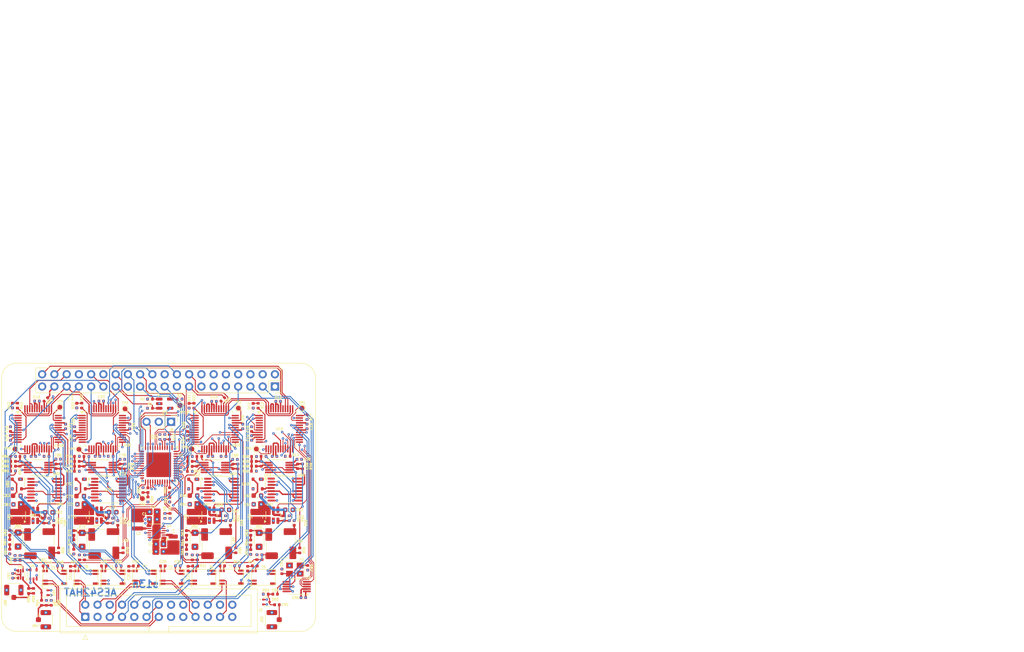
<source format=kicad_pcb>
(kicad_pcb (version 20241229) (generator "pcbnew") (generator_version "9.0")
  (layers (0 "F.Cu" signal) (4 "In1.Cu" signal) (6 "In2.Cu" signal) (8 "In3.Cu" signal) (10 "In4.Cu" signal) (2 "B.Cu" signal) (13 "F.Paste" user) (15 "B.Paste" user) (5 "F.SilkS" user "F.Silkscreen") (7 "B.SilkS" user "B.Silkscreen") (1 "F.Mask" user) (3 "B.Mask" user) (25 "Edge.Cuts" user))
  (net 0 "")
  (net 1 "GNDD")
  (net 2 "+3.3V")
  (net 3 "+5V")
  (net 4 "+1V8")
  (net 5 "/MCLK")
  (net 6 "Net-(T5-OUT2A)")
  (net 7 "/BLS")
  (net 8 "/IN5")
  (net 9 "+3.3VP")
  (net 10 "/~{CSA}")
  (net 11 "/SCLK")
  (net 12 "/MOSI")
  (net 13 "/MISO")
  (net 14 "/~{INTA}")
  (net 15 "/~{RESET}")
  (net 16 "Net-(C90-Pad2)")
  (net 17 "/~{CSB}")
  (net 18 "/~{INTB}")
  (net 19 "/~{REQ}{slash}~{ISP}")
  (net 20 "/SWCLK")
  (net 21 "/SWDIO")
  (net 22 "/UCKA")
  (net 23 "/UBTA")
  (net 24 "/UCKB")
  (net 25 "/UBTB")
  (net 26 "/PHOA")
  (net 27 "/IN4")
  (net 28 "/ENA")
  (net 29 "Net-(U4-LX1)")
  (net 30 "Net-(U4-LX2)")
  (net 31 "Net-(T5-OUT1B)")
  (net 32 "Net-(U10-~{LOCK})")
  (net 33 "Net-(U10-AESOUT)")
  (net 34 "/SYNCA")
  (net 35 "/~{CSC}")
  (net 36 "/~{CSD}")
  (net 37 "/MODC")
  (net 38 "/MODD")
  (net 39 "/SDA")
  (net 40 "/SCL")
  (net 41 "/UCKC")
  (net 42 "/MODB")
  (net 43 "/UCKD")
  (net 44 "/P2H")
  (net 45 "/H2P")
  (net 46 "/UBTC")
  (net 47 "/MODA")
  (net 48 "/UBTD")
  (net 49 "/PVA")
  (net 50 "/PVB")
  (net 51 "/LED")
  (net 52 "/PVC")
  (net 53 "/WCLK")
  (net 54 "/PVD")
  (net 55 "Net-(T1-OUT1B)")
  (net 56 "Net-(T5-OUT2B)")
  (net 57 "Net-(T5-OUT1A)")
  (net 60 "/X4+")
  (net 61 "/X4-")
  (net 62 "/X3+")
  (net 63 "/X3-")
  (net 64 "/X2+")
  (net 65 "/X2-")
  (net 66 "/X1+")
  (net 67 "/X1-")
  (net 68 "/R4+")
  (net 69 "/R4-")
  (net 70 "/R3+")
  (net 71 "/R3-")
  (net 72 "/R2+")
  (net 73 "/R2-")
  (net 74 "/R1+")
  (net 75 "/R1-")
  (net 76 "Net-(U10-MUTE)")
  (net 78 "Net-(U10-SDINB)")
  (net 80 "Net-(U20-SDINB)")
  (net 84 "/BCK")
  (net 85 "/OUT3")
  (net 86 "/IN1")
  (net 87 "/OUT1")
  (net 88 "/IN2")
  (net 89 "/OUT2")
  (net 90 "/IN3")
  (net 91 "/IN0")
  (net 92 "/OUT0")
  (net 93 "/LR")
  (net 95 "/M3A")
  (net 96 "/SLA")
  (net 97 "/FBA")
  (net 98 "/SRA")
  (net 99 "/CTLA")
  (net 100 "Net-(D12-A)")
  (net 101 "/~{WIEN}")
  (net 102 "Net-(J1-ID_SD{slash}GPIO0)")
  (net 103 "Net-(J1-ID_SC{slash}GPIO1)")
  (net 104 "Net-(U5-A)")
  (net 107 "Net-(U3-WP)")
  (net 108 "Net-(T1-OUT2A)")
  (net 109 "Net-(C11-Pad2)")
  (net 110 "Net-(T2-OUT1B)")
  (net 111 "Net-(T2-OUT2A)")
  (net 112 "Net-(C21-Pad2)")
  (net 113 "Net-(T6-OUT2A)")
  (net 114 "Net-(T3-OUT2A)")
  (net 115 "Net-(T3-OUT1B)")
  (net 116 "Net-(C31-Pad2)")
  (net 117 "Net-(T7-OUT2A)")
  (net 118 "Net-(T4-OUT1B)")
  (net 119 "Net-(T4-OUT2A)")
  (net 120 "Net-(C41-Pad2)")
  (net 121 "Net-(T8-OUT2A)")
  (net 122 "Net-(U52-G)")
  (net 123 "Net-(C55-Pad1)")
  (net 124 "Net-(U53A--)")
  (net 125 "Net-(C59-Pad1)")
  (net 126 "Net-(U63A--)")
  (net 127 "Net-(U62-G)")
  (net 128 "Net-(U73A--)")
  (net 129 "Net-(U72-G)")
  (net 130 "Net-(U83A--)")
  (net 131 "Net-(U82-G)")
  (net 132 "Net-(D22-A)")
  (net 133 "Net-(D32-A)")
  (net 134 "Net-(D42-A)")
  (net 135 "Net-(L50-Pad4)")
  (net 136 "Net-(U51-SW)")
  (net 137 "Net-(L60-Pad4)")
  (net 138 "Net-(U61-SW)")
  (net 139 "Net-(L70-Pad4)")
  (net 140 "Net-(U71-SW)")
  (net 141 "Net-(L80-Pad4)")
  (net 142 "Net-(U81-SW)")
  (net 143 "Net-(T6-OUT1B)")
  (net 144 "Net-(T7-OUT1B)")
  (net 145 "Net-(T8-OUT1B)")
  (net 146 "Net-(T6-OUT2B)")
  (net 148 "Net-(T6-OUT1A)")
  (net 150 "Net-(T7-OUT1A)")
  (net 151 "Net-(T7-OUT2B)")
  (net 153 "Net-(T8-OUT1A)")
  (net 154 "Net-(T8-OUT2B)")
  (net 163 "Net-(U20-~{LOCK})")
  (net 164 "Net-(U20-MUTE)")
  (net 165 "Net-(U30-~{LOCK})")
  (net 166 "Net-(U30-MUTE)")
  (net 167 "Net-(U40-~{LOCK})")
  (net 168 "Net-(U40-MUTE)")
  (net 184 "Net-(C50-Pad1)")
  (net 185 "Net-(C50-Pad2)")
  (net 186 "Net-(D52-A1)")
  (net 187 "Net-(C60-Pad2)")
  (net 188 "Net-(C60-Pad1)")
  (net 189 "Net-(D62-A1)")
  (net 190 "Net-(C65-Pad1)")
  (net 191 "Net-(C69-Pad1)")
  (net 192 "/SRB")
  (net 193 "Net-(C70-Pad1)")
  (net 194 "Net-(C70-Pad2)")
  (net 195 "Net-(D72-A1)")
  (net 196 "Net-(C75-Pad1)")
  (net 197 "/SRC")
  (net 198 "Net-(C79-Pad1)")
  (net 199 "Net-(C80-Pad1)")
  (net 200 "Net-(C80-Pad2)")
  (net 201 "Net-(D82-A1)")
  (net 202 "Net-(C85-Pad1)")
  (net 203 "Net-(C89-Pad1)")
  (net 204 "/SRD")
  (net 205 "Net-(D53-A)")
  (net 206 "Net-(D54-A)")
  (net 207 "Net-(D63-A)")
  (net 208 "Net-(D64-A)")
  (net 209 "Net-(D73-A)")
  (net 210 "Net-(D74-A)")
  (net 211 "Net-(D83-A)")
  (net 212 "Net-(D84-A)")
  (net 213 "/PHOB")
  (net 214 "/PHOC")
  (net 215 "/FBB")
  (net 216 "/SYNCB")
  (net 217 "/SLB")
  (net 218 "/FBC")
  (net 219 "/SYNCC")
  (net 220 "/SLC")
  (net 221 "/FBD")
  (net 222 "/SYNCD")
  (net 223 "/SLD")
  (net 224 "/MID")
  (net 225 "/M3B")
  (net 226 "/CTLB")
  (net 227 "/ENB")
  (net 228 "/CTLC")
  (net 229 "/M3C")
  (net 230 "/ENC")
  (net 231 "/CTLD")
  (net 232 "/M3D")
  (net 233 "/END")
  (net 234 "Net-(T1-OUT2B)")
  (net 235 "Net-(T1-OUT1A)")
  (net 236 "Net-(T2-OUT1A)")
  (net 237 "Net-(T2-OUT2B)")
  (net 238 "Net-(T3-OUT1A)")
  (net 239 "Net-(T3-OUT2B)")
  (net 240 "Net-(T4-OUT2B)")
  (net 241 "Net-(T4-OUT1A)")
  (net 242 "/AESB")
  (net 243 "/AESC")
  (net 244 "/~{INTC}")
  (net 245 "/AESD")
  (net 246 "/~{INTD}")
  (net 247 "/ACLK")
  (net 248 "/RCLK")
  (net 249 "Net-(U2-XTO)")
  (net 250 "Net-(U2-XTI{slash}REF_CLK)")
  (net 251 "Net-(D91-A)")
  (net 252 "Net-(D93-A)")
  (net 253 "Net-(J93-In)")
  (net 254 "Net-(U10-RX4-)")
  (net 255 "Net-(U20-RX4-)")
  (net 256 "Net-(U30-RX4-)")
  (net 257 "Net-(U40-RX4-)")
  (net 258 "Net-(U20-SDOUTA)")
  (net 259 "Net-(U40-SDOUTA)")
  (net 260 "/SDO2")
  (net 261 "Net-(D94-A)")
  (net 262 "Net-(J94-In)")
  (net 263 "Net-(J98-In)")
  (net 264 "/PHOD")
  (net 265 "Net-(U1-PIO0_9)")
  (net 266 "Net-(U1-PIO0_8)")
  (footprint "Resistor_SMD:R_0402_1005Metric" (layer "F.Cu") (at 79.675 117.75 90)
    (property "Reference" "R89" (hide yes))
    (property "Value" "15k")
  )
  (footprint "AES42HAT:Transformer_Wuerth_74930030" (layer "F.Cu") (at 90.5 140.775)
    (property "Reference" "T3")
    (property "Value" "74930030")
  )
  (footprint "Resistor_SMD:R_0402_1005Metric" (layer "F.Cu") (at 96.725 122.675 -90)
    (property "Reference" "R92")
    (property "Value" "3k9")
  )
  (footprint "Capacitor_SMD:C_0402_1005Metric" (layer "F.Cu") (at 93.775 138.975 90)
    (property "Reference" "C31")
    (property "Value" "0µ1")
  )
  (footprint "Resistor_SMD:R_0402_1005Metric" (layer "F.Cu") (at 127.05 128.525 -90)
    (property "Reference" "R51")
    (property "Value" "59k")
  )
  (footprint "Inductor_SMD:L_Wuerth_MAPI-2512" (layer "F.Cu") (at 95.625 129.675 90)
    (property "Reference" "L3")
    (property "Value" "4µ7")
  )
  (footprint "Resistor_SMD:R_0402_1005Metric" (layer "F.Cu") (at 119.05 133.55 -90)
    (property "Reference" "R54")
    (property "Value" "2k2")
  )
  (footprint "Resistor_SMD:R_0402_1005Metric" (layer "F.Cu") (at 101.25 111.65 -90)
    (property "Reference" "R4")
    (property "Value" "3k9")
  )
  (footprint "TestPoint:TestPoint_Pad_D1.0mm" (layer "F.Cu") (at 106.85 114.15)
    (property "Reference" "TP6")
    (property "Value" "RDYB")
  )
  (footprint "Resistor_SMD:R_0402_1005Metric" (layer "F.Cu") (at 102.25 122.7 90)
    (property "Reference" "R91")
    (property "Value" "470R")
  )
  (footprint "Capacitor_SMD:C_0402_1005Metric" (layer "F.Cu") (at 110.7 115.675 180)
    (property "Reference" "C22" (hide yes))
    (property "Value" "100n")
  )
  (footprint "Diode_SMD:D_0402_1005Metric" (layer "F.Cu") (at 119.05 131.575 -90)
    (property "Reference" "D53")
    (property "Value" "BZX884B5V1L")
  )
  (footprint "Capacitor_SMD:C_0402_1005Metric" (layer "F.Cu") (at 128.775 117.75 -90)
    (property "Reference" "C59")
    (property "Value" "10p")
  )
  (footprint "Capacitor_SMD:C_0402_1005Metric" (layer "F.Cu") (at 117.4 109.475 -90)
    (property "Reference" "C25")
    (property "Value" "100n")
  )
  (footprint "Resistor_SMD:R_0402_1005Metric" (layer "F.Cu") (at 83.175 138.43 180)
    (property "Reference" "R41")
    (property "Value" "100R")
  )
  (footprint "Resistor_SMD:R_0402_1005Metric" (layer "F.Cu") (at 129.8 117.75 90)
    (property "Reference" "R59")
    (property "Value" "15k")
  )
  (footprint "Connector_IDC:IDC-Header_2x13_P2.54mm_Vertical" (layer "F.Cu") (at 84.76 149 90)
    (property "Reference" "J2")
    (property "Value" "Conn_02x13_Odd_Even")
  )
  (footprint "Capacitor_SMD:C_0603_1608Metric" (layer "F.Cu") (at 83.9 125.625 180)
    (property "Reference" "C71")
    (property "Value" "4µ7/10V")
  )
  (footprint "Capacitor_SMD:C_0402_1005Metric" (layer "F.Cu") (at 124.5 146.475)
    (property "Reference" "C93")
    (property "Value" "1n")
  )
  (footprint "Capacitor_SMD:C_0402_1005Metric" (layer "F.Cu") (at 83.025 116.725)
    (property "Reference" "C75")
    (property "Value" "1n5")
  )
  (footprint "Resistor_SMD:R_0402_1005Metric" (layer "F.Cu") (at 101.275 128.035 -90)
    (property "Reference" "R8")
    (property "Value" "680k")
  )
  (footprint "Package_SO:TSSOP-16_4.4x5mm_P0.65mm" (layer "F.Cu") (at 126.1625 122.575)
    (property "Reference" "U50")
    (property "Value" "74HCT4053")
  )
  (footprint "Resistor_SMD:R_0402_1005Metric" (layer "F.Cu") (at 90.45 129.025 -90)
    (property "Reference" "R71")
    (property "Value" "59k")
  )
  (footprint "Resistor_SMD:R_0402_1005Metric" (layer "F.Cu") (at 98.175 103.8)
    (property "Reference" "R2")
    (property "Value" "3k9")
  )
  (footprint "Package_SO:MSOP-10_3x3mm_P0.5mm" (layer "F.Cu") (at 124.95 118)
    (property "Reference" "U53")
    (property "Value" "TLV9052S")
  )
  (footprint "Resistor_SMD:R_0402_1005Metric" (layer "F.Cu") (at 107.9 117.225 -90)
    (property "Reference" "R67" (hide yes))
    (property "Value" "6k2")
  )
  (footprint "Resistor_SMD:R_0402_1005Metric" (layer "F.Cu") (at 120.6 105.175 -90)
    (property "Reference" "R12")
    (property "Value" "470R")
  )
  (footprint "Capacitor_SMD:C_0402_1005Metric" (layer "F.Cu") (at 130.875 138.8 -90)
    (property "Reference" "C92")
    (property "Value" "10p")
  )
  (footprint "Resistor_SMD:R_0402_1005Metric" (layer "F.Cu") (at 92.6 135.175 90)
    (property "Reference" "R70")
    (property "Value" "100R")
  )
  (footprint "Capacitor_SMD:C_0402_1005Metric" (layer "F.Cu") (at 119.725 116.725)
    (property "Reference" "C55")
    (property "Value" "1n5")
  )
  (footprint "Resistor_SMD:R_0402_1005Metric" (layer "F.Cu") (at 107.55 138.425 180)
    (property "Reference" "R21")
    (property "Value" "100R")
  )
  (footprint "Package_SO:TSSOP-16_4.4x5mm_P0.65mm" (layer "F.Cu") (at 76.35 122.625)
    (property "Reference" "U80")
    (property "Value" "74HCT4053")
  )
  (footprint "AES42HAT:Transformer_Wuerth_74930030" (layer "F.Cu") (at 102.775 140.775)
    (property "Reference" "T2")
    (property "Value" "74930030")
  )
  (footprint "Resistor_SMD:R_0402_1005Metric" (layer "F.Cu") (at 79.225 135.175 90)
    (property "Reference" "R80")
    (property "Value" "100R")
  )
  (footprint "Resistor_SMD:R_0402_1005Metric" (layer "F.Cu") (at 71.25 136.75 -90)
    (property "Reference" "R83" (hide yes))
    (property "Value" "48k7")
  )
  (footprint "Resistor_SMD:R_0402_1005Metric" (layer "F.Cu") (at 74.025 143.59 -90)
    (property "Reference" "R98")
    (property "Value" "150R")
  )
  (footprint "Capacitor_SMD:C_0402_1005Metric" (layer "F.Cu") (at 105.95 111.875 -90)
    (property "Reference" "C24")
    (property "Value" "100n")
  )
  (footprint "Package_TO_SOT_SMD:SOT-523" (layer "F.Cu") (at 122.325 145.9)
    (property "Reference" "D93")
    (property "Value" "BAV99T")
  )
  (footprint "Capacitor_SMD:C_0402_1005Metric" (layer "F.Cu") (at 91.5 129.5 -90)
    (property "Reference" "C70")
    (property "Value" "1µ")
  )
  (footprint "Capacitor_SMD:C_0603_1608Metric" (layer "F.Cu") (at 120.45 123.825 180)
    (property "Reference" "C53")
    (property "Value" "1µ5")
  )
  (footprint "Capacitor_SMD:C_0402_1005Metric" (layer "F.Cu") (at 80.675 109.475 -90)
    (property "Reference" "C44")
    (property "Value" "100n")
  )
  (footprint "Capacitor_SMD:C_0603_1608Metric" (layer "F.Cu") (at 90.45 127.25)
    (property "Reference" "C72")
    (property "Value" "2µ2")
  )
  (footprint "LED_SMD:LED_0402_1005Metric" (layer "F.Cu") (at 69.675 105.15 90)
    (property "Reference" "D42")
    (property "Value" "Red")
  )
  (footprint "TestPoint:TestPoint_Pad_D1.0mm" (layer "F.Cu") (at 79.5 105.475)
    (property "Reference" "TP4")
    (property "Value" "AESD")
  )
  (footprint "Resistor_SMD:R_0402_1005Metric" (layer "F.Cu") (at 95.25 138.425 180)
    (property "Reference" "R31")
    (property "Value" "100R")
  )
  (footprint "Capacitor_SMD:C_0402_1005Metric" (layer "F.Cu") (at 69.25 110.025 90)
    (property "Reference" "C46")
    (property "Value" "100n")
  )
  (footprint "AES42HAT:Transformer_Wuerth_74930030" (layer "F.Cu") (at 121.69 140.775)
    (property "Reference" "T5")
    (property "Value" "74930030")
  )
  (footprint "AES42HAT:Transformer_Wuerth_74930030" (layer "F.Cu") (at 84.95 140.775)
    (property "Reference" "T8")
    (property "Value" "74930030")
  )
  (footprint "AES42HAT:Transformer_Wuerth_74930030" (layer "F.Cu") (at 109.319285 140.775)
    (property "Reference" "T6")
    (property "Value" "74930030")
  )
  (footprint "Resistor_SMD:R_0402_1005Metric" (layer "F.Cu") (at 83.55 136.65 90)
    (property "Reference" "R36" (hide yes))
    (property "Value" "12k")
  )
  (footprint "AES42HAT:Coupled_Choke_Wuerth_74488540250" (layer "F.Cu") (at 112 133.8 90)
    (property "Reference" "L60")
    (property "Value" "Würth 74488540250")
  )
  (footprint "Capacitor_SMD:C_0402_1005Metric" (layer "F.Cu") (at 69.725 140.475 90)
    (property "Reference" "C97")
    (property "Value" "100n")
  )
  (footprint "Resistor_SMD:R_0402_1005Metric" (layer "F.Cu") (at 84.6 136.65 -90)
    (property "Reference" "R73" (hide yes))
    (property "Value" "48k7")
  )
  (footprint "Capacitor_SMD:C_0603_1608Metric" (layer "F.Cu") (at 98.85 127.2)
    (property "Reference" "C3")
    (property "Value" "10µ/6V3")
  )
  (footprint "Resistor_SMD:R_0402_1005Metric" (layer "F.Cu") (at 76.725 115.675)
    (property "Reference" "R44" (hide yes))
    (property "Value" "3k9")
  )
  (footprint "Connector_Coaxial:U.FL_Hirose_U.FL-R-SMT-1_Vertical" (layer "F.Cu") (at 69.95 143.9 90)
    (property "Reference" "J98")
    (property "Value" "WCK Out")
  )
  (footprint "Resistor_SMD:R_0402_1005Metric" (layer "F.Cu") (at 126.725 115.675)
    (property "Reference" "R14")
    (property "Value" "3k9")
  )
  (footprint "Resistor_SMD:R_0402_1005Metric" (layer "F.Cu") (at 108.4 115.7 180)
    (property "Reference" "R68" (hide yes))
    (property "Value" "10k")
  )
  (footprint "Resistor_SMD:R_0402_1005Metric" (layer "F.Cu") (at 113.275 103.875 45)
    (property "Reference" "R25")
    (property "Value" "1k5")
  )
  (footprint "Capacitor_SMD:C_0402_1005Metric" (layer "F.Cu") (at 78.7 117.75 -90)
    (property "Reference" "C89" (hide yes))
    (property "Value" "10p")
  )
  (footprint "Capacitor_SMD:C_0603_1608Metric" (layer "F.Cu") (at 100.2 133.875 180)
    (property "Reference" "C2")
    (property "Value" "4µ7/10V")
  )
  (footprint "Resistor_SMD:R_0402_1005Metric" (layer "F.Cu") (at 119.725 118.75)
    (property "Reference" "R55")
    (property "Value" "4k7")
  )
  (footprint "Capacitor_SMD:C_0402_1005Metric" (layer "F.Cu") (at 69.8 117.725)
    (property "Reference" "C86")
    (property "Value" "1n")
  )
  (footprint "AES42HAT:Coupled_Choke_Wuerth_74488540250" (layer "F.Cu") (at 75.3 133.8 90)
    (property "Reference" "L80")
    (property "Value" "Würth 74488540250")
  )
  (footprint "Resistor_SMD:R_0402_1005Metric" (layer "F.Cu") (at 115.975 135.175 90)
    (property "Reference" "R60")
    (property "Value" "100R")
  )
  (footprint "Diode_SMD:D_0402_1005Metric" (layer "F.Cu") (at 105.75 131.575 -90)
    (property "Reference" "D63")
    (property "Value" "BZX884B5V1L")
  )
  (footprint "Capacitor_SMD:C_0402_1005Metric" (layer "F.Cu") (at 92.455 116.3)
    (property "Reference" "C78")
    (property "Value" "100n")
  )
  (footprint "Capacitor_SMD:C_0402_1005Metric" (layer "F.Cu") (at 111.45 104.275 180)
    (property "Reference" "C23")
    (property "Value" "100n")
  )
  (footprint "TestPoint:TestPoint_Pad_D1.0mm" (layer "F.Cu") (at 70.2 114.175)
    (property "Reference" "TP8")
    (property "Value" "RDYD")
  )
  (footprint "LED_SMD:LED_0402_1005Metric" (layer "F.Cu") (at 119.574999 105.184999 90)
    (property "Reference" "D12")
    (property "Value" "Red")
  )
  (footprint "Capacitor_SMD:C_0402_1005Metric" (layer "F.Cu") (at 119.25 111.875 -90)
    (property "Reference" "C14")
    (property "Value" "100n")
  )
  (footprint "AES42HAT:Transformer_Wuerth_74930030" (layer "F.Cu") (at 115.075 140.75)
    (property "Reference" "T1")
    (property "Value" "74930030")
  )
  (footprint "Resistor_SMD:R_0402_1005Metric" (layer "F.Cu") (at 69.8 115.7 180)
    (property "Reference" "R86")
    (property "Value" "2k")
  )
  (footprint "Package_SO:TSSOP-16_4.4x5mm_P0.65mm" (layer "F.Cu") (at 113.025 122.6)
    (property "Reference" "U60")
    (property "Value" "74HCT4053")
  )
  (footprint "Resistor_SMD:R_0402_1005Metric" (layer "F.Cu") (at 103.941072 138.425)
    (property "Reference" "R20")
    (property "Value" "110R")
  )
  (footprint "Resistor_SMD:R_0402_1005Metric" (layer "F.Cu") (at 119.75 115.725 180)
    (property "Reference" "R56")
    (property "Value" "2k")
  )
  (footprint "Diode_SMD:D_SMF" (layer "F.Cu") (at 70.825 132.95 -90)
    (property "Reference" "D82")
    (property "Value" "SMF15A")
  )
  (footprint "Resistor_SMD:R_0402_1005Metric" (layer "F.Cu") (at 70.7 105.15 -90)
    (property "Reference" "R42")
    (property "Value" "470R")
  )
  (footprint "Resistor_SMD:R_0402_1005Metric" (layer "F.Cu") (at 97.75 124.634999 -90)
    (property "Reference" "R90")
    (property "Value" "3k9")
  )
  (footprint "Capacitor_SMD:C_0402_1005Metric" (layer "F.Cu") (at 106.445 116.725)
    (property "Reference" "C65" (hide yes))
    (property "Value" "1n5")
  )
  (footprint "Resistor_SMD:R_0402_1005Metric" (layer "F.Cu") (at 126 128.525 90)
    (property "Reference" "R52")
    (property "Value" "680k")
  )
  (footprint "Package_SO:MSOP-10_3x3mm_P0.5mm" (layer "F.Cu") (at 88.3 118)
    (property "Reference" "U73")
    (property "Value" "TLV9052S")
  )
  (footprint "AES42HAT:Coupled_Choke_Wuerth_74488540250" (layer "F.Cu") (at 88.6 133.8 90)
    (property "Reference" "L70")
    (property "Value" "Würth 74488540250")
  )
  (footprint "Capacitor_SMD:C_0402_1005Metric" (layer "F.Cu") (at 106.445 117.775)
    (property "Reference" "C66" (hide yes))
    (property "Value" "1n")
  )
  (footprint "Package_DFN_QFN:WDFN-12-1EP_3x3mm_P0.45mm_EP1.7x2.5mm" (layer "F.Cu") (at 99.525 131.325 180)
    (property "Reference" "U4")
    (property "Value" "PAM2306AYPKE")
  )
  (footprint "Capacitor_SMD:C_0402_1005Metric" (layer "F.Cu") (at 124 115.675 180)
    (property "Reference" "C12" (hide yes))
    (property "Value" "100n")
  )
  (footprint "Package_TO_SOT_SMD:SOT-23-6" (layer "F.Cu") (at 87.15 127.875 90)
    (property "Reference" "U71")
    (property "Value" "TLV61046ADB")
  )
  (footprint "Capacitor_SMD:C_0603_1608Metric" (layer "F.Cu") (at 107.2 125.625 180)
    (property "Reference" "C61")
    (property "Value" "4µ7/10V")
  )
  (footprint "Resistor_SMD:R_0402_1005Metric" (layer "F.Cu") (at 70.2 136.75 90)
    (property "Reference" "R46")
    (property "Value" "12k")
  )
  (footprint "Capacitor_SMD:C_0402_1005Metric" (layer "F.Cu") (at 125.525 139.55 -90)
    (property "Reference" "C91")
    (property "Value" "10p")
  )
  (footprint "Resistor_SMD:R_0402_1005Metric" (layer "F.Cu") (at 75.7 146.075 -90)
    (property "Reference" "R94")
    (property "Value" "1k5")
  )
  (footprint "Diode_SMD:D_SMF" (layer "F.Cu") (at 120.8 133 -90)
    (property "Reference" "D52")
    (property "Value" "SMF15A")
  )
  (footprint "Capacitor_SMD:C_0402_1005Metric" (layer "F.Cu") (at 124.75 104.275 180)
    (property "Reference" "C13")
    (property "Value" "100n")
  )
  (footprint "Inductor_SMD:L_Wuerth_MAPI-2512" (layer "F.Cu") (at 83.875 128.2 -90)
    (property "Reference" "L71")
    (property "Value" "10µ")
  )
  (footprint "Resistor_SMD:R_0402_1005Metric" (layer "F.Cu") (at 116.220358 138.4)
    (property "Reference" "R10")
    (property "Value" "110R")
  )
  (footprint "Resistor_SMD:R_0402_1005Metric" (layer "F.Cu") (at 83.025 118.775)
    (property "Reference" "R75")
    (property "Value" "4k7")
  )
  (footprint "LED_SMD:LED_0402_1005Metric" (layer "F.Cu") (at 69.1 135.425 90)
    (property "Reference" "D84")
    (property "Value" "Yellow")
  )
  (footprint "Package_TO_SOT_SMD:SOT-143" (layer "F.Cu") (at 120.5 121.425 -90)
    (property "Reference" "U52")
    (property "Value" "MIC4417")
  )
  (footprint "Capacitor_SMD:C_0603_1608Metric" (layer "F.Cu") (at 113.8 126.775)
    (property "Reference" "C62")
    (property "Value" "2µ2")
  )
  (footprint "Package_QFP:TQFP-48_7x7mm_P0.5mm" (layer "F.Cu") (at 75 109.975)
    (property "Reference" "U40")
    (property "Value" "SRC4392xPFB")
  )
  (footprint "Resistor_SMD:R_0402_1005Metric" (layer "F.Cu") (at 82.375 133.525 -90)
    (property "Reference" "R74")
    (property "Value" "2k2")
  )
  (footprint "Capacitor_SMD:C_0402_1005Metric" (layer "F.Cu") (at 119.25 110.025 90)
    (property "Reference" "C16")
    (property "Value" "100n")
  )
  (footprint "Resistor_SMD:R_0402_1005Metric" (layer "F.Cu") (at 71.225 117.225 -90)
    (property "Reference" "R87")
    (property "Value" "6k2")
  )
  (footprint "Resistor_SMD:R_0402_1005Metric" (layer "F.Cu") (at 77.225 129.025 -90)
    (property "Reference" "R81")
    (property "Value" "59k")
  )
  (footprint "Capacitor_SMD:C_0402_1005Metric" (layer "F.Cu") (at 76.5 138.425 180)
    (property "Reference" "C40")
    (property "Value" "100n")
  )
  (footprint "Capacitor_SMD:C_0402_1005Metric" (layer "F.Cu") (at 115.805 116.325)
    (property "Reference" "C68")
    (property "Value" "100n")
  )
  (footprint "Resistor_SMD:R_0402_1005Metric" (layer "F.Cu") (at 113.85 128.525 -90)
    (property "Reference" "R61")
    (property "Value" "59k")
  )
  (footprint "Resistor_SMD:R_0402_1005Metric" (layer "F.Cu") (at 98.175 105.7)
    (property "Reference" "R1")
    (property "Value" "3k9")
  )
  (footprint "LED_SMD:LED_0402_1005Metric" (layer "F.Cu") (at 106.275 105.175 90)
    (property "Reference" "D22")
    (property "Value" "Red")
  )
  (footprint "TestPoint:TestPoint_Pad_D1.0mm" (layer "F.Cu") (at 120.225 114.15)
    (property "Reference" "TP5")
    (property "Value" "RDYA")
  )
  (footprint "Capacitor_SMD:C_0402_1005Metric" (layer "F.Cu") (at 82.55 111.875 -90)
    (property "Reference" "C34")
    (property "Value" "100n")
  )
  (footprint "Capacitor_SMD:C_0402_1005Metric" (layer "F.Cu") (at 118.425 138.975 90)
    (property "Reference" "C11")
    (property "Value" "0µ1")
  )
  (footprint "Resistor_SMD:R_0402_1005Metric" (layer "F.Cu") (at 102.2 111.65 -90)
    (property "Reference" "R15")
    (property "Value" "DNP")
  )
  (footprint "Inductor_SMD:L_Wuerth_MAPI-2512" (layer "F.Cu") (at 120.45 128.2 -90)
    (property "Reference" "L51")
    (property "Value" "10µ")
  )
  (footprint "TestPoint:TestPoint_Pad_D1.0mm" (layer "F.Cu") (at 83.45 114.225)
    (property "Reference" "TP7")
    (property "Value" "RDYC")
  )
  (footprint "Resistor_SMD:R_0402_1005Metric" (layer "F.Cu") (at 79.525 138.425)
    (property "Reference" "R40")
    (property "Value" "110R")
  )
  (footprint "LED_SMD:LED_0402_1005Metric" (layer "F.Cu") (at 119.05 135.525 90)
    (property "Reference" "D54")
    (property "Value" "Yellow")
  )
  (footprint "Capacitor_SMD:C_0603_1608Metric" (layer "F.Cu") (at 98.85 128.75)
    (property "Reference" "C1")
    (property "Value" "4µ7/10V")
  )
  (footprint "Resistor_SMD:R_0402_1005Metric" (layer "F.Cu") (at 85 115.7 180)
    (property "Reference" "R78" (hide yes))
    (property "Value" "10k")
  )
  (footprint "Capacitor_SMD:C_0402_1005Metric" (layer "F.Cu") (at 129.975 144.975 180)
    (property "Reference" "C96")
    (property "Value" "100n")
  )
  (footprint "Capacitor_SMD:C_0402_1005Metric" (layer "F.Cu") (at 87.3 115.65 180)
    (property "Reference" "C32" (hide yes))
    (property "Value" "100n")
  )
  (footprint "LED_SMD:LED_0402_1005Metric" (layer "F.Cu") (at 82.375 135.45 90)
    (property "Reference" "D74")
    (property "Value" "Yellow")
  )
  (footprint "Resistor_SMD:R_0402_1005Metric" (layer "F.Cu") (at 108 136.65 -90)
    (property "Reference" "R63" (hide yes))
    (property "Value" "48k7")
  )
  (footprint "Capacitor_SMD:C_0402_1005Metric" (layer "F.Cu") (at 91.95 117.75 -90)
    (property "Reference" "C79")
    (property "Value" "10p")
  )
  (footprint "Package_QFP:TQFP-48_7x7mm_P0.5mm" (layer "F.Cu") (at 125 109.975)
    (property "Reference" "U10")
    (property "Value" "SRC4392xPFB")
  )
  (footprint "Capacitor_SMD:C_0402_1005Metric" (layer "F.Cu") (at 82.55 110.025 90)
    (property "Reference" "C36")
    (property "Value" "100n")
  )
  (footprint "Resistor_SMD:R_0402_1005Metric" (layer "F.Cu") (at 105.75 133.525 -90)
    (property "Reference" "R64")
    (property "Value" "2k2")
  )
  (footprint "Resistor_SMD:R_0402_1005Metric" (layer "F.Cu") (at 89.375 129.025 90)
    (property "Reference" "R72")
    (property "Value" "680k")
  )
  (footprint "Resistor_SMD:R_0402_1005Metric" (layer "F.Cu") (at 121.725 115.675 180)
    (property "Reference" "R58" (hide yes))
    (property "Value" "10k")
  )
  (footprint "Resistor_SMD:R_0402_1005Metric" (layer "F.Cu") (at 83.025 115.7 180)
    (property "Reference" "R76")
    (property "Value" "2k")
  )
  (footprint "Capacitor_SMD:C_0603_1608Metric" (layer "F.Cu") (at 120.45 125.625 180)
    (property "Reference" "C51")
    (property "Value" "4µ7/10V")
  )
  (footprint "Package_TO_SOT_SMD:SOT-563" (layer "F.Cu") (at 71.35 140.175 90)
    (property "Reference" "U5")
    (property "Value" "SN74LVC1T45DRL")
  )
  (footprint "Resistor_SMD:R_0402_1005Metric" (layer "F.Cu") (at 119.925 138.4 180)
    (property "Reference" "R11")
    (property "Value" "100R")
  )
  (footprint "Package_TO_SOT_SMD:SOT-143" (layer "F.Cu") (at 107.15 121.425 -90)
    (property "Reference" "U62")
    (property "Value" "MIC4417")
  )
  (footprint "Package_TO_SOT_SMD:SOT-23-5" (layer "F.Cu") (at 101.2375 104.75)
    (property "Reference" "U3")
    (property "Value" "AT24CS32-STUM")
  )
  (footprint "Resistor_SMD:R_0402_1005Metric" (layer "F.Cu") (at 112.8 128.525 90)
    (property "Reference" "R62")
    (property "Value" "680k")
  )
  (footprint "Capacitor_SMD:C_0402_1005Metric" (layer "F.Cu") (at 69.8 116.725)
    (property "Reference" "C85")
    (property "Value" "1n5")
  )
  (footprint "Diode_SMD:D_SMF" (layer "F.Cu") (at 84.1 133 -90)
    (property "Reference" "D72")
    (property "Value" "SMF15A")
  )
  (footprint "LED_SMD:LED_0402_1005Metric" (layer "F.Cu") (at 105.75 135.5 90)
    (property "Reference" "D64")
    (property "Value" "Yellow")
  )
  (footprint "Capacitor_SMD:C_0603_1608Metric" (layer "F.Cu") (at 70.6375 125.65 180)
    (property "Reference" "C81")
    (property "Value" "4µ7/10V")
  )
  (footprint "Capacitor_SMD:C_0603_1608Metric" (layer "F.Cu") (at 70.575 123.85 180)
    (property "Reference" "C83")
    (property "Value" "1µ5")
  )
  (footprint "TestPoint:TestPoint_Pad_D1.0mm" (layer "F.Cu") (at 96.6 124.45)
    (property "Reference" "TP9")
    (property "Value" "XO")
  )
  (footprint "Resistor_SMD:R_0402_1005Metric" (layer "F.Cu") (at 106.45 115.7 180)
    (property "Reference" "R66" (hide yes))
    (property "Value" "2k")
  )
  (footprint "Resistor_SMD:R_0402_1005Metric" (layer "F.Cu") (at 106.95 136.65 90)
    (property "Reference" "R26" (hide yes))
    (property "Value" "12k")
  )
  (footprint "Resistor_SMD:R_0402_1005Metric" (layer "F.Cu") (at 69.8 118.725)
    (property "Reference" "R85")
    (property "Value" "4k7")
  )
  (footprint "Package_TO_SOT_SMD:SOT-143" (layer "F.Cu") (at 70.5875 121.425 -90)
    (property "Reference" "U82")
    (property "Value" "MIC4417")
  )
  (footprint "Capacitor_SMD:C_0603_1608Metric" (layer "F.Cu") (at 107.2 123.825 180)
    (property "Reference" "C63")
    (property "Value" "1µ5")
  )
  (footprint "Inductor_SMD:L_Wuerth_MAPI-2512" (layer "F.Cu") (at 107.225 128.2 -90)
    (property "Reference" "L61")
    (property "Value" "10µ")
  )
  (footprint "Capacitor_SMD:C_0402_1005Metric" (layer "F.Cu") (at 129.13 116.3)
    (property "Reference" "C58")
    (property "Value" "100n")
  )
  (footprint "Capacitor_SMD:C_0402_1005Metric" (layer "F.Cu") (at 115.35 117.775 -90)
    (property "Reference" "C69" (hide yes))
    (property "Value" "10p")
  )
  (footprint "Resistor_SMD:R_0402_1005Metric" (layer "F.Cu") (at 71.725 115.7 180)
    (property "Reference" "R88" (hide yes))
    (property "Value" "10k")
  )
  (footprint "TestPoint:TestPoint_Pad_D1.0mm" (layer "F.Cu") (at 129.7 105.675 -90)
    (property "Reference" "TP1")
    (property "Value" "AESA")
  )
  (footprint "Capacitor_SMD:C_0402_1005Metric" (layer "F.Cu") (at 74.75 104.225 180)
    (property "Reference" "C43")
    (property "Value" "100n")
  )
  (footprint "Package_SO:MSOP-10_3x3mm_P0.5mm" (layer "F.Cu") (at 74.95 118)
    (property "Reference" "U83")
    (property "Value" "TLV9052S")
  )
  (footprint "Resistor_SMD:R_0402_1005Metric" (layer "F.Cu") (at 84.5 117.25 -90)
    (property "Reference" "R77" (hide yes))
    (property "Value" "6k2")
  )
  (footprint "Capacitor_SMD:C_0402_1005Metric" (layer "F.Cu") (at 74 115.675 180)
    (property "Reference" "C42" (hide yes))
    (property "Value" "100n")
  )
  (footprint "AES42HAT:Coupled_Choke_Wuerth_74488540250" (layer "F.Cu") (at 125.3 133.8 90)
    (property "Reference" "L50")
    (property "Value" "Würth 74488540250")
  )
  (footprint "Capacitor_SMD:C_0402_1005Metric" (layer "F.Cu") (at 105.95 110.025 90)
    (property "Reference" "C26")
    (property "Value" "100n")
  )
  (footprint "Capacitor_SMD:C_0402_1005Metric" (layer "F.Cu") (at 81.7 138.98 90)
    (property "Reference" "C41")
    (property "Value" "0µ1")
  )
  (footprint "Resistor_SMD:R_0402_1005Metric" (layer "F.Cu") (at 102.325 128.035 90)
    (property "Reference" "R9")
    (property "Value" "680k")
  )
  (footprint "AES42HAT:Transformer_Wuerth_74930030" (layer "F.Cu") (at 78.4 140.775)
    (property "Reference" "T4")
    (property "Value" "74930030")
  )
  (footprint "Capacitor_SMD:C_0402_1005Metric" (layer "F.Cu") (at 100.841072 138.425 180)
    (property "Reference" "C20")
    (property "Value" "100n")
  )
  (footprint "Crystal:Crystal_SMD_3225-4Pin_3.2x2.5mm" (layer "F.Cu") (at 128.2 139.175 180)
    (property "Reference" "Y1")
    (property "Value" "10 MHz")
  )
  (footprint "Resistor_SMD:R_0402_1005Metric" (layer "F.Cu") (at 120.35 136.6 90)
    (property "Reference" "R16" (hide yes))
    (property "Value" "12k")
  )
  (footprint "TestPoint:TestPoint_Pad_D1.0mm" (layer "F.Cu") (at 116.5 105.675)
    (property "Reference" "TP2")
    (property "Value" "AESB")
  )
  (footprint "Capacitor_SMD:C_0402_1005Metric" (layer "F.Cu") (at 79.155 116.25)
    (property "Reference" "C88")
    (property "Value" "100n")
  )
  (footprint "Capacitor_SMD:C_0402_1005Metric" (layer "F.Cu") (at 97.75 122.7 -90)
    (property "Reference" "C90" (hide yes))
    (property "Value" "100p")
  )
  (footprint "Resistor_SMD:R_0402_1005Metric" (layer "F.Cu") (at 130.725 107.540001 -90)
    (property "Reference" "R17")
    (property "Value" "DNP")
  )
  (footprint "Capacitor_SMD:C_0603_1608Metric" (layer "F.Cu") (at 83.7125 123.925 180)
    (property "Reference" "C73")
    (property "Value" "1µ5")
  )
  (footprint "Resistor_SMD:R_0402_1005Metric" (layer "F.Cu") (at 107.3 105.175 -90)
    (property "Reference" "R22")
    (property "Value" "470R")
  )
  (footprint "local:Raspberry_Pi_HAT" (layer "F.Cu") (at 99.95 99.925 -90)
    (property "Reference" "J1")
    (property "Value" "Raspberry_Pi_2_3")
  )
  (footprint "Package_TO_SOT_SMD:SOT-143" (layer "F.Cu") (at 83.8125 121.425 -90)
    (property "Reference" "U72")
    (property "Value" "MIC4417")
  )
  (footprint "Resistor_SMD:R_0402_1005Metric" (layer "F.Cu") (at 77.7 146.075 -90)
    (property "Reference" "R96")
    (property "Value" "150R")
  )
  (footprint "Capacitor_SMD:C_0402_1005Metric" (layer "F.Cu") (at 124.13 144.275 180)
    (property "Reference" "C94")
    (property "Value" "2p")
  )
  (footprint "Resistor_SMD:R_0402_1005Metric" (layer "F.Cu") (at 121.225 117.225 -90)
    (property "Reference" "R57" (hide yes))
    (property "Value" "6k2")
  )
  (footprint "Resistor_SMD:R_0402_1005Metric" (layer "F.Cu") (at 76.7 146.075 -90)
    (property "Reference" "R97")
    (property "Value" "150R")
  )
  (footprint "Package_QFP:TQFP-48_7x7mm_P0.5mm" (layer "F.Cu") (at 88.3 109.975)
    (property "Reference" "U30")
    (property "Value" "SRC4392xPFB")
  )
  (footprint "Capacitor_SMD:C_0402_1005Metric" (layer "F.Cu") (at 114.85 129.5 -90)
    (property "Reference" "C60")
    (property "Value" "1µ")
  )
  (footprint "LED_SMD:LED_0402_1005Metric" (layer "F.Cu") (at 102.25 124.657501 90)
    (property "Reference" "D91")
    (property "Value" "Green")
  )
  (footprint "TestPoint:TestPoint_Pad_D1.0mm" (layer "F.Cu") (at 104.375 105.15)
    (property "Reference" "TP10")
    (property "Value" "WP")
  )
  (footprint "Capacitor_SMD:C_0402_1005Metric" (layer "F.Cu") (at 119.725 117.725)
    (property "Reference" "C56")
    (property "Value" "1n")
  )
  (footprint "Resistor_SMD:R_0402_1005Metric" (layer "F.Cu") (at 84.025 105.15 -90)
    (property "Reference" "R32")
    (property "Value" "470R")
  )
  (footprint "AES42HAT:Transformer_Wuerth_74930030" (layer "F.Cu") (at 97.025 140.775)
    (property "Reference" "T7")
    (property "Value" "74930030")
  )
  (footprint "Package_TO_SOT_SMD:SOT-23-6" (layer "F.Cu") (at 110.5 127.9 90)
    (property "Reference" "U61")
    (property "Value" "TLV61046ADB")
  )
  (footprint "Package_TO_SOT_SMD:SOT-23-6" (layer "F.Cu") (at 123.75 127.9 90)
    (property "Reference" "U51")
    (property "Value" "TLV61046ADB")
  )
  (footprint "TestPoint:TestPoint_Pad_D1.0mm" (layer "F.Cu") (at 93 105.825)
    (property "Reference" "TP3")
    (property "Value" "AESC")
  )
  (footprint "Resistor_SMD:R_0402_1005Metric" (layer "F.Cu") (at 104.3 103.8 180)
    (property "Reference" "R3")
    (property "Value" "1k")
  )
  (footprint "Connector_Coaxial:U.FL_Hirose_U.FL-R-SMT-1_Vertical" (layer "F.Cu") (at 123.925 149.565 180)
    (property "Reference" "J93")
    (property "Value" "Ref")
  )
  (footprint "Resistor_SMD:R_0402_1005Metric" (layer "F.Cu") (at 129.225 135.2 90)
    (property "Reference" "R50")
    (property "Value" "100R")
  )
  (footprint "Resistor_SMD:R_0402_1005Metric" (layer "F.Cu") (at 76.6 103.9 45)
    (property "Reference" "R45")
    (property "Value" "1k5")
  )
  (footprint "Package_TO_SOT_SMD:SOT-523" (layer "F.Cu") (at 76.330001 143.975 180)
    (property "Reference" "D94")
    (property "Value" "BAV99T")
  )
  (footprint "Capacitor_SMD:C_0402_1005Metric" (layer "F.Cu") (at 104.6 118.445 -90)
    (property "Reference" "C95" (hide yes))
    (property "Value" "100n")
  )
  (footprint "Resistor_SMD:R_0402_1005Metric" (layer "F.Cu") (at 76.2 129.025 90)
    (property "Reference" "R82")
    (property "Value" "680k")
  )
  (footprint "Capacitor_SMD:C_0603_1608Metric" (layer "F.Cu") (at 77.2 127.3)
    (property "Reference" "C82")
    (property "Value" "2µ2")
  )
  (footprint "Package_TO_SOT_SMD:SOT-23-6" (layer "F.Cu") (at 73.9375 127.925 90)
    (property "Reference" "U81")
    (property "Value" "TLV61046ADB")
  )
  (footprint "Resistor_SMD:R_0402_1005Metric" (layer "F.Cu") (at 122.18 144.275)
    (property "Reference" "R93")
    (property "Value" "51R")
  )
  (footprint "Resistor_SMD:R_0402_1005Metric" (layer "F.Cu") (at 69.1 133.475 -90)
    (property "Reference" "R84")
    (property "Value" "2k2")
  )
  (footprint "Inductor_SMD:L_Wuerth_MAPI-2010" (layer "F.Cu") (at 103 133.05 -90)
    (property "Reference" "L4")
    (property "Value" "2µ2")
  )
  (footprint "Inductor_SMD:L_Wuerth_MAPI-2512" (layer "F.Cu") (at 70.6375 128.225001 -90)
    (property "Reference" "L81")
    (property "Value" "10µ")
  )
  (footprint "Capacitor_SMD:C_0402_1005Metric" (layer "F.Cu") (at 113.170358 138.4 180)
    (property "Reference" "C10")
    (property "Value" "100n")
  )
  (footprint "Capacitor_SMD:C_0402_1005Metric" (layer "F.Cu") (at 128.075 129.5 -90)
    (property "Reference" "C50")
    (property "Value" "1µ")
  )
  (footprint "Resistor_SMD:R_0402_1005Metric" (layer "F.Cu") (at 113.425 115.675)
    (property "Reference" "R24" (hide yes))
    (property "Value" "3k9")
  )
  (footprint "Diode_SMD:D_SMF" (layer "F.Cu") (at 107.5 133 -90)
    (property "Reference" "D62")
    (property "Value" "SMF15A")
  )
  (footprint "Diode_SMD:D_0402_1005Metric" (layer "F.Cu") (at 69.1 131.55 -90)
    (property "Reference" "D83")
    (property "Value" "BZX884B5V1L")
  )
  (footprint "Resistor_SMD:R_0402_1005Metric" (layer "F.Cu") (at 100.225 111.65 90)
    (property "Reference" "R5")
    (property "Value" "3k9")
  )
  (footprint "Resistor_SMD:R_0402_1005Metric" (layer "F.Cu") (at 92.975 117.775 90)
    (property "Reference" "R79")
    (property "Value" "15k")
  )
  (footprint "Resistor_SMD:R_0402_1005Metric" (layer "F.Cu") (at 91.69 138.425)
    (property "Reference" "R30")
    (property "Value" "110R")
  )
  (footprint "Capacitor_SMD:C_0603_1608Metric" (layer "F.Cu") (at 127 126.775)
    (property "Reference" "C52")
    (property "Value" "2µ2")
  )
  (footprint "Capacitor_SMD:C_0402_1005Metric" (layer "F.Cu") (at 93.975 109.475 -90)
    (property "Reference" "C35")
    (property "Value" "100n")
  )
  (footprint "Capacitor_SMD:C_0402_1005Metric" (layer "F.Cu") (at 88.6 138.425 180)
    (property "Reference" "C30")
    (property "Value" "100n")
  )
  (footprint "Capacitor_SMD:C_0402_1005Metric" (layer "F.Cu") (at 78.225 129.5 -90)
    (property "Reference" "C80")
    (property "Value" "1µ")
  )
  (footprint "Resistor_SMD:R_0402_1005Metric" (layer "F.Cu") (at 90.025 115.65)
    (property "Reference" "R34" (hide yes))
    (property "Value" "3k9")
  )
  (footprint "Capacitor_SMD:C_0402_1005Metric" (layer "F.Cu") (at 130.725 109.475 -90)
    (property "Reference" "C15")
    (property "Value" "100n")
  )
  (footprint "Diode_SMD:D_0402_1005Metric" (layer "F.Cu") (at 82.375 131.575 -90)
    (property "Reference" "D73")
    (property "Value" "BZX884B5V1L")
  )
  (footprint "Resistor_SMD:R_0402_1005Metric" (layer "F.Cu") (at 121.4 136.6 -90)
    (property "Reference" "R53" (hide yes))
    (property "Value" "48k7")
  )
  (footprint "Resistor_SMD:R_0402_1005Metric" (layer "F.Cu") (at 116.375 117.775 90)
    (property "Reference" "R69" (hide yes))
    (property "Value" "15k")
  )
  (footprint "Capacitor_SMD:C_0402_1005Metric" (layer "F.Cu") (at 88.07 104.225 180)
    (property "Reference" "C33")
    (property "Value" "100n")
  )
  (footprint "Package_DFN_QFN:QFN-48-1EP_7x7mm_P0.5mm_EP5.1x5.1mm" (layer "F.Cu") (at 100 117.425 -90)
    (property "Reference" "U1")
    (property "Value" "LPC865M201JHI48")
  )
  (footprint "Package_SO:TSSOP-16_4.4x5mm_P0.65mm" (layer "F.Cu") (at 89.5875 122.6)
    (property "Reference" "U70")
    (property "Value" "74HCT4053")
  )
  (footprint "Package_SO:MSOP-10_3x3mm_P0.5mm" (layer "F.Cu") (at 111.625 118)
    (property "Reference" "U63")
    (property "Value" "TLV9052S")
  )
  (footprint "Package_TO_SOT_SMD:SOT-353_SC-70-5" (layer "F.Cu") (at 74.025 140.175 90)
    (property "Reference" "U6")
    (property "Value" "SN74LV1T125DCK")
  )
  (footprint "Capacitor_SMD:C_0402_1005Metric" (layer "F.Cu") (at 83.025 117.75)
    (property "Reference" "C76")
    (property "Value" "1n")
  )
  (footprint "Capacitor_SMD:C_0603_1608Metric" (layer "F.Cu") (at 100.2 135.425 180)
    (property "Reference" "C4")
    (property "Value" "10µ/6V3")
  )
  (footprint "Resistor_SMD:R_0402_1005Metric" (layer "F.Cu") (at 73.025 143.6 90)
    (property "Reference" "R99")
    (property "Value" "150R")
  )
  (footprint "Capacitor_SMD:C_0402_1005Metric" (layer "F.Cu") (at 69.25 111.875 -90)
    (property "Reference" "C45")
    (property "Value" "100n")
  )
  (footprint "LED_SMD:LED_0402_1005Metric" (layer "F.Cu") (at 83 105.15 90)
    (property "Reference" "D32")
    (property "Value" "Red")
  )
  (footprint "Package_QFP:TQFP-48_7x7mm_P0.5mm" (layer "F.Cu") (at 111.7 109.975)
    (property "Reference" "U20")
    (property "Value" "SRC4392xPFB")
  )
  (footprint "Connector_PinHeader_2.54mm:PinHeader_1x03_P2.54mm_Vertical" (layer "F.Cu") (at 102.54 108.5 -90)
    (property "Reference" "J8")
    (property "Value" "Conn_01x03_Male")
  )
  (footprint "Capacitor_SMD:C_0402_1005Metric" (layer "F.Cu") (at 106.075 138.975 90)
    (property "Reference" "C21")
    (property "Value" "0µ1")
  )
  (footprint "Package_SO:MSOP-10_3x3mm_P0.5mm" (layer "F.Cu") (at 128.5875 142.7 180)
    (property "Reference" "U2")
    (property "Value" "CS2000-CP")
  )
  (footprint "Connector_Coaxial:U.FL_Hirose_U.FL-R-SMT-1_Vertical" (layer "F.Cu") (at 76.1 149.575)
    (property "Reference" "J94")
    (property "Value" "WCK In")
  )
  (footprint "Resistor_SMD:R_0402_1005Metric" (layer "F.Cu") (at 106.44 118.8)
    (property "Reference" "R65")
    (property "Value" "4k7")
  )
  (gr_line (start 132.5 152.1) (end 132.5 96.25) (stroke (width 0.00254)) (layer "Edge.Cuts"))
  (gr_line (start 67.5 152.1) (end 132.5 152.1) (stroke (width 0.00254)) (layer "Edge.Cuts"))
  (gr_line (start 67.5 96.25) (end 67.5 152.1) (stroke (width 0.00254)) (layer "Edge.Cuts"))
  (gr_line (start 132.5 96.25) (end 67.5 96.25) (stroke (width 0.00254)) (layer "Edge.Cuts"))
  (gr_text "AES42HAT" (at 85.8 143.925 0) (layer "B.Cu") (effects (font (size 1.5 1.5) (thickness 0.3) (bold yes)) (justify mirror)))
  (gr_text "s13n" (at 97.225 142.175 0) (layer "B.Cu") (effects (font (size 1.5 1.5) (thickness 0.3) (bold yes)) (justify mirror)))
  (segment (start 87.05 115.42) (end 86.82 115.65) (width 0.3) (layer "F.Cu") (net 1))
  (segment (start 129.5 143.425) (end 129.5 143.95) (width 0.3) (layer "F.Cu") (net 1))
  (segment (start 124.25 104.9) (end 124.25 105.8125) (width 0.3) (layer "F.Cu") (net 1))
  (segment (start 70.27 139.97) (end 69.725 139.97) (width 0.3) (layer "F.Cu") (net 1))
  (segment (start 130.405 110.225) (end 130.675 109.955) (width 0.3) (layer "F.Cu") (net 1))
  (segment (start 74.25 104.245) (end 74.27 104.225) (width 0.3) (layer "F.Cu") (net 1))
  (segment (start 119.2525 112.3525) (end 119.25 112.355) (width 0.3) (layer "F.Cu") (net 1))
  (segment (start 88.05 113.15) (end 87.85 112.95) (width 0.3) (layer "F.Cu") (net 1))
  (segment (start 124.75 113.15) (end 124.55 112.95) (width 0.3) (layer "F.Cu") (net 1))
  (segment (start 121.680001 146.4) (end 122.4 146.4) (width 0.2) (layer "F.Cu") (net 1))
  (segment (start 104.39 118.175) (end 104.6 117.965) (width 0.25) (layer "F.Cu") (net 1))
  (segment (start 87.55 105.8125) (end 87.55 104.8) (width 0.3) (layer "F.Cu") (net 1))
  (segment (start 129.1625 110.225) (end 130.405 110.225) (width 0.3) (layer "F.Cu") (net 1))
  (segment (start 130.7 143.2) (end 129.725 143.2) (width 0.3) (layer "F.Cu") (net 1))
  (segment (start 73.75 115.42) (end 73.52 115.65) (width 0.3) (layer "F.Cu") (net 1))
  (segment (start 87.05 114.1375) (end 87.05 115.42) (width 0.3) (layer "F.Cu") (net 1))
  (segment (start 124.25 104.75) (end 124.25 104.9) (width 0.3) (layer "F.Cu") (net 1))
  (segment (start 124.6 104.85) (end 124.3 104.85) (width 0.3) (layer "F.Cu") (net 1))
  (segment (start 110.175 124.225) (end 108.9625 124.225) (width 0.3) (layer "F.Cu") (net 1))
  (segment (start 99.3 131.1) (end 99.525 131.325) (width 0.15) (layer "F.Cu") (net 1))
  (segment (start 86.7375 124.875) (end 87.9 124.875) (width 0.3) (layer "F.Cu") (net 1))
  (segment (start 99.75 131.55) (end 99.525 131.325) (width 0.15) (layer "F.Cu") (net 1))
  (segment (start 74.625 104.75) (end 74.25 104.75) (width 0.3) (layer "F.Cu") (net 1))
  (segment (start 74.55 113.1) (end 73.95 113.1) (width 0.3) (layer "F.Cu") (net 1))
  (segment (start 111.25 112.95) (end 110.6 112.95) (width 0.3) (layer "F.Cu") (net 1))
  (segment (start 83.18 111.725) (end 82.5525 112.3525) (width 0.3) (layer "F.Cu") (net 1))
  (segment (start 98.075 131.1) (end 99.3 131.1) (width 0.2) (layer "F.Cu") (net 1))
  (segment (start 129.495 143.955) (end 129.495 144.975) (width 0.3) (layer "F.Cu") (net 1))
  (segment (start 69.88 111.725) (end 69.2525 112.3525) (width 0.3) (layer "F.Cu") (net 1))
  (segment (start 87.85 112.95) (end 87.2 112.95) (width 0.3) (layer "F.Cu") (net 1))
  (segment (start 88.05 104.925) (end 87.925 104.8) (width 0.3) (layer "F.Cu") (net 1))
  (segment (start 100.25 121.45) (end 100 121.7) (width 0.25) (layer "F.Cu") (net 1))
  (segment (start 76.975 144.475) (end 77.675 144.475) (width 0.3) (layer "F.Cu") (net 1))
  (segment (start 99.75 121.45) (end 100 121.7) (width 0.25) (layer "F.Cu") (net 1))
  (segment (start 111.45 105) (end 111.35 104.9) (width 0.3) (layer "F.Cu") (net 1))
  (segment (start 86.712499 124.8875) (end 87.874999 124.8875) (width 0.3) (layer "F.Cu") (net 1))
  (segment (start 117.105 110.225) (end 117.375 109.955) (width 0.3) (layer "F.Cu") (net 1))
  (segment (start 70.8375 111.725) (end 69.88 111.725) (width 0.3) (layer "F.Cu") (net 1))
  (segment (start 110.97 104.275) (end 110.95 104.295) (width 0.3) (layer "F.Cu") (net 1))
  (segment (start 120.8375 111.725) (end 119.88 111.725) (width 0.3) (layer "F.Cu") (net 1))
  (segment (start 119.88 111.725) (end 119.2525 112.3525) (width 0.3) (layer "F.Cu") (net 1))
  (segment (start 111.35 104.9) (end 110.95 104.9) (width 0.3) (layer "F.Cu") (net 1))
  (segment (start 86.7375 123.575) (end 87.9 123.575) (width 0.3) (layer "F.Cu") (net 1))
  (segment (start 110.45 113.1) (end 110.45 114.1375) (width 0.3) (layer "F.Cu") (net 1))
  (segment (start 110.15 124.875) (end 111.3625 124.875) (width 0.3) (layer "F.Cu") (net 1))
  (segment (start 93.705 110.225) (end 93.975 109.955) (width 0.3) (layer "F.Cu") (net 1))
  (segment (start 87.2 112.95) (end 87.05 113.1) (width 0.3) (layer "F.Cu") (net 1))
  (segment (start 124.25 104.295) (end 124.25 104.75) (width 0.3) (layer "F.Cu") (net 1))
  (segment (start 73.4875 124.25) (end 72.3 124.25) (width 0.3) (layer "F.Cu") (net 1))
  (segment (start 100.25 120.875) (end 100.25 121.45) (width 0.25) (layer "F.Cu") (net 1))
  (segment (start 87.05 113.1) (end 87.05 114.1375) (width 0.3) (layer "F.Cu") (net 1))
  (segment (start 84.1375 111.725) (end 83.18 111.725) (width 0.3) (layer "F.Cu") (net 1))
  (segment (start 88.05 114.1375) (end 88.05 113.15) (width 0.3) (layer "F.Cu") (net 1))
  (segment (start 129.5 143.95) (end 129.495 143.955) (width 0.3) (layer "F.Cu") (net 1))
  (segment (start 73.75 114.1375) (end 73.75 115.42) (width 0.3) (layer "F.Cu") (net 1))
  (segment (start 82.5525 112.3525) (end 82.55 112.355) (width 0.3) (layer "F.Cu") (net 1))
  (segment (start 80.405 110.225) (end 80.665 109.965) (width 0.3) (layer "F.Cu") (net 1))
  (segment (start 123.2875 124.85) (end 124.5 124.85) (width 0.3) (layer "F.Cu") (net 1))
  (segment (start 106.58 111.725) (end 105.9525 112.3525) (width 0.3) (layer "F.Cu") (net 1))
  (segment (start 123.75 115.42) (end 123.52 115.65) (width 0.3) (layer "F.Cu") (net 1))
  (segment (start 74.75 104.875) (end 74.625 104.75) (width 0.3) (layer "F.Cu") (net 1))
  (segment (start 124.55 112.95) (end 123.9 112.95) (width 0.3) (layer "F.Cu") (net 1))
  (segment (start 105.9525 112.3525) (end 105.95 112.355) (width 0.3) (layer "F.Cu") (net 1))
  (segment (start 92.4625 110.225) (end 93.705 110.225) (width 0.3) (layer "F.Cu") (net 1))
  (segment (start 124.27 104.275) (end 124.25 104.295) (width 0.3) (layer "F.Cu") (net 1))
  (segment (start 73.4875 124.9) (end 74.65 124.9) (width 0.3) (layer "F.Cu") (net 1))
  (segment (start 124.75 114.1375) (end 124.75 113.15) (width 0.3) (layer "F.Cu") (net 1))
  (segment (start 71.35 140.925) (end 71.35 140.2) (width 0.3) (layer "F.Cu") (net 1))
  (segment (start 74.25 105.8125) (end 74.25 104.75) (width 0.3) (layer "F.Cu") (net 1))
  (segment (start 123.9 112.95) (end 123.75 113.1) (width 0.3) (layer "F.Cu") (net 1))
  (segment (start 74.675 141.125) (end 74.675 140.35) (width 0.3) (layer "F.Cu") (net 1))
  (segment (start 123.75 114.1375) (end 123.75 115.42) (width 0.3) (layer "F.Cu") (net 1))
  (segment (start 107.5375 111.725) (end 106.58 111.725) (width 0.3) (layer "F.Cu") (net 1))
  (segment (start 123.75 113.1) (end 123.75 114.1375) (width 0.3) (layer "F.Cu") (net 1))
  (segment (start 111.45 114.1375) (end 111.45 113.15) (width 0.3) (layer "F.Cu") (net 1))
  (segment (start 111.45 113.15) (end 111.25 112.95) (width 0.3) (layer "F.Cu") (net 1))
  (segment (start 123.2875 123.55) (end 124.5 123.55) (width 0.3) (layer "F.Cu") (net 1))
  (segment (start 100.975 131.55) (end 99.75 131.55) (width 0.2) (layer "F.Cu") (net 1))
  (segment (start 80.665 109.965) (end 80.675 109.955) (width 0.3) (layer "F.Cu") (net 1))
  (segment (start 110.45 115.42) (end 110.22 115.65) (width 0.3) (layer "F.Cu") (net 1))
  (segment (start 73.4875 123.6) (end 74.65 123.6) (width 0.3) (layer "F.Cu") (net 1))
  (segment (start 124.3 104.85) (end 124.25 104.9) (width 0.3) (layer "F.Cu") (net 1))
  (segment (start 99.75 120.875) (end 99.75 121.45) (width 0.25) (layer "F.Cu") (net 1))
  (segment (start 115.8625 110.225) (end 117.105 110.225) (width 0.3) (layer "F.Cu") (net 1))
  (segment (start 71.35 140.2) (end 70.5 140.2) (width 0.3) (layer "F.Cu") (net 1))
  (segment (start 73.75 113.3) (end 73.75 114.1375) (width 0.3) (layer "F.Cu") (net 1))
  (segment (start 110.45 114.1375) (end 110.45 115.42) (width 0.3) (layer "F.Cu") (net 1))
  (segment (start 129.725 143.2) (end 129.5 143.425) (width 0.3) (layer "F.Cu") (net 1))
  (segment (start 73.95 113.1) (end 73.75 113.3) (width 0.3) (layer "F.Cu") (net 1))
  (segment (start 110.95 104.295) (end 110.95 104.9) (width 0.3) (layer "F.Cu") (net 1))
  (segment (start 110.6 112.95) (end 110.45 113.1) (width 0.3) (layer "F.Cu") (net 1))
  (segment (start 103.45 118.175) (end 104.39 118.175) (width 0.25) (layer "F.Cu") (net 1))
  (segment (start 69.2525 112.3525) (end 69.25 112.355) (width 0.3) (layer "F.Cu") (net 1))
  (segment (start 79.1625 110.225) (end 80.405 110.225) (width 0.3) (layer "F.Cu") (net 1))
  (segment (start 70.5 140.2) (end 70.27 139.97) (width 0.3) (layer "F.Cu") (net 1))
  (segment (start 87.925 104.8) (end 87.55 104.8) (width 0.3) (layer "F.Cu") (net 1))
  (segment (start 109.5125 118.5) (end 110.75 118.5) (width 0.3) (layer "F.Cu") (net 1))
  (segment (start 87.55 104.245) (end 87.57 104.225) (width 0.3) (layer "F.Cu") (net 1))
  (segment (start 74.25 104.75) (end 74.25 104.245) (width 0.3) (layer "F.Cu") (net 1))
  (segment (start 72.8375 118.5) (end 71.6 118.5) (width 0.3) (layer "F.Cu") (net 1))
  (segment (start 110.175 123.575) (end 111.3875 123.575) (width 0.3) (layer "F.Cu") (net 1))
  (segment (start 74.75 105.8125) (end 74.75 104.875) (width 0.3) (layer "F.Cu") (net 1))
  (segment (start 124.75 105) (end 124.6 104.85) (width 0.3) (layer "F.Cu") (net 1))
  (segment (start 124.125 118.5) (end 122.825 118.5) (width 0.3) (layer "F.Cu") (net 1))
  (segment (start 111.45 105.8125) (end 111.45 105) (width 0.3) (layer "F.Cu") (net 1))
  (segment (start 123.3375 124.2) (end 122.125 124.2) (width 0.3) (layer "F.Cu") (net 1))
  (segment (start 87.55 104.8) (end 87.55 104.245) (width 0.3) (layer "F.Cu") (net 1))
  (segment (start 71.35 140.2) (end 71.35 139.425) (width 0.3) (layer "F.Cu") (net 1))
  (segment (start 74.75 113.3) (end 74.55 113.1) (width 0.3) (layer "F.Cu") (net 1))
  (segment (start 86.1 118.5) (end 84.8625 118.5) (width 0.3) (layer "F.Cu") (net 1))
  (segment (start 88.05 105.8125) (end 88.05 104.925) (width 0.3) (layer "F.Cu") (net 1))
  (segment (start 74.75 114.1375) (end 74.75 113.3) (width 0.3) (layer "F.Cu") (net 1))
  (segment (start 121.680001 145.4) (end 122.4 145.4) (width 0.2) (layer "F.Cu") (net 1))
  (segment (start 86.7375 124.225) (end 85.55 124.225) (width 0.3) (layer "F.Cu") (net 1))
  (segment (start 124.75 105.8125) (end 124.75 105) (width 0.3) (layer "F.Cu") (net 1))
  (segment (start 110.95 104.9) (end 110.95 105.8125) (width 0.3) (layer "F.Cu") (net 1))
  (via (at 129.3 140.025) (size 0.7) (drill 0.3) (layers "F.Cu" "B.Cu") (net 1))
  (via (at 119.05 136.01) (size 0.5) (drill 0.15) (layers "F.Cu" "B.Cu") (net 1))
  (via (at 129.61 116.3) (size 0.5) (drill 0.15) (layers "F.Cu" "B.Cu") (net 1))
  (via (at 120.8 134.45) (size 0.7) (drill 0.3) (layers "F.Cu" "B.Cu") (net 1))
  (via (at 100.225 111.140001) (size 0.5) (drill 0.15) (layers "F.Cu" "B.Cu") (net 1))
  (via (at 124.5 123.55) (size 0.5) (drill 0.15) (layers "F.Cu" "B.Cu") (net 1))
  (via (at 84.8625 118.5) (size 0.5) (drill 0.15) (layers "F.Cu" "B.Cu") (net 1))
  (via (at 76.575 151.05) (size 0.7) (drill 0.3) (layers "F.Cu" "B.Cu") (net 1))
  (via (at 69.675 105.635) (size 0.5) (drill 0.15) (layers "F.Cu" "B.Cu") (net 1))
  (via (at 120.35 136.09) (size 0.5) (drill 0.15) (layers "F.Cu" "B.Cu") (net 1))
  (via (at 97.75 125.144998) (size 0.5) (drill 0.15) (layers "F.Cu" "B.Cu") (net 1))
  (via (at 69.2525 112.3525) (size 0.5) (drill 0.15) (layers "F.Cu" "B.Cu") (net 1))
  (via (at 76.7 145.565) (size 0.5) (drill 0.15) (layers "F.Cu" "B.Cu") (net 1))
  (via (at 74.65 124.9) (size 0.5) (drill 0.15) (layers "F.Cu" "B.Cu") (net 1))
  (via (at 69.725 139.97) (size 0.5) (drill 0.15) (layers "F.Cu" "B.Cu") (net 1))
  (via (at 72.3 124.25) (size 0.5) (drill 0.15) (layers "F.Cu" "B.Cu") (net 1))
  (via (at 77.7 145.565) (size 0.5) (drill 0.15) (layers "F.Cu" "B.Cu") (net 1))
  (via (at 87.9 123.575) (size 0.5) (drill 0.15) (layers "F.Cu" "B.Cu") (net 1))
  (via (at 74.675 140.35) (size 0.5) (drill 0.15) (layers "F.Cu" "B.Cu") (net 1))
  (via (at 111.3625 124.875) (size 0.5) (drill 0.15) (layers "F.Cu" "B.Cu") (net 1))
  (via (at 84.5875 120.4) (size 0.5) (drill 0.15) (layers "F.Cu" "B.Cu") (net 1))
  (via (at 105.9525 112.3525) (size 0.5) (drill 0.15) (layers "F.Cu" "B.Cu") (net 1))
  (via (at 80.665 109.965) (size 0.5) (drill 0.15) (layers "F.Cu" "B.Cu") (net 1))
  (via (at 82.5525 112.3525) (size 0.5) (drill 0.15) (layers "F.Cu" "B.Cu") (net 1))
  (via (at 121.25 120.425) (size 0.5) (drill 0.15) (layers "F.Cu" "B.Cu") (net 1))
  (via (at 124.27 104.275) (size 0.5) (drill 0.15) (layers "F.Cu" "B.Cu") (net 1))
  (via (at 91.199999 127.2875) (size 0.7) (drill 0.3) (layers "F.Cu" "B.Cu") (net 1))
  (via (at 92.935 116.3) (size 0.5) (drill 0.15) (layers "F.Cu" "B.Cu") (net 1))
  (via (at 102.25 125.142501) (size 0.5) (drill 0.15) (layers "F.Cu" "B.Cu") (net 1))
  (via (at 117.4 109.98) (size 0.5) (drill 0.15) (layers "F.Cu" "B.Cu") (net 1))
  (via (at 130.875 139.28) (size 0.5) (drill 0.15) (layers "F.Cu" "B.Cu") (net 1))
  (via (at 122.4 145.4) (size 0.5) (drill 0.15) (layers "F.Cu" "B.Cu") (net 1))
  (via (at 110.75 118.5) (size 0.5) (drill 0.15) (layers "F.Cu" "B.Cu") (net 1))
  (via (at 119.25 109.545) (size 0.5) (drill 0.15) (layers "F.Cu" "B.Cu") (net 1))
  (via (at 77.225 128.515001) (size 0.5) (drill 0.15) (layers "F.Cu" "B.Cu") (net 1))
  (via (at 105.75 135.985) (size 0.5) (drill 0.15) (layers "F.Cu" "B.Cu") (net 1))
  (via (at 108.9625 124.225) (size 0.5) (drill 0.15) (layers "F.Cu" "B.Cu") (net 1))
  (via (at 82.375 135.935) (size 0.5) (drill 0.15) (layers "F.Cu" "B.Cu") (net 1))
  (via (at 125.525 139.07) (size 0.5) (drill 0.15) (layers "F.Cu" "B.Cu") (net 1))
  (via (at 127.775 126.775) (size 0.7) (drill 0.3) (layers "F.Cu" "B.Cu") (net 1))
  (via (at 111.3875 123.575) (size 0.5) (drill 0.15) (layers "F.Cu" "B.Cu") (net 1))
  (via (at 119.675 125.625) (size 0.7) (drill 0.3) (layers "F.Cu" "B.Cu") (net 1))
  (via (at 77.975 127.3) (size 0.7) (drill 0.3) (layers "F.Cu" "B.Cu") (net 1))
  (via (at 123.45 151.04) (size 0.7) (drill 0.3) (layers "F.Cu" "B.Cu") (net 1))
  (via (at 99.425 133.875) (size 0.7) (drill 0.3) (layers "F.Cu" "B.Cu") (net 1))
  (via (at 79.635 116.25) (size 0.5) (drill 0.15) (layers "F.Cu" "B.Cu") (net 1))
  (via (at 127.1 138.325) (size 0.7) (drill 0.3) (layers "F.Cu" "B.Cu") (net 1))
  (via (at 110.97 104.275) (size 0.5) (drill 0.15) (layers "F.Cu" "B.Cu") (net 1))
  (via (at 83.535 115.65) (size 0.5) (drill 0.15) (layers "F.Cu" "B.Cu") (net 1))
  (via (at 70.825 134.4) (size 0.7) (drill 0.3) (layers "F.Cu" "B.Cu") (net 1))
  (via (at 119.2525 112.3525) (size 0.5) (drill 0.15) (layers "F.Cu" "B.Cu") (net 1))
  (via (at 93.975 109.955) (size 0.5) (drill 0.15) (layers "F.Cu" "B.Cu") (net 1))
  (via (at 71.6 118.5) (size 0.5) (drill 0.15) (layers "F.Cu" "B.Cu") (net 1))
  (via (at 106.959999 115.7) (size 0.5) (drill 0.15) (layers "F.Cu" "B.Cu") (net 1))
  (via (at 105.95 109.545) (size 0.5) (drill 0.15) (layers "F.Cu" "B.Cu") (net 1))
  (via (at 129.495 144.975) (size 0.5) (drill 0.15) (layers "F.Cu" "B.Cu") (net 1))
  (via (at 100.1 104.75) (size 0.5) (drill 0.15) (layers "F.Cu" "B.Cu") (net 1))
  (via (at 86.82 115.65) (size 0.5) (drill 0.15) (layers "F.Cu" "B.Cu") (net 1))
  (via (at 107.5 134.45) (size 0.7) (drill 0.3) (layers "F.Cu" "B.Cu") (net 1))
  (via (at 120.259999 115.725) (size 0.5) (drill 0.15) (layers "F.Cu" "B.Cu") (net 1))
  (via (at 69.1 135.91) (size 0.5) (drill 0.15) (layers "F.Cu" "B.Cu") (net 1))
  (via (at 71.425 143.425) (size 0.7) (drill 0.3) (layers "F.Cu" "B.Cu") (net 1))
  (via (at 87.9 124.875) (size 0.5) (drill 0.15) (layers "F.Cu" "B.Cu") (net 1))
  (via (at 124.5 124.85) (size 0.5) (drill 0.15) (layers "F.Cu" "B.Cu") (net 1))
  (via (at 123.45 148.09) (size 0.7) (drill 0.3) (layers "F.Cu" "B.Cu") (net 1))
  (via (at 73.52 115.675) (size 0.5) (drill 0.15) (layers "F.Cu" "B.Cu") (net 1))
  (via (at 74.27 104.225) (size 0.5) (drill 0.15) (layers "F.Cu" "B.Cu") (net 1))
  (via (at 83 105.635) (size 0.5) (drill 0.15) (layers "F.Cu" "B.Cu") (net 1))
  (via (at 106.275 105.685) (size 0.5) (drill 0.15) (layers "F.Cu" "B.Cu") (net 1))
  (via (at 82.55 109.545) (size 0.5) (drill 0.15) (layers "F.Cu" "B.Cu") (net 1))
  (via (at 71.3375 120.425) (size 0.5) (drill 0.15) (layers "F.Cu" "B.Cu") (net 1))
  (via (at 102.325 128.545) (size 0.5) (drill 0.15) (layers "F.Cu" "B.Cu") (net 1))
  (via (at 113.85 128.015001) (size 0.5) (drill 0.15) (layers "F.Cu" "B.Cu") (net 1))
  (via (at 106.95 136.14) (size 0.5) (drill 0.15) (layers "F.Cu" "B.Cu") (net 1))
  (via (at 76.575 148.1) (size 0.7) (drill 0.3) (layers "F.Cu" "B.Cu") (net 1))
  (via (at 123.52 115.65) (size 0.5) (drill 0.15) (layers "F.Cu" "B.Cu") (net 1))
  (via (at 106.425 125.625) (size 0.7) (drill 0.3) (layers "F.Cu" "B.Cu") (net 1))
  (via (at 99.425 135.425) (size 0.7) (drill 0.3) (layers "F.Cu" "B.Cu") (net 1))
  (via (at 130.725 109.955) (size 0.5) (drill 0.15) (layers "F.Cu" "B.Cu") (net 1))
  (via (at 73.9375 129.0625) (size 0.5) (drill 0.15) (layers "F.Cu" "B.Cu") (net 1))
  (via (at 99.625 127.2) (size 0.7) (drill 0.3) (layers "F.Cu" "B.Cu") (net 1))
  (via (at 121.670001 144.275) (size 0.5) (drill 0.15) (layers "F.Cu" "B.Cu") (net 1))
  (via (at 124.125 118.5) (size 0.5) (drill 0.15) (layers "F.Cu" "B.Cu") (net 1))
  (via (at 70.2 136.24) (size 0.5) (drill 0.15) (layers "F.Cu" "B.Cu") (net 1))
  (via (at 74.65 123.6) (size 0.5) (drill 0.15) (layers "F.Cu" "B.Cu") (net 1))
  (via (at 104.6 117.965) (size 0.5) (drill 0.15) (layers "F.Cu" "B.Cu") (net 1))
  (via (at 87.57 104.225) (size 0.5) (drill 0.15) (layers "F.Cu" "B.Cu") (net 1))
  (via (at 68.475 143.425) (size 0.7) (drill 0.3) (layers "F.Cu" "B.Cu") (net 1))
  (via (at 87.162499 129.05) (size 0.5) (drill 0.15) (layers "F.Cu" "B.Cu") (net 1))
  (via (at 119.574999 105.669999) (size 0.5) (drill 0.15) (layers "F.Cu" "B.Cu") (net 1))
  (via (at 114.575 126.775) (size 0.7) (drill 0.3) (layers "F.Cu" "B.Cu") (net 1))
  (via (at 70.259999 115.7) (size 0.5) (drill 0.15) (layers "F.Cu" "B.Cu") (net 1))
  (via (at 110.5 129.0375) (size 0.5) (drill 0.15) (layers "F.Cu" "B.Cu") (net 1))
  (via (at 122.4 146.4) (size 0.5) (drill 0.15) (layers "F.Cu" "B.Cu") (net 1))
  (via (at 90.449999 128.502501) (size 0.5) (drill 0.15) (layers "F.Cu" "B.Cu") (net 1))
  (via (at 83.55 136.14) (size 0.5) (drill 0.15) (layers "F.Cu" "B.Cu") (net 1))
  (via (at 99.625 128.75) (size 0.7) (drill 0.3) (layers "F.Cu" "B.Cu") (net 1))
  (via (at 69.8625 125.65) (size 0.7) (drill 0.3) (layers "F.Cu" "B.Cu") (net 1))
  (via (at 127.05 128.015001) (size 0.5) (drill 0.15) (layers "F.Cu" "B.Cu") (net 1))
  (via (at 110.22 115.65) (size 0.5) (drill 0.15) (layers "F.Cu" "B.Cu") (net 1))
  (via (at 83.087499 125.6375) (size 0.7) (drill 0.3) (layers "F.Cu" "B.Cu") (net 1))
  (via (at 123.75 129.0375) (size 0.5) (drill 0.15) (layers "F.Cu" "B.Cu") (net 1))
  (via (at 107.9 120.425) (size 0.5) (drill 0.15) (layers "F.Cu" "B.Cu") (net 1))
  (via (at 100 121.7) (size 0.5) (drill 0.15) (layers "F.Cu" "B.Cu") (net 1))
  (via (at 69.25 109.545) (size 0.5) (drill 0.15) (layers "F.Cu" "B.Cu") (net 1))
  (via (at 85.55 124.225) (size 0.5) (drill 0.15) (layers "F.Cu" "B.Cu") (net 1))
  (via (at 77.675 144.475) (size 0.5) (drill 0.15) (layers "F.Cu" "B.Cu") (net 1))
  (via (at 84.1 134.45) (size 0.7) (drill 0.3) (layers "F.Cu" "B.Cu") (net 1))
  (via (at 122.125 124.2) (size 0.5) (drill 0.15) (layers "F.Cu" "B.Cu") (net 1))
  (via (at 116.285 116.325) (size 0.5) (drill 0.15) (layers "F.Cu" "B.Cu") (net 1))
  (segment (start 111.95 104.295) (end 111.95 105.8125) (width 0.3) (layer "F.Cu") (net 2))
  (segment (start 107.5375 111.225) (end 106.12 111.225) (width 0.3) (layer "F.Cu") (net 2))
  (segment (start 93.705 108.725) (end 93.975 108.995) (width 0.3) (layer "F.Cu") (net 2))
  (segment (start 100.975 131.1) (end 101.85 131.1) (width 0.2) (layer "F.Cu") (net 2))
  (segment (start 99.25 121.675) (end 99.3 121.725) (width 0.25) (layer "F.Cu") (net 2))
  (segment (start 70.8375 111.225) (end 69.42 111.225) (width 0.3) (layer "F.Cu") (net 2))
  (segment (start 120.8375 111.225) (end 119.42 111.225) (width 0.3) (layer "F.Cu") (net 2))
  (segment (start 111.93 104.275) (end 111.95 104.295) (width 0.3) (layer "F.Cu") (net 2))
  (segment (start 117.105 108.725) (end 117.375 108.995) (width 0.3) (layer "F.Cu") (net 2))
  (segment (start 100.75 120.875) (end 100.75 121.675) (width 0.25) (layer "F.Cu") (net 2))
  (segment (start 100.75 121.675) (end 100.7 121.725) (width 0.25) (layer "F.Cu") (net 2))
  (segment (start 82.72 111.225) (end 82.55 111.395) (width 0.3) (layer "F.Cu") (net 2))
  (segment (start 127.725 142.7) (end 127.85 142.7) (width 0.15) (layer "F.Cu") (net 2))
  (segment (start 126.475 142.7) (end 127.725 142.7) (width 0.3) (layer "F.Cu") (net 2))
  (segment (start 80.405 108.725) (end 80.675 108.995) (width 0.3) (layer "F.Cu") (net 2))
  (segment (start 88.55 104.245) (end 88.53 104.225) (width 0.3) (layer "F.Cu") (net 2))
  (segment (start 92.4625 108.725) (end 93.705 108.725) (width 0.3) (layer "F.Cu") (net 2))
  (segment (start 130.405 108.725) (end 130.675 108.995) (width 0.3) (layer "F.Cu") (net 2))
  (segment (start 115.8625 108.725) (end 117.105 108.725) (width 0.3) (layer "F.Cu") (net 2))
  (segment (start 125.25 104.295) (end 125.25 105.8125) (width 0.3) (layer "F.Cu") (net 2))
  (segment (start 125.23 104.275) (end 125.25 104.295) (width 0.3) (layer "F.Cu") (net 2))
  (segment (start 103.45 118.675) (end 104.35 118.675) (width 0.25) (layer "F.Cu") (net 2))
  (segment (start 88.55 105.8125) (end 88.55 104.245) (width 0.3) (layer "F.Cu") (net 2))
  (segment (start 99.25 120.875) (end 99.25 121.675) (width 0.25) (layer "F.Cu") (net 2))
  (segment (start 79.1625 108.725) (end 80.405 108.725) (width 0.3) (layer "F.Cu") (net 2))
  (segment (start 104.35 118.675) (end 104.6 118.925) (width 0.25) (layer "F.Cu") (net 2))
  (segment (start 129.1625 108.725) (end 130.405 108.725) (width 0.3) (layer "F.Cu") (net 2))
  (segment (start 75.25 105.8125) (end 75.25 104.245) (width 0.3) (layer "F.Cu") (net 2))
  (segment (start 73.375 139.225) (end 72.7 139.225) (width 0.3) (layer "F.Cu") (net 2))
  (segment (start 130.455 144.975) (end 130.455 143.7) (width 0.3) (layer "F.Cu") (net 2))
  (segment (start 70.799999 139.374999) (end 70.225 139.374999) (width 0.3) (layer "F.Cu") (net 2))
  (segment (start 69.42 111.225) (end 69.25 111.395) (width 0.3) (layer "F.Cu") (net 2))
  (segment (start 75.25 104.245) (end 75.23 104.225) (width 0.3) (layer "F.Cu") (net 2))
  (segment (start 106.12 111.225) (end 105.95 111.395) (width 0.3) (layer "F.Cu") (net 2))
  (segment (start 119.42 111.225) (end 119.25 111.395) (width 0.3) (layer "F.Cu") (net 2))
  (segment (start 84.1375 111.225) (end 82.72 111.225) (width 0.3) (layer "F.Cu") (net 2))
  (segment (start 70.85 139.425) (end 70.799999 139.374999) (width 0.3) (layer "F.Cu") (net 2))
  (via (at 126.215 115.65) (size 0.5) (drill 0.15) (layers "F.Cu" "B.Cu") (net 2))
  (via (at 80.675 108.995) (size 0.5) (drill 0.15) (layers "F.Cu" "B.Cu") (net 2))
  (via (at 130.725 108.995) (size 0.5) (drill 0.15) (layers "F.Cu" "B.Cu") (net 2))
  (via (at 101.85 131.1) (size 0.5) (drill 0.15) (layers "F.Cu" "B.Cu") (net 2))
  (via (at 112.915 115.65) (size 0.5) (drill 0.15) (layers "F.Cu" "B.Cu") (net 2))
  (via (at 72.7 139.225) (size 0.5) (drill 0.15) (layers "F.Cu" "B.Cu") (net 2))
  (via (at 98.075 127.2) (size 0.7) (drill 0.3) (layers "F.Cu" "B.Cu") (net 2))
  (via (at 130.455 144.975) (size 0.5) (drill 0.15) (layers "F.Cu" "B.Cu") (net 2))
  (via (at 70.225 139.225) (size 0.5) (drill 0.15) (layers "F.Cu" "B.Cu") (net 2))
  (via (at 117.4 109.02) (size 0.5) (drill 0.15) (layers "F.Cu" "B.Cu") (net 2))
  (via (at 75.23 104.225) (size 0.5) (drill 0.15) (layers "F.Cu" "B.Cu") (net 2))
  (via (at 101.25 111.140001) (size 0.5) (drill 0.15) (layers "F.Cu" "B.Cu") (net 2))
  (via (at 82.55 111.395) (size 0.5) (drill 0.15) (layers "F.Cu" "B.Cu") (net 2))
  (via (at 99.3 121.725) (size 0.5) (drill 0.15) (layers "F.Cu" "B.Cu") (net 2))
  (via (at 125.23 104.275) (size 0.5) (drill 0.15) (layers "F.Cu" "B.Cu") (net 2))
  (via (at 105.95 111.395) (size 0.5) (drill 0.15) (layers "F.Cu" "B.Cu") (net 2))
  (via (at 111.93 104.275) (size 0.5) (drill 0.15) (layers "F.Cu" "B.Cu") (net 2))
  (via (at 88.53 104.225) (size 0.5) (drill 0.15) (layers "F.Cu" "B.Cu") (net 2))
  (via (at 69.25 111.395) (size 0.5) (drill 0.15) (layers "F.Cu" "B.Cu") (net 2))
  (via (at 104.6 118.925) (size 0.5) (drill 0.15) (layers "F.Cu" "B.Cu") (net 2))
  (via (at 119.25 111.395) (size 0.5) (drill 0.15) (layers "F.Cu" "B.Cu") (net 2))
  (via (at 100.7 121.725) (size 0.5) (drill 0.15) (layers "F.Cu" "B.Cu") (net 2))
  (via (at 76.215 115.675) (size 0.5) (drill 0.15) (layers "F.Cu" "B.Cu") (net 2))
  (via (at 89.515 115.65) (size 0.5) (drill 0.15) (layers "F.Cu" "B.Cu") (net 2))
  (via (at 127.85 142.7) (size 0.5) (drill 0.15) (layers "F.Cu" "B.Cu") (net 2))
  (via (at 93.975 108.995) (size 0.5) (drill 0.15) (layers "F.Cu" "B.Cu") (net 2))
  (segment (start 92.4625 120.325) (end 91.25 120.325) (width 0.3) (layer "F.Cu") (net 3))
  (segment (start 110.1625 121.625) (end 111.375 121.625) (width 0.3) (layer "F.Cu") (net 3))
  (segment (start 77.0625 117) (end 77.925 117) (width 0.3) (layer "F.Cu") (net 3))
  (segment (start 76.975 143.475) (end 77.675 143.475) (width 0.3) (layer "F.Cu") (net 3))
  (segment (start 123.2875 121.6) (end 124.5 121.6) (width 0.3) (layer "F.Cu") (net 3))
  (segment (start 127.8125 120.75) (end 127.8125 120.3) (width 0.3) (layer "F.Cu") (net 3))
  (segment (start 70.6375 127.250001) (end 70.787501 127.1) (width 0.5) (layer "F.Cu") (net 3))
  (segment (start 115.9 120.325) (end 114.6875 120.325) (width 0.3) (layer "F.Cu") (net 3))
  (segment (start 114.65 117) (end 115.325 116.325) (width 0.3) (layer "F.Cu") (net 3))
  (segment (start 79.2125 121) (end 78.2 121) (width 0.3) (layer "F.Cu") (net 3))
  (segment (start 71.4125 125.65) (end 71.425 125.65) (width 0.5) (layer "F.Cu") (net 3))
  (segment (start 115.9 120.975) (end 114.8875 120.975) (width 0.3) (layer "F.Cu") (net 3))
  (segment (start 79.2125 120.35) (end 78 120.35) (width 0.3) (layer "F.Cu") (net 3))
  (segment (start 129.025 120.95) (end 128.0125 120.95) (width 0.3) (layer "F.Cu") (net 3))
  (segment (start 84.637499 125.6375) (end 84.649999 125.6375) (width 0.5) (layer "F.Cu") (net 3))
  (segment (start 70.85 140.925) (end 69.73 140.925) (width 0.3) (layer "F.Cu") (net 3))
  (segment (start 127.9625 116.9875) (end 128.65 116.3) (width 0.3) (layer "F.Cu") (net 3))
  (segment (start 78 120.8) (end 78 120.35) (width 0.3) (layer "F.Cu") (net 3))
  (segment (start 113.7375 117) (end 114.65 117) (width 0.3) (layer "F.Cu") (net 3))
  (segment (start 90.3375 117) (end 91.275 117) (width 0.3) (layer "F.Cu") (net 3))
  (segment (start 78.2 121) (end 78 120.8) (width 0.3) (layer "F.Cu") (net 3))
  (segment (start 91.275 117) (end 91.975 116.3) (width 0.3) (layer "F.Cu") (net 3))
  (segment (start 127.0625 116.9875) (end 127.9625 116.9875) (width 0.3) (layer "F.Cu") (net 3))
  (segment (start 73.4875 121.65) (end 74.65 121.65) (width 0.3) (layer "F.Cu") (net 3))
  (segment (start 86.7375 121.625) (end 85.525 121.625) (width 0.3) (layer "F.Cu") (net 3))
  (segment (start 128.0125 120.95) (end 127.8125 120.75) (width 0.3) (layer "F.Cu") (net 3))
  (segment (start 91.45 120.975) (end 91.25 120.775) (width 0.3) (layer "F.Cu") (net 3))
  (segment (start 69.73 140.925) (end 69.725 140.93) (width 0.3) (layer "F.Cu") (net 3))
  (segment (start 114.8875 120.975) (end 114.6875 120.775) (width 0.3) (layer "F.Cu") (net 3))
  (segment (start 91.25 120.775) (end 91.25 120.325) (width 0.3) (layer "F.Cu") (net 3))
  (segment (start 114.6875 120.775) (end 114.6875 120.325) (width 0.3) (layer "F.Cu") (net 3))
  (segment (start 129.025 120.3) (end 127.8125 120.3) (width 0.3) (layer "F.Cu") (net 3))
  (segment (start 92.4625 120.975) (end 91.45 120.975) (width 0.3) (layer "F.Cu") (net 3))
  (segment (start 77.925 117) (end 78.675 116.25) (width 0.3) (layer "F.Cu") (net 3))
  (via (at 107.975 125.625) (size 0.7) (drill 0.3) (layers "F.Cu" "B.Cu") (net 3))
  (via (at 119.55 122.425) (size 0.5) (drill 0.15) (layers "F.Cu" "B.Cu") (net 3))
  (via (at 121.225 125.625) (size 0.7) (drill 0.3) (layers "F.Cu" "B.Cu") (net 3))
  (via (at 127.8125 120.3) (size 0.5) (drill 0.15) (layers "F.Cu" "B.Cu") (net 3))
  (via (at 69.6375 122.425) (size 0.5) (drill 0.15) (layers "F.Cu" "B.Cu") (net 3))
  (via (at 77.675 143.475) (size 0.5) (drill 0.15) (layers "F.Cu" "B.Cu") (net 3))
  (via (at 78.675 116.25) (size 0.5) (drill 0.15) (layers "F.Cu" "B.Cu") (net 3))
  (via (at 128.65 116.3) (size 0.5) (drill 0.15) (layers "F.Cu" "B.Cu") (net 3))
  (via (at 71.425 125.65) (size 0.7) (drill 0.3) (layers "F.Cu" "B.Cu") (net 3))
  (via (at 100.975 133.875) (size 0.7) (drill 0.3) (layers "F.Cu" "B.Cu") (net 3))
  (via (at 69.725 140.93) (size 0.5) (drill 0.15) (layers "F.Cu" "B.Cu") (net 3))
  (via (at 91.25 120.325) (size 0.5) (drill 0.15) (layers "F.Cu" "B.Cu") (net 3))
  (via (at 101.275 128.545) (size 0.5) (drill 0.15) (layers "F.Cu" "B.Cu") (net 3))
  (via (at 84.649999 125.6375) (size 0.7) (drill 0.3) (layers "F.Cu" "B.Cu") (net 3))
  (via (at 78 120.35) (size 0.5) (drill 0.15) (layers "F.Cu" "B.Cu") (net 3))
  (via (at 114.6875 120.325) (size 0.5) (drill 0.15) (layers "F.Cu" "B.Cu") (net 3))
  (via (at 115.325 116.325) (size 0.5) (drill 0.15) (layers "F.Cu" "B.Cu") (net 3))
  (via (at 124.5 121.6) (size 0.5) (drill 0.15) (layers "F.Cu" "B.Cu") (net 3))
  (via (at 82.8875 122.4) (size 0.5) (drill 0.15) (layers "F.Cu" "B.Cu") (net 3))
  (via (at 106.2 122.425) (size 0.5) (drill 0.15) (layers "F.Cu" "B.Cu") (net 3))
  (via (at 111.375 121.625) (size 0.5) (drill 0.15) (layers "F.Cu" "B.Cu") (net 3))
  (via (at 91.975 116.3) (size 0.5) (drill 0.15) (layers "F.Cu" "B.Cu") (net 3))
  (via (at 74.65 121.65) (size 0.5) (drill 0.15) (layers "F.Cu" "B.Cu") (net 3))
  (via (at 85.525 121.625) (size 0.5) (drill 0.15) (layers "F.Cu" "B.Cu") (net 3))
  (via (at 98.075 128.75) (size 0.7) (drill 0.3) (layers "F.Cu" "B.Cu") (net 3))
  (segment (start 110.95 114.1375) (end 110.95 115.42) (width 0.3) (layer "F.Cu") (net 4))
  (segment (start 87.55 114.1375) (end 87.55 115.42) (width 0.3) (layer "F.Cu") (net 4))
  (segment (start 74.25 114.1375) (end 74.25 115.42) (width 0.3) (layer "F.Cu") (net 4))
  (segment (start 124.25 115.42) (end 124.48 115.65) (width 0.3) (layer "F.Cu") (net 4))
  (segment (start 74.25 115.42) (end 74.48 115.65) (width 0.3) (layer "F.Cu") (net 4))
  (segment (start 110.95 115.42) (end 111.18 115.65) (width 0.3) (layer "F.Cu") (net 4))
  (segment (start 98.075 131.55) (end 97.225 131.55) (width 0.2) (layer "F.Cu") (net 4))
  (segment (start 87.55 115.42) (end 87.78 115.65) (width 0.3) (layer "F.Cu") (net 4))
  (segment (start 124.25 114.1375) (end 124.25 115.42) (width 0.3) (layer "F.Cu") (net 4))
  (via (at 97.225 128.75) (size 0.5) (drill 0.15) (layers "F.Cu" "B.Cu") (net 4))
  (via (at 74.48 115.675) (size 0.5) (drill 0.15) (layers "F.Cu" "B.Cu") (net 4))
  (via (at 124.48 115.65) (size 0.5) (drill 0.15) (layers "F.Cu" "B.Cu") (net 4))
  (via (at 111.18 115.65) (size 0.5) (drill 0.15) (layers "F.Cu" "B.Cu") (net 4))
  (via (at 97.225 131.55) (size 0.5) (drill 0.15) (layers "F.Cu" "B.Cu") (net 4))
  (via (at 87.78 115.65) (size 0.5) (drill 0.15) (layers "F.Cu" "B.Cu") (net 4))
  (via (at 100.975 135.425) (size 0.7) (drill 0.3) (layers "F.Cu" "B.Cu") (net 4))
  (via (at 97.225 129.55) (size 0.5) (drill 0.15) (layers "F.Cu" "B.Cu") (net 4))
  (segment (start 129.793456 140.924) (end 129.299 141.418456) (width 0.15) (layer "F.Cu") (net 5))
  (segment (start 129.600322 142.501) (end 129.601 142.501) (width 0.15) (layer "F.Cu") (net 5))
  (segment (start 129.299 142.199678) (end 129.600322 142.501) (width 0.15) (layer "F.Cu") (net 5))
  (segment (start 129.17 114.445) (end 131.025 116.3) (width 0.15) (layer "F.Cu") (net 5))
  (segment (start 130.949586 140.924) (end 129.793456 140.924) (width 0.15) (layer "F.Cu") (net 5))
  (segment (start 129.1625 112.725) (end 129.1625 113.2925) (width 0.15) (layer "F.Cu") (net 5))
  (segment (start 129.8 142.7) (end 130.7 142.7) (width 0.15) (layer "F.Cu") (net 5))
  (segment (start 129.17 113.3) (end 129.17 114.445) (width 0.15) (layer "F.Cu") (net 5))
  (segment (start 115.8625 112.725) (end 115.8625 114.0625) (width 0.15) (layer "F.Cu") (net 5))
  (segment (start 115.8625 114.0625) (end 115.875 114.075) (width 0.15) (layer "F.Cu") (net 5))
  (segment (start 92.45 113.75) (end 92.45 112.725) (width 0.2) (layer "F.Cu") (net 5))
  (segment (start 129.1625 113.2925) (end 129.17 113.3) (width 0.15) (layer "F.Cu") (net 5))
  (segment (start 131.475 137.95) (end 131.475 140.398586) (width 0.15) (layer "F.Cu") (net 5))
  (segment (start 129.601 142.501) (end 129.8 142.7) (width 0.15) (layer "F.Cu") (net 5))
  (segment (start 129.299 141.418456) (end 129.299 142.199678) (width 0.15) (layer "F.Cu") (net 5))
  (segment (start 131.025 137.5) (end 131.475 137.95) (width 0.15) (layer "F.Cu") (net 5))
  (segment (start 131.025 116.3) (end 131.025 137.5) (width 0.15) (layer "F.Cu") (net 5))
  (segment (start 79.175 114.25) (end 79.175 112.725) (width 0.2) (layer "F.Cu") (net 5))
  (segment (start 131.475 140.398586) (end 130.949586 140.924) (width 0.15) (layer "F.Cu") (net 5))
  (via (at 129.17 113.3) (size 0.5) (drill 0.15) (layers "F.Cu" "B.Cu") (net 5))
  (via (at 92.45 113.75) (size 0.5) (drill 0.15) (layers "F.Cu" "B.Cu") (net 5))
  (via (at 79.175 114.25) (size 0.5) (drill 0.15) (layers "F.Cu" "B.Cu") (net 5))
  (via (at 96.725 122.165001) (size 0.5) (drill 0.15) (layers "F.Cu" "B.Cu") (net 5))
  (via (at 115.875 114.075) (size 0.5) (drill 0.15) (layers "F.Cu" "B.Cu") (net 5))
  (segment (start 113.674 111.874) (end 113.674 107.151) (width 0.2) (layer "B.Cu") (net 5))
  (segment (start 115.875 114.075) (end 113.674 111.874) (width 0.2) (layer "B.Cu") (net 5))
  (segment (start 116.46 104.365) (end 116.46 101.195) (width 0.2) (layer "B.Cu") (net 5))
  (segment (start 113.674 107.151) (end 116.46 104.365) (width 0.2) (layer "B.Cu") (net 5))
  (segment (start 118.44 139.47) (end 118.425 139.455) (width 0.2) (layer "F.Cu") (net 6))
  (segment (start 119.39 139.47) (end 118.44 139.47) (width 0.2) (layer "F.Cu") (net 6))
  (segment (start 129.1625 107.725) (end 127.975 107.725) (width 0.15) (layer "F.Cu") (net 7))
  (segment (start 104.25 112.2) (end 104.25 114.45) (width 0.2) (layer "F.Cu") (net 7))
  (segment (start 92.4625 107.725) (end 93.675 107.725) (width 0.2) (layer "F.Cu") (net 7))
  (segment (start 79.1625 107.725) (end 80.35 107.725) (width 0.2) (layer "F.Cu") (net 7))
  (segment (start 104.25 114.45) (end 104.025 114.675) (width 0.2) (layer "F.Cu") (net 7))
  (segment (start 115.8375 107.725) (end 114.65 107.725) (width 0.2) (layer "F.Cu") (net 7))
  (segment (start 80.35 107.725) (end 80.3625 107.7125) (width 0.2) (layer "F.Cu") (net 7))
  (segment (start 104.025 114.675) (end 103.45 114.675) (width 0.2) (layer "F.Cu") (net 7))
  (via (at 114.65 107.725) (size 0.5) (drill 0.15) (layers "F.Cu" "B.Cu") (net 7))
  (via (at 80.3625 107.7125) (size 0.5) (drill 0.15) (layers "F.Cu" "B.Cu") (net 7))
  (via (at 127.975 107.725) (size 0.5) (drill 0.15) (layers "F.Cu" "B.Cu") (net 7))
  (via (at 104.25 112.2) (size 0.5) (drill 0.15) (layers "F.Cu" "B.Cu") (net 7))
  (via (at 93.675 107.725) (size 0.5) (drill 0.15) (layers "F.Cu" "B.Cu") (net 7))
  (segment (start 80.3625 104.2725) (end 83.44 101.195) (width 0.2) (layer "B.Cu") (net 7))
  (segment (start 80.3625 107.7125) (end 80.3625 104.2725) (width 0.2) (layer "B.Cu") (net 7))
  (segment (start 73.6 104.775) (end 73.25 104.775) (width 0.2) (layer "F.Cu") (net 8))
  (segment (start 79.63 99.925) (end 75.025 99.925) (width 0.2) (layer "F.Cu") (net 8))
  (segment (start 73.25 105.8125) (end 73.25 104.775) (width 0.2) (layer "F.Cu") (net 8))
  (segment (start 80.9 98.655) (end 79.63 99.925) (width 0.2) (layer "F.Cu") (net 8))
  (segment (start 75.025 99.925) (end 73.25 101.7) (width 0.2) (layer "F.Cu") (net 8))
  (segment (start 73.75 104.925) (end 73.6 104.775) (width 0.2) (layer "F.Cu") (net 8))
  (segment (start 73.75 105.8125) (end 73.75 104.925) (width 0.2) (layer "F.Cu") (net 8))
  (segment (start 73.25 101.7) (end 73.25 104.775) (width 0.2) (layer "F.Cu") (net 8))
  (segment (start 100.975 130.2) (end 100.975 129.65) (width 0.15) (layer "F.Cu") (net 9))
  (segment (start 98.075 133.025) (end 98.075 132.875) (width 0.15) (layer "F.Cu") (net 9))
  (segment (start 98.075 132.45) (end 98.075 133.025) (width 0.15) (layer "F.Cu") (net 9))
  (via (at 104.809999 103.8) (size 0.5) (drill 0.15) (layers "F.Cu" "B.Cu") (net 9))
  (via (at 102.375 105.7) (size 0.5) (drill 0.15) (layers "F.Cu" "B.Cu") (net 9))
  (via (at 100.975 129.65) (size 0.5) (drill 0.15) (layers "F.Cu" "B.Cu") (net 9))
  (via (at 97.665 105.7) (size 0.5) (drill 0.15) (layers "F.Cu" "B.Cu") (net 9))
  (via (at 97.665 103.8) (size 0.5) (drill 0.15) (layers "F.Cu" "B.Cu") (net 9))
  (via (at 98.075 133.025) (size 0.5) (drill 0.15) (layers "F.Cu" "B.Cu") (net 9))
  (segment (start 100.975 130.125) (end 98.075 133.025) (width 0.2) (layer "B.Cu") (net 9))
  (segment (start 100.975 129.65) (end 100.975 130.125) (width 0.2) (layer "B.Cu") (net 9))
  (segment (start 101.275 106.8) (end 102.375 105.7) (width 0.2) (layer "B.Cu") (net 9))
  (segment (start 102.6 129.65) (end 104.175 128.075) (width 0.2) (layer "B.Cu") (net 9))
  (segment (start 102.25 111.025) (end 101.275 110.05) (width 0.2) (layer "B.Cu") (net 9))
  (segment (start 104.175 122.45) (end 102.25 120.525) (width 0.2) (layer "B.Cu") (net 9))
  (segment (start 102.25 120.525) (end 102.25 111.025) (width 0.2) (layer "B.Cu") (net 9))
  (segment (start 100.975 129.65) (end 102.6 129.65) (width 0.2) (layer "B.Cu") (net 9))
  (segment (start 104.175 128.075) (end 104.175 122.45) (width 0.2) (layer "B.Cu") (net 9))
  (segment (start 101.275 110.05) (end 101.275 106.8) (width 0.2) (layer "B.Cu") (net 9))
  (segment (start 105.35 103.15) (end 104.775 102.575) (width 0.2) (layer "F.Cu") (net 10))
  (segment (start 99.85 110.625) (end 104.625 110.625) (width 0.15) (layer "F.Cu") (net 10))
  (segment (start 125.25 112.4) (end 125.25 114.1375) (width 0.2) (layer "F.Cu") (net 10))
  (segment (start 97.4 102.025) (end 97.4 99.915) (width 0.2) (layer "F.Cu") (net 10))
  (segment (start 105.35 109.9) (end 105.35 103.15) (width 0.2) (layer "F.Cu") (net 10))
  (segment (start 97.4 99.915) (end 96.14 98.655) (width 0.2) (layer "F.Cu") (net 10))
  (segment (start 97.95 102.575) (end 97.4 102.025) (width 0.2) (layer "F.Cu") (net 10))
  (segment (start 104.775 102.575) (end 97.95 102.575) (width 0.2) (layer "F.Cu") (net 10))
  (segment (start 99.75 113.975) (end 99.75 113.325) (width 0.15) (layer "F.Cu") (net 10))
  (segment (start 104.625 110.625) (end 104.9875 110.2625) (width 0.15) (layer "F.Cu") (net 10))
  (segment (start 123.775 110.925) (end 125.25 112.4) (width 0.2) (layer "F.Cu") (net 10))
  (segment (start 99.575 110.9) (end 99.85 110.625) (width 0.15) (layer "F.Cu") (net 10))
  (segment (start 104.9875 110.2625) (end 105.35 109.9) (width 0.2) (layer "F.Cu") (net 10))
  (segment (start 99.75 113.325) (end 99.575 113.15) (width 0.15) (layer "F.Cu") (net 10))
  (segment (start 99.575 113.15) (end 99.575 110.9) (width 0.15) (layer "F.Cu") (net 10))
  (via (at 104.9875 110.2625) (size 0.5) (drill 0.15) (layers "F.Cu" "B.Cu") (net 10))
  (via (at 123.775 110.925) (size 0.5) (drill 0.15) (layers "F.Cu" "B.Cu") (net 10))
  (segment (start 103.129076 112.629076) (end 102.55508 112.629076) (width 0.15) (layer "F.Cu") (net 11))
  (segment (start 125.75 114.1375) (end 125.75 111.975) (width 0.15) (layer "F.Cu") (net 11))
  (segment (start 103.35 112.85) (end 103.129076 112.629076) (width 0.15) (layer "F.Cu") (net 11))
  (segment (start 75.75 113.25) (end 75.425 112.925) (width 0.2) (layer "F.Cu") (net 11))
  (segment (start 88.478248 112.703248) (end 89.05 113.275) (width 0.2) (layer "F.Cu") (net 11))
  (segment (start 75.75 114.1375) (end 75.75 113.25) (width 0.2) (layer "F.Cu") (net 11))
  (segment (start 102.25 112.934156) (end 102.25 113.975) (width 0.15) (layer "F.Cu") (net 11))
  (segment (start 102.55508 112.629076) (end 102.25 112.934156) (width 0.15) (layer "F.Cu") (net 11))
  (segment (start 112.45 111.975) (end 112.45 114.1375) (width 0.2) (layer "F.Cu") (net 11))
  (segment (start 103.35 114.1) (end 103.35 112.85) (width 0.15) (layer "F.Cu") (net 11))
  (segment (start 89.05 113.275) (end 89.05 114.1625) (width 0.2) (layer "F.Cu") (net 11))
  (via (at 75.425 112.925) (size 0.5) (drill 0.15) (layers "F.Cu" "B.Cu") (net 11))
  (via (at 112.45 111.975) (size 0.5) (drill 0.15) (layers "F.Cu" "B.Cu") (net 11))
  (via (at 88.478248 112.703248) (size 0.5) (drill 0.15) (layers "F.Cu" "B.Cu") (net 11))
  (via (at 103.35 114.1) (size 0.5) (drill 0.15) (layers "F.Cu" "B.Cu") (net 11))
  (via (at 125.75 111.975) (size 0.5) (drill 0.15) (layers "F.Cu" "B.Cu") (net 11))
  (segment (start 103.35 114.1) (end 103.35 110.35) (width 0.2) (layer "B.Cu") (net 11))
  (segment (start 103.35 110.35) (end 104.5 109.2) (width 0.2) (layer "B.Cu") (net 11))
  (segment (start 98.195 103.25) (end 96.14 101.195) (width 0.2) (layer "B.Cu") (net 11))
  (segment (start 104.5 109.2) (end 104.5 105.525) (width 0.2) (layer "B.Cu") (net 11))
  (segment (start 102.225 103.25) (end 98.195 103.25) (width 0.2) (layer "B.Cu") (net 11))
  (segment (start 104.5 105.525) (end 102.225 103.25) (width 0.2) (layer "B.Cu") (net 11))
  (segment (start 89.55 114.1625) (end 89.55 112.975) (width 0.2) (layer "F.Cu") (net 12))
  (segment (start 126.25 114.1375) (end 126.25 112.95) (width 0.2) (layer "F.Cu") (net 12))
  (segment (start 112.95 114.1375) (end 112.95 112.95) (width 0.2) (layer "F.Cu") (net 12))
  (segment (start 76.25 114.1375) (end 76.25 112.95) (width 0.2) (layer "F.Cu") (net 12))
  (segment (start 103.325 120.775) (end 102.75 120.775) (width 0.2) (layer "F.Cu") (net 12))
  (via (at 89.55 112.975) (size 0.5) (drill 0.15) (layers "F.Cu" "B.Cu") (net 12))
  (via (at 103.325 120.775) (size 0.5) (drill 0.15) (layers "F.Cu" "B.Cu") (net 12))
  (via (at 112.95 112.95) (size 0.5) (drill 0.15) (layers "F.Cu" "B.Cu") (net 12))
  (via (at 76.25 112.95) (size 0.5) (drill 0.15) (layers "F.Cu" "B.Cu") (net 12))
  (via (at 126.25 112.95) (size 0.5) (drill 0.15) (layers "F.Cu" "B.Cu") (net 12))
  (segment (start 103.325 116.425) (end 104.625 115.125) (width 0.2) (layer "B.Cu") (net 12))
  (segment (start 103.325 120.775) (end 103.325 116.425) (width 0.2) (layer "B.Cu") (net 12))
  (segment (start 105.425 111.05) (end 105.575 110.9) (width 0.2) (layer "B.Cu") (net 12))
  (segment (start 105.575 110.9) (end 105.575 109.975) (width 0.2) (layer "B.Cu") (net 12))
  (segment (start 105.575 109.975) (end 105.3 109.7) (width 0.2) (layer "B.Cu") (net 12))
  (segment (start 105.425 114.825) (end 105.425 111.05) (width 0.2) (layer "B.Cu") (net 12))
  (segment (start 104.625 115.125) (end 105.125 115.125) (width 0.2) (layer "B.Cu") (net 12))
  (segment (start 105.125 115.125) (end 105.425 114.825) (width 0.2) (layer "B.Cu") (net 12))
  (segment (start 105.3 109.7) (end 105.3 105.275) (width 0.2) (layer "B.Cu") (net 12))
  (segment (start 105.3 105.275) (end 101.22 101.195) (width 0.2) (layer "B.Cu") (net 12))
  (segment (start 104.25 115.175) (end 103.45 115.175) (width 0.2) (layer "F.Cu") (net 13))
  (segment (start 90.05 113.3) (end 90.05 114.1625) (width 0.2) (layer "F.Cu") (net 13))
  (segment (start 76.876624 112.948376) (end 76.75 113.075) (width 0.2) (layer "F.Cu") (net 13))
  (segment (start 90.35 112.65) (end 90.35 113) (width 0.2) (layer "F.Cu") (net 13))
  (segment (start 76.75 113.075) (end 76.75 114.1375) (width 0.2) (layer "F.Cu") (net 13))
  (segment (start 126.75 112.496752) (end 126.75 114.1375) (width 0.15) (layer "F.Cu") (net 13))
  (segment (start 90.35 113) (end 90.05 113.3) (width 0.2) (layer "F.Cu") (net 13))
  (segment (start 77.225 112.948376) (end 76.876624 112.948376) (width 0.2) (layer "F.Cu") (net 13))
  (segment (start 104.85 114.575) (end 104.25 115.175) (width 0.2) (layer "F.Cu") (net 13))
  (segment (start 126.489124 112.235876) (end 126.75 112.496752) (width 0.15) (layer "F.Cu") (net 13))
  (segment (start 113.45 114.1375) (end 113.45 112.45) (width 0.2) (layer "F.Cu") (net 13))
  (via (at 113.45 112.45) (size 0.5) (drill 0.15) (layers "F.Cu" "B.Cu") (net 13))
  (via (at 90.35 112.65) (size 0.5) (drill 0.15) (layers "F.Cu" "B.Cu") (net 13))
  (via (at 126.489124 112.235876) (size 0.5) (drill 0.15) (layers "F.Cu" "B.Cu") (net 13))
  (via (at 77.225 112.948376) (size 0.5) (drill 0.15) (layers "F.Cu" "B.Cu") (net 13))
  (via (at 104.85 114.575) (size 0.5) (drill 0.15) (layers "F.Cu" "B.Cu") (net 13))
  (segment (start 100.31 102.825) (end 98.68 101.195) (width 0.2) (layer "B.Cu") (net 13))
  (segment (start 104.4 111.5) (end 104.4 109.925) (width 0.2) (layer "B.Cu") (net 13))
  (segment (start 104.85 111.95) (end 104.4 111.5) (width 0.2) (layer "B.Cu") (net 13))
  (segment (start 104.9 109.425) (end 104.9 105.425) (width 0.2) (layer "B.Cu") (net 13))
  (segment (start 104.4 109.925) (end 104.9 109.425) (width 0.2) (layer "B.Cu") (net 13))
  (segment (start 104.85 114.575) (end 104.85 111.95) (width 0.2) (layer "B.Cu") (net 13))
  (segment (start 102.3 102.825) (end 100.31 102.825) (width 0.2) (layer "B.Cu") (net 13))
  (segment (start 104.9 105.425) (end 102.3 102.825) (width 0.2) (layer "B.Cu") (net 13))
  (segment (start 125.575 110.65) (end 127.146148 112.221148) (width 0.15) (layer "F.Cu") (net 14))
  (segment (start 127.146148 112.226944) (end 127.25 112.330796) (width 0.15) (layer "F.Cu") (net 14))
  (segment (start 127.25 112.330796) (end 127.25 114.1375) (width 0.15) (layer "F.Cu") (net 14))
  (segment (start 104.940001 111.140001) (end 104.925 111.140001) (width 0.2) (layer "F.Cu") (net 14))
  (segment (start 105.35 111.55) (end 104.940001 111.140001) (width 0.2) (layer "F.Cu") (net 14))
  (segment (start 105.35 114.8) (end 105.35 111.55) (width 0.2) (layer "F.Cu") (net 14))
  (segment (start 103.45 115.675) (end 104.475 115.675) (width 0.2) (layer "F.Cu") (net 14))
  (segment (start 104.475 115.675) (end 105.35 114.8) (width 0.2) (layer "F.Cu") (net 14))
  (segment (start 127.25 115.635) (end 127.235 115.65) (width 0.3) (layer "F.Cu") (net 14))
  (segment (start 104.925 111.140001) (end 102.2 111.140001) (width 0.15) (layer "F.Cu") (net 14))
  (segment (start 127.146148 112.221148) (end 127.146148 112.226944) (width 0.15) (layer "F.Cu") (net 14))
  (segment (start 127.25 114.1375) (end 127.25 115.635) (width 0.3) (layer "F.Cu") (net 14))
  (via (at 125.575 110.65) (size 0.5) (drill 0.15) (layers "F.Cu" "B.Cu") (net 14))
  (via (at 104.925 111.140001) (size 0.5) (drill 0.15) (layers "F.Cu" "B.Cu") (net 14))
  (segment (start 91.6 103.75) (end 89.8 101.95) (width 0.2) (layer "F.Cu") (net 15))
  (segment (start 91.6 106.65) (end 91.6 103.75) (width 0.2) (layer "F.Cu") (net 15))
  (segment (start 89.8 100.35) (end 89.375 99.925) (width 0.2) (layer "F.Cu") (net 15))
  (segment (start 126.925 111.574322) (end 127.270826 111.920148) (width 0.15) (layer "F.Cu") (net 15))
  (segment (start 100.309999 112.184999) (end 100.75 112.625) (width 0.2) (layer "F.Cu") (net 15))
  (segment (start 91.05 111.3875) (end 91.05 114.1375) (width 0.2) (layer "F.Cu") (net 15))
  (segment (start 127.447148 112.09647) (end 127.447148 112.102266) (width 0.15) (layer "F.Cu") (net 15))
  (segment (start 126.925 111.125) (end 126.925 111.574322) (width 0.15) (layer "F.Cu") (net 15))
  (segment (start 114.45 114.1375) (end 114.45 111.65) (width 0.2) (layer "F.Cu") (net 15))
  (segment (start 127.551 112.206118) (end 127.725982 112.3811) (width 0.15) (layer "F.Cu") (net 15))
  (segment (start 127.7311 112.3811) (end 127.75 112.4) (width 0.15) (layer "F.Cu") (net 15))
  (segment (start 127.75 112.4) (end 127.75 114.1375) (width 0.15) (layer "F.Cu") (net 15))
  (segment (start 100.75 112.625) (end 100.75 113.975) (width 0.2) (layer "F.Cu") (net 15))
  (segment (start 89.375 99.925) (end 87.25 99.925) (width 0.2) (layer "F.Cu") (net 15))
  (segment (start 90.6 110.9375) (end 90.6 107.65) (width 0.2) (layer "F.Cu") (net 15))
  (segment (start 90.6 110.9375) (end 91.05 111.3875) (width 0.2) (layer "F.Cu") (net 15))
  (segment (start 127.725982 112.3811) (end 127.7311 112.3811) (width 0.15) (layer "F.Cu") (net 15))
  (segment (start 127.447148 112.102266) (end 127.551 112.206118) (width 0.15) (layer "F.Cu") (net 15))
  (segment (start 127.270826 111.920148) (end 127.447148 112.09647) (width 0.15) (layer "F.Cu") (net 15))
  (segment (start 100.225 112.184999) (end 100.309999 112.184999) (width 0.2) (layer "F.Cu") (net 15))
  (segment (start 87.25 99.925) (end 85.98 98.655) (width 0.2) (layer "F.Cu") (net 15))
  (segment (start 77.75 111.55) (end 77.75 114.1375) (width 0.2) (layer "F.Cu") (net 15))
  (segment (start 90.6 107.65) (end 91.6 106.65) (width 0.2) (layer "F.Cu") (net 15))
  (segment (start 89.8 101.95) (end 89.8 100.35) (width 0.2) (layer "F.Cu") (net 15))
  (via (at 100.225 112.159999) (size 0.5) (drill 0.15) (layers "F.Cu" "B.Cu") (net 15))
  (via (at 126.925 111.125) (size 0.5) (drill 0.15) (layers "F.Cu" "B.Cu") (net 15))
  (via (at 114.45 111.65) (size 0.5) (drill 0.15) (layers "F.Cu" "B.Cu") (net 15))
  (via (at 90.6 110.9375) (size 0.5) (drill 0.15) (layers "F.Cu" "B.Cu") (net 15))
  (via (at 77.75 111.55) (size 0.5) (drill 0.15) (layers "F.Cu" "B.Cu") (net 15))
  (segment (start 97.75 124.125) (end 97.75 123.18) (width 0.2) (layer "F.Cu") (net 16))
  (segment (start 97.745001 123.184999) (end 97.75 123.18) (width 0.15) (layer "F.Cu") (net 16))
  (segment (start 96.725 123.184999) (end 97.745001 123.184999) (width 0.2) (layer "F.Cu") (net 16))
  (segment (start 111.95 112.925) (end 111.95 114.1375) (width 0.2) (layer "F.Cu") (net 17))
  (segment (start 100.25 113.975) (end 100.25 113.125) (width 0.2) (layer "F.Cu") (net 17))
  (segment (start 111.051624 112.026624) (end 111.95 112.925) (width 0.2) (layer "F.Cu") (net 17))
  (via (at 111.051624 112.026624) (size 0.5) (drill 0.15) (layers "F.Cu" "B.Cu") (net 17))
  (via (at 100.25 113.125) (size 0.5) (drill 0.15) (layers "F.Cu" "B.Cu") (net 17))
  (segment (start 113.95 114.1375) (end 113.95 115.635) (width 0.3) (layer "F.Cu") (net 18))
  (segment (start 113.95 115.635) (end 113.935 115.65) (width 0.3) (layer "F.Cu") (net 18))
  (segment (start 103.45 116.175) (end 104.85 116.175) (width 0.15) (layer "F.Cu") (net 18))
  (via (at 104.85 116.175) (size 0.5) (drill 0.15) (layers "F.Cu" "B.Cu") (net 18))
  (via (at 113.935 115.675) (size 0.5) (drill 0.15) (layers "F.Cu" "B.Cu") (net 18))
  (segment (start 102.2 112.159999) (end 101.25 112.159999) (width 0.2) (layer "F.Cu") (net 19))
  (segment (start 101.25 112.159999) (end 101.25 113.975) (width 0.2) (layer "F.Cu") (net 19))
  (via (at 95.475 110.95) (size 0.5) (drill 0.15) (layers "F.Cu" "B.Cu") (net 19))
  (via (at 101.25 112.159999) (size 0.5) (drill 0.15) (layers "F.Cu" "B.Cu") (net 19))
  (segment (start 94.85 99.905) (end 93.6 98.655) (width 0.2) (layer "B.Cu") (net 19))
  (segment (start 95.475 110.95) (end 94.85 110.325) (width 0.2) (layer "B.Cu") (net 19))
  (segment (start 94.85 110.325) (end 94.85 99.905) (width 0.2) (layer "B.Cu") (net 19))
  (segment (start 99.25 113.975) (end 99.25 110.775) (width 0.15) (layer "F.Cu") (net 20))
  (segment (start 99.25 110.775) (end 99.925 110.1) (width 0.15) (layer "F.Cu") (net 20))
  (segment (start 99.925 110.1) (end 100.94 110.1) (width 0.15) (layer "F.Cu") (net 20))
  (segment (start 100.94 110.1) (end 102.54 108.5) (width 0.15) (layer "F.Cu") (net 20))
  (segment (start 98.25 113.975) (end 98.25 109.29) (width 0.2) (layer "F.Cu") (net 21))
  (segment (start 98.25 109.29) (end 97.46 108.5) (width 0.2) (layer "F.Cu") (net 21))
  (segment (start 104.166258 117.14441) (end 104.135668 117.175) (width 0.15) (layer "F.Cu") (net 22))
  (segment (start 104.135668 117.175) (end 103.45 117.175) (width 0.15) (layer "F.Cu") (net 22))
  (segment (start 105.252526 117.14441) (end 104.166258 117.14441) (width 0.15) (layer "F.Cu") (net 22))
  (segment (start 105.266878 117.130058) (end 105.252526 117.14441) (width 0.15) (layer "F.Cu") (net 22))
  (segment (start 129.1375 111.225) (end 127.7 111.225) (width 0.2) (layer "F.Cu") (net 22))
  (segment (start 127.7 111.225) (end 127.698376 111.226624) (width 0.2) (layer "F.Cu") (net 22))
  (via (at 105.266878 117.130058) (size 0.5) (drill 0.15) (layers "F.Cu" "B.Cu") (net 22))
  (via (at 125.45 115.45) (size 0.5) (drill 0.15) (layers "F.Cu" "B.Cu") (net 22))
  (via (at 127.698376 111.226624) (size 0.5) (drill 0.15) (layers "F.Cu" "B.Cu") (net 22))
  (segment (start 127.698376 111.226624) (end 127.4 111.525) (width 0.15) (layer "B.Cu") (net 22))
  (segment (start 127.4 113.5) (end 125.45 115.45) (width 0.15) (layer "B.Cu") (net 22))
  (segment (start 127.4 111.525) (end 127.4 113.5) (width 0.15) (layer "B.Cu") (net 22))
  (segment (start 129.1375 110.725) (end 130.635218 110.725) (width 0.2) (layer "F.Cu") (net 23))
  (segment (start 96.55 116.675) (end 94.525 116.675) (width 0.15) (layer "F.Cu") (net 23))
  (segment (start 130.635218 110.725) (end 130.636148 110.72407) (width 0.15) (layer "F.Cu") (net 23))
  (via (at 130.636148 110.72407) (size 0.5) (drill 0.15) (layers "F.Cu" "B.Cu") (net 23))
  (via (at 94.525 116.675) (size 0.5) (drill 0.15) (layers "F.Cu" "B.Cu") (net 23))
  (via (at 95.225 123.553) (size 0.5) (drill 0.15) (layers "F.Cu" "B.Cu") (net 23))
  (via (at 95.225 120.95) (size 0.5) (drill 0.15) (layers "F.Cu" "B.Cu") (net 23))
  (segment (start 95.225 123.553) (end 95.225 120.95) (width 0.2) (layer "B.Cu") (net 23))
  (segment (start 105.325 115.4) (end 105.325 115.976834) (width 0.15) (layer "F.Cu") (net 24))
  (segment (start 111.125 111.225) (end 109.175 113.175) (width 0.15) (layer "F.Cu") (net 24))
  (segment (start 114.252834 111.174) (end 114.201834 111.225) (width 0.15) (layer "F.Cu") (net 24))
  (segment (start 105.047166 116.651) (end 105.024 116.651) (width 0.15) (layer "F.Cu") (net 24))
  (segment (start 109.175 113.175) (end 106.6 113.175) (width 0.15) (layer "F.Cu") (net 24))
  (segment (start 105.326 115.977834) (end 105.326 116.372166) (width 0.15) (layer "F.Cu") (net 24))
  (segment (start 105.326 116.372166) (end 105.047166 116.651) (width 0.15) (layer "F.Cu") (net 24))
  (segment (start 105.975 114.75) (end 105.325 115.4) (width 0.15) (layer "F.Cu") (net 24))
  (segment (start 114.647166 111.174) (end 114.252834 111.174) (width 0.15) (layer "F.Cu") (net 24))
  (segment (start 114.698166 111.225) (end 114.647166 111.174) (width 0.15) (layer "F.Cu") (net 24))
  (segment (start 105.325 115.976834) (end 105.326 115.977834) (width 0.15) (layer "F.Cu") (net 24))
  (segment (start 115.8375 111.225) (end 114.698166 111.225) (width 0.15) (layer "F.Cu") (net 24))
  (segment (start 105 116.675) (end 103.45 116.675) (width 0.15) (layer "F.Cu") (net 24))
  (segment (start 105.975 113.8) (end 105.975 114.75) (width 0.15) (layer "F.Cu") (net 24))
  (segment (start 114.201834 111.225) (end 111.125 111.225) (width 0.15) (layer "F.Cu") (net 24))
  (segment (start 106.6 113.175) (end 105.975 113.8) (width 0.15) (layer "F.Cu") (net 24))
  (segment (start 105.024 116.651) (end 105 116.675) (width 0.15) (layer "F.Cu") (net 24))
  (segment (start 115.8375 110.725) (end 112.725 110.725) (width 0.15) (layer "F.Cu") (net 25))
  (segment (start 96.55 117.175) (end 95.05 117.175) (width 0.15) (layer "F.Cu") (net 25))
  (segment (start 112.725 110.725) (end 112.7 110.7) (width 0.15) (layer "F.Cu") (net 25))
  (via (at 95.05 117.175) (size 0.5) (drill 0.15) (layers "F.Cu" "B.Cu") (net 25))
  (via (at 95.4 109.75) (size 0.5) (drill 0.15) (layers "F.Cu" "B.Cu") (net 25))
  (via (at 112.7 110.7) (size 0.5) (drill 0.15) (layers "F.Cu" "B.Cu") (net 25))
  (segment (start 95.45 117.175) (end 95.05 117.175) (width 0.15) (layer "B.Cu") (net 25))
  (segment (start 95.4 109.75) (end 96.098 110.448) (width 0.15) (layer "B.Cu") (net 25))
  (segment (start 96.098 110.448) (end 96.098 116.527) (width 0.15) (layer "B.Cu") (net 25))
  (segment (start 96.098 116.527) (end 95.45 117.175) (width 0.15) (layer "B.Cu") (net 25))
  (segment (start 123.19 136.09) (end 123.4 136.3) (width 0.15) (layer "F.Cu") (net 26))
  (segment (start 117.075 142.045) (end 117.065 142.055) (width 0.2) (layer "F.Cu") (net 26))
  (segment (start 121.4 136.09) (end 123.19 136.09) (width 0.15) (layer "F.Cu") (net 26))
  (segment (start 117.075 141.375) (end 117.075 142.045) (width 0.2) (layer "F.Cu") (net 26))
  (via (at 121.4 136.09) (size 0.5) (drill 0.15) (layers "F.Cu" "B.Cu") (net 26))
  (via (at 117.075 141.375) (size 0.5) (drill 0.15) (layers "F.Cu" "B.Cu") (net 26))
  (segment (start 121.4 137.05) (end 121.4 136.09) (width 0.2) (layer "B.Cu") (net 26))
  (segment (start 117.075 141.375) (end 121.4 137.05) (width 0.2) (layer "B.Cu") (net 26))
  (segment (start 86.55 105.8125) (end 86.55 104.65) (width 0.2) (layer "F.Cu") (net 27))
  (segment (start 87.05 104.9) (end 86.8 104.65) (width 0.2) (layer "F.Cu") (net 27))
  (segment (start 86.55 104.65) (end 86.55 104.25) (width 0.2) (layer "F.Cu") (net 27))
  (segment (start 86.8 104.65) (end 86.55 104.65) (width 0.2) (layer "F.Cu") (net 27))
  (segment (start 87.05 105.8125) (end 87.05 104.9) (width 0.2) (layer "F.Cu") (net 27))
  (via (at 86.55 104.25) (size 0.5) (drill 0.15) (layers "F.Cu" "B.Cu") (net 27))
  (segment (start 124.975 125.55) (end 124.699999 125.825001) (width 0.15) (layer "F.Cu") (net 28))
  (segment (start 128.175 112.325) (end 128.175 113.9) (width 0.15) (layer "F.Cu") (net 28))
  (segment (start 128.175 113.9) (end 130.65 116.375) (width 0.15) (layer "F.Cu") (net 28))
  (segment (start 129.1625 112.225) (end 128.275 112.225) (width 0.15) (layer "F.Cu") (net 28))
  (segment (start 129.825 125.55) (end 124.975 125.55) (width 0.15) (layer "F.Cu") (net 28))
  (segment (start 130.65 124.725) (end 129.825 125.55) (width 0.15) (layer "F.Cu") (net 28))
  (segment (start 128.275 112.225) (end 128.175 112.325) (width 0.15) (layer "F.Cu") (net 28))
  (segment (start 124.699999 125.825001) (end 124.699999 126.7625) (width 0.15) (layer "F.Cu") (net 28))
  (segment (start 130.65 116.375) (end 130.65 124.725) (width 0.15) (layer "F.Cu") (net 28))
  (segment (start 97.25 130.65) (end 98.075 130.65) (width 0.2) (layer "F.Cu") (net 29))
  (segment (start 95.625 130.65) (end 97.25 130.65) (width 0.5) (layer "F.Cu") (net 29))
  (segment (start 101.7 132) (end 102.674999 132) (width 0.5) (layer "F.Cu") (net 30))
  (segment (start 102.674999 132) (end 103 132.325001) (width 0.5) (layer "F.Cu") (net 30))
  (segment (start 100.975 132) (end 101.7 132) (width 0.2) (layer "F.Cu") (net 30))
  (segment (start 120.09 138.745) (end 120.435 138.4) (width 0.2) (layer "F.Cu") (net 31))
  (segment (start 120.09 139.47) (end 120.09 138.745) (width 0.2) (layer "F.Cu") (net 31))
  (segment (start 120.647499 105.684999) (end 120.6 105.684999) (width 0.2) (layer "F.Cu") (net 32))
  (segment (start 120.8375 112.225) (end 121.725 112.225) (width 0.2) (layer "F.Cu") (net 32))
  (segment (start 122 107.0375) (end 120.647499 105.684999) (width 0.2) (layer "F.Cu") (net 32))
  (segment (start 121.725 112.225) (end 122 111.95) (width 0.2) (layer "F.Cu") (net 32))
  (segment (start 122 111.95) (end 122 107.0375) (width 0.2) (layer "F.Cu") (net 32))
  (segment (start 127.7 108.225) (end 127.5 108.025) (width 0.15) (layer "F.Cu") (net 33))
  (segment (start 127.5 107.528248) (end 128.375 106.653248) (width 0.15) (layer "F.Cu") (net 33))
  (segment (start 128.375 106.653248) (end 128.375 106.1) (width 0.15) (layer "F.Cu") (net 33))
  (segment (start 128.8 105.675) (end 129.7 105.675) (width 0.15) (layer "F.Cu") (net 33))
  (segment (start 129.1625 108.225) (end 127.7 108.225) (width 0.15) (layer "F.Cu") (net 33))
  (segment (start 127.5 108.025) (end 127.5 107.528248) (width 0.15) (layer "F.Cu") (net 33))
  (segment (start 128.375 106.1) (end 128.8 105.675) (width 0.15) (layer "F.Cu") (net 33))
  (segment (start 129.1625 107.225) (end 130.05 107.225) (width 0.2) (layer "F.Cu") (net 34))
  (segment (start 130.244998 107.030002) (end 130.725 107.030002) (width 0.2) (layer "F.Cu") (net 34))
  (segment (start 130.05 107.225) (end 130.244998 107.030002) (width 0.2) (layer "F.Cu") (net 34))
  (segment (start 88.525 115.475) (end 88.525 114.1875) (width 0.2) (layer "F.Cu") (net 35))
  (segment (start 96.55 116.175) (end 95.05 116.175) (width 0.15) (layer "F.Cu") (net 35))
  (segment (start 88.7 115.65) (end 88.525 115.475) (width 0.2) (layer "F.Cu") (net 35))
  (segment (start 88.525 114.1875) (end 88.55 114.1625) (width 0.2) (layer "F.Cu") (net 35))
  (via (at 88.7 115.65) (size 0.5) (drill 0.15) (layers "F.Cu" "B.Cu") (net 35))
  (via (at 95.05 116.175) (size 0.5) (drill 0.15) (layers "F.Cu" "B.Cu") (net 35))
  (segment (start 75.25 115.325) (end 75.25 114.1375) (width 0.15) (layer "F.Cu") (net 36))
  (segment (start 95.05 115.175) (end 96.55 115.175) (width 0.15) (layer "F.Cu") (net 36))
  (via (at 95.05 115.175) (size 0.5) (drill 0.15) (layers "F.Cu" "B.Cu") (net 36))
  (via (at 75.25 115.325) (size 0.5) (drill 0.15) (layers "F.Cu" "B.Cu") (net 36))
  (segment (start 89.35 122.925) (end 86.725 122.925) (width 0.2) (layer "F.Cu") (net 37))
  (segment (start 90 123.575) (end 89.35 122.925) (width 0.2) (layer "F.Cu") (net 37))
  (segment (start 91.45 124.225) (end 91.3 124.075) (width 0.2) (layer "F.Cu") (net 37))
  (segment (start 98.749999 113.975) (end 98.749999 113.100001) (width 0.15) (layer "F.Cu") (net 37))
  (segment (start 93.775 123.575) (end 92.45 123.575) (width 0.2) (layer "F.Cu") (net 37))
  (segment (start 91.3 124.075) (end 91.3 123.575) (width 0.2) (layer "F.Cu") (net 37))
  (segment (start 92.4625 124.225) (end 91.45 124.225) (width 0.2) (layer "F.Cu") (net 37))
  (segment (start 91.3 123.575) (end 92.4625 123.575) (width 0.2) (layer "F.Cu") (net 37))
  (segment (start 98.749999 113.100001) (end 98.75 113.1) (width 0.15) (layer "F.Cu") (net 37))
  (segment (start 91.3 123.575) (end 90 123.575) (width 0.2) (layer "F.Cu") (net 37))
  (via (at 98.75 113.1) (size 0.5) (drill 0.15) (layers "F.Cu" "B.Cu") (net 37))
  (via (at 93.775 123.575) (size 0.5) (drill 0.15) (layers "F.Cu" "B.Cu") (net 37))
  (segment (start 94.226 123.124) (end 93.775 123.575) (width 0.15) (layer "B.Cu") (net 37))
  (segment (start 94.051 122.477834) (end 94.226 122.652834) (width 0.15) (layer "B.Cu") (net 37))
  (segment (start 98.75 113.1) (end 98.75 116.775678) (width 0.15) (layer "B.Cu") (net 37))
  (segment (start 98.75 116.775678) (end 95.499678 120.026) (width 0.15) (layer "B.Cu") (net 37))
  (segment (start 94.051 120.224678) (end 94.051 122.477834) (width 0.15) (layer "B.Cu") (net 37))
  (segment (start 94.249678 120.026) (end 94.051 120.224678) (width 0.15) (layer "B.Cu") (net 37))
  (segment (start 94.226 122.652834) (end 94.226 123.124) (width 0.15) (layer "B.Cu") (net 37))
  (segment (start 95.499678 120.026) (end 94.249678 120.026) (width 0.15) (layer "B.Cu") (net 37))
  (segment (start 78.05 123.6) (end 79.2125 123.6) (width 0.2) (layer "F.Cu") (net 38))
  (segment (start 73.4875 122.95) (end 75.975 122.95) (width 0.2) (layer "F.Cu") (net 38))
  (segment (start 79.2125 124.25) (end 78.2 124.25) (width 0.2) (layer "F.Cu") (net 38))
  (segment (start 76.625 123.6) (end 78.05 123.6) (width 0.2) (layer "F.Cu") (net 38))
  (segment (start 78.2 124.25) (end 78.05 124.1) (width 0.2) (layer "F.Cu") (net 38))
  (segment (start 97.749999 113.100001) (end 97.75 113.1) (width 0.15) (layer "F.Cu") (net 38))
  (segment (start 79.2125 123.6) (end 80.38486 123.6) (width 0.15) (layer "F.Cu") (net 38))
  (segment (start 78.05 124.1) (end 78.05 123.6) (width 0.2) (layer "F.Cu") (net 38))
  (segment (start 75.975 122.95) (end 76.625 123.6) (width 0.2) (layer "F.Cu") (net 38))
  (segment (start 97.749999 113.975) (end 97.749999 113.100001) (width 0.15) (layer "F.Cu") (net 38))
  (via (at 80.38486 123.6) (size 0.5) (drill 0.15) (layers "F.Cu" "B.Cu") (net 38))
  (via (at 93.75 122.85) (size 0.5) (drill 0.15) (layers "F.Cu" "B.Cu") (net 38))
  (via (at 97.75 113.1) (size 0.5) (drill 0.15) (layers "F.Cu" "B.Cu") (net 38))
  (segment (start 97.75 117.35) (end 95.375 119.725) (width 0.15) (layer "B.Cu") (net 38))
  (segment (start 97.75 113.1) (end 97.75 117.35) (width 0.15) (layer "B.Cu") (net 38))
  (segment (start 93.75 120.1) (end 93.75 122.85) (width 0.15) (layer "B.Cu") (net 38))
  (segment (start 94.125 119.725) (end 93.75 120.1) (width 0.15) (layer "B.Cu") (net 38))
  (segment (start 95.375 119.725) (end 94.125 119.725) (width 0.15) (layer "B.Cu") (net 38))
  (segment (start 96.325 108) (end 97.125 107.2) (width 0.2) (layer "F.Cu") (net 39))
  (segment (start 97.125 107.2) (end 103.95 107.2) (width 0.2) (layer "F.Cu") (net 39))
  (segment (start 97.25 110.275) (end 96.325 109.35) (width 0.2) (layer "F.Cu") (net 39))
  (segment (start 103.95 107.2) (end 103.975 107.175) (width 0.2) (layer "F.Cu") (net 39))
  (segment (start 126.475 143.7) (end 127.775 143.7) (width 0.2) (layer "F.Cu") (net 39))
  (segment (start 97.25 113.975) (end 97.25 110.275) (width 0.2) (layer "F.Cu") (net 39))
  (segment (start 96.325 109.35) (end 96.325 108) (width 0.2) (layer "F.Cu") (net 39))
  (via (at 127.775 143.7) (size 0.5) (drill 0.15) (layers "F.Cu" "B.Cu") (net 39))
  (via (at 103.975 107.175) (size 0.5) (drill 0.15) (layers "F.Cu" "B.Cu") (net 39))
  (segment (start 127.225 103.25) (end 132 108.025) (width 0.2) (layer "B.Cu") (net 39))
  (segment (start 127.2 141.2) (end 127.2 143.15) (width 0.2) (layer "B.Cu") (net 39))
  (segment (start 123.595 103.25) (end 127.225 103.25) (width 0.2) (layer "B.Cu") (net 39))
  (segment (start 121.54 101.195) (end 123.595 103.25) (width 0.2) (layer "B.Cu") (net 39))
  (segment (start 132 136.4) (end 127.2 141.2) (width 0.2) (layer "B.Cu") (net 39))
  (segment (start 127.2 143.15) (end 127.775 143.725) (width 0.2) (layer "B.Cu") (net 39))
  (segment (start 132 108.025) (end 132 136.4) (width 0.2) (layer "B.Cu") (net 39))
  (segment (start 95.95 113.35) (end 96.15 113.15) (width 0.2) (layer "F.Cu") (net 40))
  (segment (start 95.95 107.825) (end 97.1 106.675) (width 0.2) (layer "F.Cu") (net 40))
  (segment (start 97.1 106.675) (end 103.723 106.675) (width 0.2) (layer "F.Cu") (net 40))
  (segment (start 96.15 113.15) (end 96.15 109.775) (width 0.2) (layer "F.Cu") (net 40))
  (segment (start 95.95 114.575) (end 95.95 113.35) (width 0.2) (layer "F.Cu") (net 40))
  (segment (start 126.475 143.2) (end 125.175 143.2) (width 0.2) (layer "F.Cu") (net 40))
  (segment (start 95.95 109.575) (end 95.95 107.825) (width 0.2) (layer "F.Cu") (net 40))
  (segment (start 96.55 114.675) (end 96.05 114.675) (width 0.2) (layer "F.Cu") (net 40))
  (segment (start 96.15 109.775) (end 95.95 109.575) (width 0.2) (layer "F.Cu") (net 40))
  (segment (start 103.723 106.675) (end 103.998 106.4) (width 0.2) (layer "F.Cu") (net 40))
  (segment (start 96.05 114.675) (end 95.95 114.575) (width 0.2) (layer "F.Cu") (net 40))
  (via (at 103.998 106.4) (size 0.5) (drill 0.15) (layers "F.Cu" "B.Cu") (net 40))
  (via (at 125.175 143.2) (size 0.5) (drill 0.15) (layers "F.Cu" "B.Cu") (net 40))
  (segment (start 125.175 142.575) (end 125.175 143.2) (width 0.2) (layer "B.Cu") (net 40))
  (segment (start 119 101.195) (end 121.431 103.626) (width 0.2) (layer "B.Cu") (net 40))
  (segment (start 131.599 108.174) (end 131.599 136.151) (width 0.2) (layer "B.Cu") (net 40))
  (segment (start 121.431 103.626) (end 127.051 103.626) (width 0.2) (layer "B.Cu") (net 40))
  (segment (start 127.051 103.626) (end 131.599 108.174) (width 0.2) (layer "B.Cu") (net 40))
  (segment (start 131.599 136.151) (end 125.175 142.575) (width 0.2) (layer "B.Cu") (net 40))
  (segment (start 93.876 111.776) (end 93.325 111.225) (width 0.15) (layer "F.Cu") (net 41))
  (segment (start 93.325 111.225) (end 92.4625 111.225) (width 0.15) (layer "F.Cu") (net 41))
  (segment (start 94.525 119.675) (end 93.876 119.026) (width 0.15) (layer "F.Cu") (net 41))
  (segment (start 93.876 119.026) (end 93.876 111.776) (width 0.15) (layer "F.Cu") (net 41))
  (segment (start 96.55 119.675) (end 94.525 119.675) (width 0.15) (layer "F.Cu") (net 41))
  (segment (start 111.975 122.925) (end 112.625 123.575) (width 0.3) (layer "F.Cu") (net 42))
  (segment (start 115.8875 123.575) (end 114.725 123.575) (width 0.3) (layer "F.Cu") (net 42))
  (segment (start 108.85 122.925) (end 111.975 122.925) (width 0.3) (layer "F.Cu") (net 42))
  (segment (start 114.725 124) (end 114.95 124.225) (width 0.3) (layer "F.Cu") (net 42))
  (segment (start 114.725 123.575) (end 114.725 124) (width 0.3) (layer "F.Cu") (net 42))
  (segment (start 112.625 123.575) (end 114.725 123.575) (width 0.3) (layer "F.Cu") (net 42))
  (segment (start 114.95 124.225) (end 115.8875 124.225) (width 0.3) (layer "F.Cu") (net 42))
  (segment (start 96.55 115.675) (end 94.525 115.675) (width 0.15) (layer "F.Cu") (net 42))
  (via (at 108.85 122.925) (size 0.5) (drill 0.15) (layers "F.Cu" "B.Cu") (net 42))
  (via (at 94.525 115.675) (size 0.5) (drill 0.15) (layers "F.Cu" "B.Cu") (net 42))
  (via (at 95.75 121.469485) (size 0.5) (drill 0.15) (layers "F.Cu" "B.Cu") (net 42))
  (via (at 95.626624 124.148376) (size 0.5) (drill 0.15) (layers "F.Cu" "B.Cu") (net 42))
  (segment (start 95.75 121.469485) (end 95.75 123.736521) (width 0.2) (layer "B.Cu") (net 42))
  (segment (start 95.75 123.736521) (end 95.625 123.861521) (width 0.2) (layer "B.Cu") (net 42))
  (segment (start 95.625 123.861521) (end 95.625 124.146752) (width 0.2) (layer "B.Cu") (net 42))
  (segment (start 95.625 124.146752) (end 95.626624 124.148376) (width 0.2) (layer "B.Cu") (net 42))
  (segment (start 81.125 117.575) (end 81.125 112.25) (width 0.2) (layer "F.Cu") (net 43))
  (segment (start 80.1 111.225) (end 79.1625 111.225) (width 0.2) (layer "F.Cu") (net 43))
  (segment (start 81.125 112.25) (end 80.1 111.225) (width 0.2) (layer "F.Cu") (net 43))
  (segment (start 96.55 118.675) (end 94.525 118.675) (width 0.15) (layer "F.Cu") (net 43))
  (via (at 81.125 117.55) (size 0.5) (drill 0.15) (layers "F.Cu" "B.Cu") (net 43))
  (via (at 94.525 118.675) (size 0.5) (drill 0.15) (layers "F.Cu" "B.Cu") (net 43))
  (segment (start 96.55 117.675) (end 94.525 117.675) (width 0.15) (layer "F.Cu") (net 44))
  (via (at 94.525 117.675) (size 0.5) (drill 0.15) (layers "F.Cu" "B.Cu") (net 44))
  (via (at 96.275 105.375) (size 0.5) (drill 0.15) (layers "F.Cu" "B.Cu") (net 44))
  (segment (start 95.375678 117.675) (end 96.399 116.651678) (width 0.15) (layer "B.Cu") (net 44))
  (segment (start 96.399 116.651678) (end 96.399 110.124) (width 0.15) (layer "B.Cu") (net 44))
  (segment (start 95.925 105.725) (end 96.275 105.375) (width 0.15) (layer "B.Cu") (net 44))
  (segment (start 96.399 110.124) (end 95.925 109.65) (width 0.15) (layer "B.Cu") (net 44))
  (segment (start 96.25 105.4) (end 96.275 105.375) (width 0.15) (layer "B.Cu") (net 44))
  (segment (start 94.525 117.675) (end 95.375678 117.675) (width 0.15) (layer "B.Cu") (net 44))
  (segment (start 95.925 109.65) (end 95.925 105.725) (width 0.15) (layer "B.Cu") (net 44))
  (segment (start 96.55 118.175) (end 95.05 118.175) (width 0.15) (layer "F.Cu") (net 45))
  (via (at 96.5375 106.2375) (size 0.5) (drill 0.15) (layers "F.Cu" "B.Cu") (net 45))
  (via (at 95.05 118.175) (size 0.5) (drill 0.15) (layers "F.Cu" "B.Cu") (net 45))
  (segment (start 96.226 106.549) (end 96.226 109.525) (width 0.15) (layer "B.Cu") (net 45))
  (segment (start 96.7 116.776356) (end 95.301356 118.175) (width 0.15) (layer "B.Cu") (net 45))
  (segment (start 96.5375 106.2375) (end 96.226 106.549) (width 0.15) (layer "B.Cu") (net 45))
  (segment (start 95.301356 118.175) (end 95.05 118.175) (width 0.15) (layer "B.Cu") (net 45))
  (segment (start 96.7 109.999) (end 96.7 116.776356) (width 0.15) (layer "B.Cu") (net 45))
  (segment (start 96.226 109.525) (end 96.7 109.999) (width 0.15) (layer "B.Cu") (net 45))
  (segment (start 94.075 110.95) (end 93.6 110.95) (width 0.15) (layer "F.Cu") (net 46))
  (segment (start 101.75 113.125) (end 101.75 113.975) (width 0.2) (layer "F.Cu") (net 46))
  (segment (start 93.6 110.95) (end 93.375 110.725) (width 0.15) (layer "F.Cu") (net 46))
  (segment (start 93.375 110.725) (end 92.4625 110.725) (width 0.15) (layer "F.Cu") (net 46))
  (via (at 101.75 113.125) (size 0.5) (drill 0.15) (layers "F.Cu" "B.Cu") (net 46))
  (via (at 94.075 110.95) (size 0.5) (drill 0.15) (layers "F.Cu" "B.Cu") (net 46))
  (segment (start 127.853069 123.553069) (end 127.856138 123.55) (width 0.3) (layer "F.Cu") (net 47))
  (segment (start 129.025 124.2) (end 128.05 124.2) (width 0.3) (layer "F.Cu") (net 47))
  (segment (start 125 122.9) (end 123.3 122.9) (width 0.3) (layer "F.Cu") (net 47))
  (segment (start 127.856138 123.55) (end 129.025 123.55) (width 0.3) (layer "F.Cu") (net 47))
  (segment (start 128.05 124.2) (end 127.853069 124.003069) (width 0.3) (layer "F.Cu") (net 47))
  (segment (start 123.3 122.9) (end 122.35 122.9) (width 0.15) (layer "F.Cu") (net 47))
  (segment (start 127.856138 123.55) (end 125.65 123.55) (width 0.3) (layer "F.Cu") (net 47))
  (segment (start 125.65 123.55) (end 125 122.9) (width 0.3) (layer "F.Cu") (net 47))
  (segment (start 127.853069 124.003069) (end 127.853069 123.553069) (width 0.3) (layer "F.Cu") (net 47))
  (segment (start 122.35 122.9) (end 122.075 123.175) (width 0.15) (layer "F.Cu") (net 47))
  (segment (start 96.55 119.175) (end 95.05 119.175) (width 0.15) (layer "F.Cu") (net 47))
  (via (at 94.622751 120.500999) (size 0.5) (drill 0.15) (layers "F.Cu" "B.Cu") (net 47))
  (via (at 95.05 119.175) (size 0.5) (drill 0.15) (layers "F.Cu" "B.Cu") (net 47))
  (via (at 122.075 123.175) (size 0.5) (drill 0.15) (layers "F.Cu" "B.Cu") (net 47))
  (via (at 94.825 124.172545) (size 0.5) (drill 0.15) (layers "F.Cu" "B.Cu") (net 47))
  (segment (start 94.622751 120.500999) (end 94.622751 123.697751) (width 0.2) (layer "B.Cu") (net 47))
  (segment (start 94.622751 123.697751) (end 94.825 123.9) (width 0.2) (layer "B.Cu") (net 47))
  (segment (start 94.825 123.9) (end 94.825 124.172545) (width 0.2) (layer "B.Cu") (net 47))
  (segment (start 80.625 111.05) (end 80.3 110.725) (width 0.2) (layer "F.Cu") (net 48))
  (segment (start 102.752246 113.105076) (end 102.752246 113.111497) (width 0.15) (layer "F.Cu") (net 48))
  (segment (start 80.3 110.725) (end 79.1625 110.725) (width 0.2) (layer "F.Cu") (net 48))
  (segment (start 80.9 111.05) (end 80.625 111.05) (width 0.2) (layer "F.Cu") (net 48))
  (segment (start 102.752246 113.111497) (end 102.75 113.113743) (width 0.15) (layer "F.Cu") (net 48))
  (segment (start 102.75 113.113743) (end 102.75 113.975) (width 0.2) (layer "F.Cu") (net 48))
  (via (at 80.9 111.05) (size 0.5) (drill 0.15) (layers "F.Cu" "B.Cu") (net 48))
  (via (at 102.752246 113.105076) (size 0.5) (drill 0.15) (layers "F.Cu" "B.Cu") (net 48))
  (segment (start 119.1625 137.7) (end 119.7525 137.11) (width 0.2) (layer "F.Cu") (net 49))
  (segment (start 101.25 125.6) (end 102.426 126.776) (width 0.2) (layer "F.Cu") (net 49))
  (segment (start 121.4 137.11) (end 120.35 137.11) (width 0.15) (layer "F.Cu") (net 49))
  (segment (start 103.229612 126.776) (end 104.699 128.245388) (width 0.2) (layer "F.Cu") (net 49))
  (segment (start 104.699 136.770389) (end 105.628611 137.7) (width 0.2) (layer "F.Cu") (net 49))
  (segment (start 101.25 120.875) (end 101.25 125.6) (width 0.2) (layer "F.Cu") (net 49))
  (segment (start 102.426 126.776) (end 103.229612 126.776) (width 0.2) (layer "F.Cu") (net 49))
  (segment (start 119.7525 137.11) (end 120.35 137.11) (width 0.2) (layer "F.Cu") (net 49))
  (segment (start 104.699 128.245388) (end 104.699 136.770389) (width 0.2) (layer "F.Cu") (net 49))
  (segment (start 105.628611 137.7) (end 119.1625 137.7) (width 0.2) (layer "F.Cu") (net 49))
  (segment (start 108 137.16) (end 106.95 137.16) (width 0.2) (layer "F.Cu") (net 50))
  (segment (start 103.375 126.425) (end 102.575 126.425) (width 0.2) (layer "F.Cu") (net 50))
  (segment (start 105.585 137.16) (end 105.05 136.625) (width 0.2) (layer "F.Cu") (net 50))
  (segment (start 105.05 136.625) (end 105.05 128.1) (width 0.2) (layer "F.Cu") (net 50))
  (segment (start 106.95 137.16) (end 105.585 137.16) (width 0.2) (layer "F.Cu") (net 50))
  (segment (start 105.05 128.1) (end 103.375 126.425) (width 0.2) (layer "F.Cu") (net 50))
  (segment (start 101.6 125.45) (end 101.6 121.925) (width 0.2) (layer "F.Cu") (net 50))
  (segment (start 101.75 121.775) (end 101.75 120.875) (width 0.2) (layer "F.Cu") (net 50))
  (segment (start 102.575 126.425) (end 101.6 125.45) (width 0.2) (layer "F.Cu") (net 50))
  (segment (start 101.6 121.925) (end 101.75 121.775) (width 0.2) (layer "F.Cu") (net 50))
  (segment (start 102.25 120.875) (end 102.25 122.19) (width 0.2) (layer "F.Cu") (net 51))
  (segment (start 94.35 125.7) (end 93.35 126.7) (width 0.15) (layer "F.Cu") (net 52))
  (segment (start 92.925 132.825) (end 93.35 133.25) (width 0.15) (layer "F.Cu") (net 52))
  (segment (start 103.95 120.175) (end 103.45 120.175) (width 0.15) (layer "F.Cu") (net 52))
  (segment (start 93.35 128.575) (end 92.925 129) (width 0.15) (layer "F.Cu") (net 52))
  (segment (start 102.974 122.725) (end 102.974 122.627) (width 0.15) (layer "F.Cu") (net 52))
  (segment (start 92.374 137.226) (end 84.666 137.226) (width 0.15) (layer "F.Cu") (net 52))
  (segment (start 102.925 122.676) (end 102.974 122.725) (width 0.15) (layer "F.Cu") (net 52))
  (segment (start 99.948376 124.65) (end 99.948376 124.651624) (width 0.15) (layer "F.Cu") (net 52))
  (segment (start 93.35 136.25) (end 92.374 137.226) (width 0.15) (layer "F.Cu") (net 52))
  (segment (start 93.35 126.7) (end 93.35 128.575) (width 0.15) (layer "F.Cu") (net 52))
  (segment (start 104.075 121.526) (end 104.075 120.3) (width 0.15) (layer "F.Cu") (net 52))
  (segment (start 83.55 137.16) (end 84.6 137.16) (width 0.15) (layer "F.Cu") (net 52))
  (segment (start 84.666 137.226) (end 84.6 137.16) (width 0.15) (layer "F.Cu") (net 52))
  (segment (start 104.075 120.3) (end 103.95 120.175) (width 0.15) (layer "F.Cu") (net 52))
  (segment (start 92.925 129) (end 92.925 132.825) (width 0.15) (layer "F.Cu") (net 52))
  (segment (start 102.974 122.627) (end 104.075 121.526) (width 0.15) (layer "F.Cu") (net 52))
  (segment (start 99.948376 124.651624) (end 98.9 125.7) (width 0.15) (layer "F.Cu") (net 52))
  (segment (start 98.9 125.7) (end 94.35 125.7) (width 0.15) (layer "F.Cu") (net 52))
  (segment (start 93.35 133.25) (end 93.35 136.25) (width 0.15) (layer "F.Cu") (net 52))
  (via (at 99.948376 124.65) (size 0.5) (drill 0.15) (layers "F.Cu" "B.Cu") (net 52))
  (via (at 102.925 122.676) (size 0.5) (drill 0.15) (layers "F.Cu" "B.Cu") (net 52))
  (segment (start 100.473376 124.125) (end 99.948376 124.65) (width 0.2) (layer "B.Cu") (net 52))
  (segment (start 101.476 124.125) (end 100.473376 124.125) (width 0.2) (layer "B.Cu") (net 52))
  (segment (start 102.925 122.676) (end 101.476 124.125) (width 0.2) (layer "B.Cu") (net 52))
  (segment (start 71.375 138.125) (end 69.05 138.125) (width 0.2) (layer "F.Cu") (net 53))
  (segment (start 70.259999 119.265001) (end 70.259999 118.725) (width 0.2) (layer "F.Cu") (net 53))
  (segment (start 104.106 119.906) (end 103.875 119.675) (width 0.15) (layer "F.Cu") (net 53))
  (segment (start 71.85 139.425) (end 71.85 138.6) (width 0.2) (layer "F.Cu") (net 53))
  (segment (start 103.875 119.675) (end 103.45 119.675) (width 0.15) (layer "F.Cu") (net 53))
  (segment (start 69.05 138.125) (end 68.425 137.5) (width 0.2) (layer "F.Cu") (net 53))
  (segment (start 68.425 120.4) (end 69.25 119.575) (width 0.2) (layer "F.Cu") (net 53))
  (segment (start 69.95 119.575) (end 70.259999 119.265001) (width 0.2) (layer "F.Cu") (net 53))
  (segment (start 104.575 119.906) (end 104.106 119.906) (width 0.15) (layer "F.Cu") (net 53))
  (segment (start 68.425 137.5) (end 68.425 120.4) (width 0.2) (layer "F.Cu") (net 53))
  (segment (start 69.25 119.575) (end 69.95 119.575) (width 0.2) (layer "F.Cu") (net 53))
  (segment (start 71.85 138.6) (end 71.375 138.125) (width 0.2) (layer "F.Cu") (net 53))
  (via (at 130.725 108.05) (size 0.5) (drill 0.15) (layers "F.Cu" "B.Cu") (net 53))
  (via (at 104.575 119.906) (size 0.5) (drill 0.15) (layers "F.Cu" "B.Cu") (net 53))
  (via (at 83.535 118.775) (size 0.5) (drill 0.15) (layers "F.Cu" "B.Cu") (net 53))
  (via (at 120.235 118.75) (size 0.5) (drill 0.15) (layers "F.Cu" "B.Cu") (net 53))
  (via (at 70.259999 118.725) (size 0.5) (drill 0.15) (layers "F.Cu" "B.Cu") (net 53))
  (via (at 106.95 118.8) (size 0.5) (drill 0.15) (layers "F.Cu" "B.Cu") (net 53))
  (segment (start 93.226 129.275) (end 93.226 132.651) (width 0.15) (layer "F.Cu") (net 54))
  (segment (start 105.076 119.601) (end 104.906 119.431) (width 0.15) (layer "F.Cu") (net 54))
  (segment (start 104.375 120.825) (end 105.076 120.124) (width 0.15) (layer "F.Cu") (net 54))
  (segment (start 104.906 119.431) (end 104.274518 119.431) (width 0.15) (layer "F.Cu") (net 54))
  (segment (start 99.225 126.15) (end 94.325 126.15) (width 0.15) (layer "F.Cu") (net 54))
  (segment (start 104.274518 119.431) (end 104.064 119.220482) (width 0.15) (layer "F.Cu") (net 54))
  (segment (start 100.651215 124.723785) (end 99.225 126.15) (width 0.15) (layer "F.Cu") (net 54))
  (segment (start 93.675 126.8) (end 93.675 128.826) (width 0.15) (layer "F.Cu") (net 54))
  (segment (start 104.064 119.220482) (end 104.064 119.219068) (width 0.15) (layer "F.Cu") (net 54))
  (segment (start 104.064 119.219068) (end 104.019932 119.175) (width 0.15) (layer "F.Cu") (net 54))
  (segment (start 93.226 132.651) (end 93.675 133.1) (width 0.15) (layer "F.Cu") (net 54))
  (segment (start 93.675 133.1) (end 93.675 136.350678) (width 0.15) (layer "F.Cu") (net 54))
  (segment (start 94.325 126.15) (end 93.675 126.8) (width 0.15) (layer "F.Cu") (net 54))
  (segment (start 92.275678 137.75) (end 72.275 137.75) (width 0.15) (layer "F.Cu") (net 54))
  (segment (start 100.725 124.65) (end 100.798785 124.723785) (width 0.15) (layer "F.Cu") (net 54))
  (segment (start 93.675 128.826) (end 93.226 129.275) (width 0.15) (layer "F.Cu") (net 54))
  (segment (start 104.019932 119.175) (end 103.45 119.175) (width 0.15) (layer "F.Cu") (net 54))
  (segment (start 104.375 121.975) (end 104.375 120.825) (width 0.15) (layer "F.Cu") (net 54))
  (segment (start 70.2 137.26) (end 71.25 137.26) (width 0.15) (layer "F.Cu") (net 54))
  (segment (start 93.675 136.350678) (end 92.275678 137.75) (width 0.15) (layer "F.Cu") (net 54))
  (segment (start 105.076 120.124) (end 105.076 119.601) (width 0.15) (layer "F.Cu") (net 54))
  (segment (start 72.275 137.75) (end 71.785 137.26) (width 0.15) (layer "F.Cu") (net 54))
  (segment (start 100.798785 124.723785) (end 100.651215 124.723785) (width 0.15) (layer "F.Cu") (net 54))
  (segment (start 71.785 137.26) (end 71.25 137.26) (width 0.15) (layer "F.Cu") (net 54))
  (segment (start 103.65 122.7) (end 104.375 121.975) (width 0.15) (layer "F.Cu") (net 54))
  (via (at 100.725 124.65) (size 0.5) (drill 0.15) (layers "F.Cu" "B.Cu") (net 54))
  (via (at 103.65 122.7) (size 0.5) (drill 0.15) (layers "F.Cu" "B.Cu") (net 54))
  (segment (start 103.65 122.7) (end 101.7 124.65) (width 0.2) (layer "B.Cu") (net 54))
  (segment (start 101.7 124.65) (end 100.725 124.65) (width 0.2) (layer "B.Cu") (net 54))
  (segment (start 113.475 138.575358) (end 113.650358 138.4) (width 0.2) (layer "F.Cu") (net 55))
  (segment (start 113.475 139.445) (end 113.475 138.575358) (width 0.2) (layer "F.Cu") (net 55))
  (segment (start 129.1625 109.725) (end 127.975 109.725) (width 0.2) (layer "F.Cu") (net 56))
  (segment (start 123.68 139.425) (end 122.625 139.425) (width 0.2) (layer "F.Cu") (net 56))
  (via (at 122.625 139.4) (size 0.5) (drill 0.15) (layers "F.Cu" "B.Cu") (net 56))
  (via (at 127.975 109.725) (size 0.5) (drill 0.15) (layers "F.Cu" "B.Cu") (net 56))
  (segment (start 130.75 112.5) (end 127.975 109.725) (width 0.2) (layer "B.Cu") (net 56))
  (segment (start 122.625 139.4) (end 130.75 131.275) (width 0.2) (layer "B.Cu") (net 56))
  (segment (start 122.625 139.425) (end 122.625 139.4) (width 0.2) (layer "B.Cu") (net 56))
  (segment (start 130.75 131.275) (end 130.75 112.5) (width 0.2) (layer "B.Cu") (net 56))
  (segment (start 123.68 140.075) (end 122.625 140.075) (width 0.2) (layer "F.Cu") (net 57))
  (segment (start 129.1625 109.225) (end 127.475 109.225) (width 0.2) (layer "F.Cu") (net 57))
  (via (at 127.475 109.225) (size 0.5) (drill 0.15) (layers "F.Cu" "B.Cu") (net 57))
  (via (at 122.625 140.1) (size 0.5) (drill 0.15) (layers "F.Cu" "B.Cu") (net 57))
  (segment (start 122.603248 140.075) (end 122.65 140.075) (width 0.2) (layer "B.Cu") (net 57))
  (segment (start 127.767479 109.224) (end 127.766479 109.225) (width 0.2) (layer "B.Cu") (net 57))
  (segment (start 128.183521 109.225) (end 128.182521 109.224) (width 0.2) (layer "B.Cu") (net 57))
  (segment (start 131.125 131.608521) (end 131.125 112.15) (width 0.2) (layer "B.Cu") (net 57))
  (segment (start 127.766479 109.225) (end 127.475 109.225) (width 0.2) (layer "B.Cu") (net 57))
  (segment (start 131.125 112.15) (end 128.2 109.225) (width 0.2) (layer "B.Cu") (net 57))
  (segment (start 122.824 139.901) (end 122.832521 139.901) (width 0.2) (layer "B.Cu") (net 57))
  (segment (start 122.65 140.075) (end 122.824 139.901) (width 0.2) (layer "B.Cu") (net 57))
  (segment (start 128.182521 109.224) (end 127.767479 109.224) (width 0.2) (layer "B.Cu") (net 57))
  (segment (start 128.2 109.225) (end 128.183521 109.225) (width 0.2) (layer "B.Cu") (net 57))
  (segment (start 122.832521 139.901) (end 131.125 131.608521) (width 0.2) (layer "B.Cu") (net 57))
  (segment (start 84.375 145.175) (end 83.625 145.925) (width 0.2) (layer "F.Cu") (net 60))
  (segment (start 83.625 147.865) (end 84.76 149) (width 0.2) (layer "F.Cu") (net 60))
  (segment (start 84.375 142.6) (end 84.375 145.175) (width 0.2) (layer "F.Cu") (net 60))
  (segment (start 83.9 142.125) (end 84.375 142.6) (width 0.2) (layer "F.Cu") (net 60))
  (segment (start 82.96 142.125) (end 83.9 142.125) (width 0.2) (layer "F.Cu") (net 60))
  (segment (start 83.625 145.925) (end 83.625 147.865) (width 0.2) (layer "F.Cu") (net 60))
  (segment (start 84.76 142.41) (end 84.76 146.46) (width 0.2) (layer "F.Cu") (net 61))
  (segment (start 82.96 141.475) (end 83.825 141.475) (width 0.2) (layer "F.Cu") (net 61))
  (segment (start 83.825 141.475) (end 84.76 142.41) (width 0.2) (layer "F.Cu") (net 61))
  (segment (start 91.025 145.25) (end 88.51 145.25) (width 0.2) (layer "F.Cu") (net 62))
  (segment (start 94.15 142.125) (end 91.025 145.25) (width 0.2) (layer "F.Cu") (net 62))
  (segment (start 88.51 145.25) (end 87.3 146.46) (width 0.2) (layer "F.Cu") (net 62))
  (segment (start 95.035 142.125) (end 94.15 142.125) (width 0.2) (layer "F.Cu") (net 62))
  (segment (start 96.025 142.55) (end 95.8 142.775) (width 0.2) (layer "F.Cu") (net 63))
  (segment (start 94.05 142.775) (end 91.1 145.725) (width 0.2) (layer "F.Cu") (net 63))
  (segment (start 96.025 142.45) (end 96.025 142.55) (width 0.2) (layer "F.Cu") (net 63))
  (segment (start 91.1 147.74) (end 89.84 149) (width 0.2) (layer "F.Cu") (net 63))
  (segment (start 95.8 142.775) (end 94.05 142.775) (width 0.2) (layer "F.Cu") (net 63))
  (segment (start 96.05 141.675) (end 96.05 142.425) (width 0.2) (layer "F.Cu") (net 63))
  (segment (start 96.05 142.425) (end 96.025 142.45) (width 0.2) (layer "F.Cu") (net 63))
  (segment (start 91.1 145.725) (end 91.1 147.74) (width 0.2) (layer "F.Cu") (net 63))
  (segment (start 95.85 141.475) (end 96.05 141.675) (width 0.2) (layer "F.Cu") (net 63))
  (segment (start 95.035 141.475) (end 95.85 141.475) (width 0.2) (layer "F.Cu") (net 63))
  (segment (start 107.325 142.125) (end 106.27 142.125) (width 0.2) (layer "F.Cu") (net 64))
  (via (at 106.27 142.15) (size 0.5) (drill 0.15) (layers "F.Cu" "B.Cu") (net 64))
  (segment (start 93.675 145.85) (end 95.125 144.4) (width 0.2) (layer "B.Cu") (net 64))
  (segment (start 95.125 144.4) (end 103.995 144.4) (width 0.2) (layer "B.Cu") (net 64))
  (segment (start 93.675 147.705) (end 93.675 145.85) (width 0.2) (layer "B.Cu") (net 64))
  (segment (start 103.995 144.4) (end 106.27 142.125) (width 0.2) (layer "B.Cu") (net 64))
  (segment (start 92.38 149) (end 93.675 147.705) (width 0.2) (layer "B.Cu") (net 64))
  (segment (start 107.325 141.475) (end 106.27 141.475) (width 0.2) (layer "F.Cu") (net 65))
  (via (at 106.27 141.45) (size 0.5) (drill 0.15) (layers "F.Cu" "B.Cu") (net 65))
  (segment (start 92.38 146.46) (end 94.74 144.1) (width 0.2) (layer "B.Cu") (net 65))
  (segment (start 94.899322 143.95) (end 103.475 143.95) (width 0.2) (layer "B.Cu") (net 65))
  (segment (start 105.95 141.475) (end 106.27 141.475) (width 0.2) (layer "B.Cu") (net 65))
  (segment (start 103.475 143.95) (end 105.95 141.475) (width 0.2) (layer "B.Cu") (net 65))
  (segment (start 94.749322 144.1) (end 94.899322 143.95) (width 0.2) (layer "B.Cu") (net 65))
  (segment (start 94.74 144.1) (end 94.749322 144.1) (width 0.2) (layer "B.Cu") (net 65))
  (segment (start 119.7 142.125) (end 118.645 142.125) (width 0.2) (layer "F.Cu") (net 66))
  (via (at 118.645 142.15) (size 0.5) (drill 0.15) (layers "F.Cu" "B.Cu") (net 66))
  (segment (start 115.945 144.825) (end 118.645 142.125) (width 0.2) (layer "B.Cu") (net 66))
  (segment (start 96.555 144.825) (end 115.945 144.825) (width 0.2) (layer "B.Cu") (net 66))
  (segment (start 94.92 146.46) (end 96.555 144.825) (width 0.2) (layer "B.Cu") (net 66))
  (segment (start 119.7 141.475) (end 118.645 141.475) (width 0.2) (layer "F.Cu") (net 67))
  (via (at 118.645 141.45) (size 0.5) (drill 0.15) (layers "F.Cu" "B.Cu") (net 67))
  (segment (start 118.975 141.475) (end 118.645 141.475) (width 0.2) (layer "B.Cu") (net 67))
  (segment (start 98.725 147.735) (end 98.725 145.7) (width 0.2) (layer "B.Cu") (net 67))
  (segment (start 119.2 141.7) (end 118.975 141.475) (width 0.2) (layer "B.Cu") (net 67))
  (segment (start 119.2 142.35) (end 119.2 141.7) (width 0.2) (layer "B.Cu") (net 67))
  (segment (start 98.725 145.7) (end 99.225 145.2) (width 0.2) (layer "B.Cu") (net 67))
  (segment (start 97.46 149) (end 98.725 147.735) (width 0.2) (layer "B.Cu") (net 67))
  (segment (start 116.35 145.2) (end 119.2 142.35) (width 0.2) (layer "B.Cu") (net 67))
  (segment (start 99.225 145.2) (end 116.35 145.2) (width 0.2) (layer "B.Cu") (net 67))
  (segment (start 76.425 142.124999) (end 78.075736 142.125) (width 0.2) (layer "F.Cu") (net 68))
  (segment (start 83.8 150.85) (end 98.15 150.85) (width 0.2) (layer "F.Cu") (net 68))
  (segment (start 78.85 142.899264) (end 78.85 145.9) (width 0.2) (layer "F.Cu") (net 68))
  (segment (start 78.075736 142.125) (end 78.85 142.899264) (width 0.2) (layer "F.Cu") (net 68))
  (segment (start 78.85 145.9) (end 83.8 150.85) (width 0.2) (layer "F.Cu") (net 68))
  (segment (start 98.15 150.85) (end 100 149) (width 0.2) (layer "F.Cu") (net 68))
  (segment (start 79.223986 142.748986) (end 79.223986 145.748986) (width 0.2) (layer "F.Cu") (net 69))
  (segment (start 97.95 150.45) (end 98.725 149.675) (width 0.2) (layer "F.Cu") (net 69))
  (segment (start 83.925 150.45) (end 97.95 150.45) (width 0.2) (layer "F.Cu") (net 69))
  (segment (start 76.425 141.475) (end 77.95 141.475) (width 0.2) (layer "F.Cu") (net 69))
  (segment (start 77.95 141.475) (end 79.223986 142.748986) (width 0.2) (layer "F.Cu") (net 69))
  (segment (start 98.725 149.675) (end 98.725 147.735) (width 0.2) (layer "F.Cu") (net 69))
  (segment (start 79.223986 145.748986) (end 83.925 150.45) (width 0.2) (layer "F.Cu") (net 69))
  (segment (start 98.725 147.735) (end 100 146.46) (width 0.2) (layer "F.Cu") (net 69))
  (segment (start 88.525 142.124999) (end 89.58 142.125) (width 0.15) (layer "F.Cu") (net 70))
  (via (at 89.58 142.15) (size 0.5) (drill 0.15) (layers "F.Cu" "B.Cu") (net 70))
  (segment (start 88.525 141.475) (end 89.58 141.475) (width 0.15) (layer "F.Cu") (net 71))
  (via (at 89.58 141.45) (size 0.5) (drill 0.15) (layers "F.Cu" "B.Cu") (net 71))
  (segment (start 106.35 147.73) (end 107.62 149) (width 0.2) (layer "F.Cu") (net 72))
  (segment (start 106.35 145.686388) (end 106.35 147.73) (width 0.2) (layer "F.Cu") (net 72))
  (segment (start 100.785 142.125) (end 102.788612 142.125) (width 0.2) (layer "F.Cu") (net 72))
  (segment (start 102.788612 142.125) (end 106.35 145.686388) (width 0.2) (layer "F.Cu") (net 72))
  (segment (start 100.785 141.475) (end 102.635 141.475) (width 0.2) (layer "F.Cu") (net 73))
  (segment (start 102.635 141.475) (end 107.62 146.46) (width 0.2) (layer "F.Cu") (net 73))
  (segment (start 113.085 142.1) (end 113.085 143.535) (width 0.2) (layer "F.Cu") (net 74))
  (segment (start 113.085 143.535) (end 110.16 146.46) (width 0.2) (layer "F.Cu") (net 74))
  (segment (start 113.825 141.45) (end 114 141.625) (width 0.2) (layer "F.Cu") (net 75))
  (segment (start 114 147.7) (end 112.7 149) (width 0.2) (layer "F.Cu") (net 75))
  (segment (start 114 141.625) (end 114 147.7) (width 0.2) (layer "F.Cu") (net 75))
  (segment (start 113.085 141.45) (end 113.825 141.45) (width 0.2) (layer "F.Cu") (net 75))
  (segment (start 122.7125 115.125) (end 121.1625 115.125) (width 0.15) (layer "F.Cu") (net 76))
  (segment (start 123.25 114.125) (end 123.25 114.9625) (width 0.15) (layer "F.Cu") (net 76))
  (segment (start 122.75 115.0875) (end 122.7125 115.125) (width 0.15) (layer "F.Cu") (net 76))
  (segment (start 123.25 114.9625) (end 123.0875 115.125) (width 0.15) (layer "F.Cu") (net 76))
  (segment (start 123.0875 115.125) (end 122.7125 115.125) (width 0.15) (layer "F.Cu") (net 76))
  (segment (start 122.75 114.125) (end 122.75 115.0875) (width 0.15) (layer "F.Cu") (net 76))
  (segment (start 121.1625 115.125) (end 120.2 114.1625) (width 0.15) (layer "F.Cu") (net 76))
  (segment (start 123.75 104.925) (end 123.625 104.8) (width 0.3) (layer "F.Cu") (net 78))
  (segment (start 123.25 104.925) (end 123.25 105.8125) (width 0.3) (layer "F.Cu") (net 78))
  (segment (start 123.625 104.8) (end 123.375 104.8) (width 0.3) (layer "F.Cu") (net 78))
  (segment (start 123.375 104.8) (end 123.25 104.925) (width 0.3) (layer "F.Cu") (net 78))
  (segment (start 123.75 105.8125) (end 123.75 104.925) (width 0.3) (layer "F.Cu") (net 78))
  (segment (start 109.95 104.975) (end 109.95 105.8125) (width 0.3) (layer "F.Cu") (net 80))
  (segment (start 110.325 104.85) (end 110.075 104.85) (width 0.3) (layer "F.Cu") (net 80))
  (segment (start 110.45 105.8125) (end 110.45 104.975) (width 0.3) (layer "F.Cu") (net 80))
  (segment (start 110.45 104.975) (end 110.325 104.85) (width 0.3) (layer "F.Cu") (net 80))
  (segment (start 110.075 104.85) (end 109.95 104.975) (width 0.3) (layer "F.Cu") (net 80))
  (segment (start 90.45 107.275) (end 86.100736 107.275) (width 0.2) (layer "F.Cu") (net 84))
  (segment (start 77.275 107.25) (end 77.75 106.775) (width 0.2) (layer "F.Cu") (net 84))
  (segment (start 105.281993 118.412398) (end 105.281993 117.816925) (width 0.15) (layer "F.Cu") (net 84))
  (segment (start 77.75 106.775) (end 77.75 105.8125) (width 0.2) (layer "F.Cu") (net 84))
  (segment (start 83.525 102.85) (end 79.85 102.85) (width 0.2) (layer "F.Cu") (net 84))
  (segment (start 104.059932 117.675) (end 103.45 117.675) (width 0.15) (layer "F.Cu") (net 84))
  (segment (start 122.25 105.8125) (end 122.25 104.55) (width 0.2) (layer "F.Cu") (net 84))
  (segment (start 91.05 105.8125) (end 91.05 103.95) (width 0.2) (layer "F.Cu") (net 84))
  (segment (start 79.85 102.85) (end 77.75 104.95) (width 0.2) (layer "F.Cu") (net 84))
  (segment (start 122.25 104.55) (end 121.75 104.05) (width 0.2) (layer "F.Cu") (net 84))
  (segment (start 127.75 105.8125) (end 127.75 106.7) (width 0.2) (layer "F.Cu") (net 84))
  (segment (start 121.75 104.05) (end 115.225 104.05) (width 0.2) (layer "F.Cu") (net 84))
  (segment (start 114.45 106.825) (end 114.1 107.175) (width 0.2) (layer "F.Cu") (net 84))
  (segment (start 91.05 105.8125) (end 91.05 106.675) (width 0.2) (layer "F.Cu") (net 84))
  (segment (start 85.55 104.875) (end 83.525 102.85) (width 0.2) (layer "F.Cu") (net 84))
  (segment (start 91.05 106.675) (end 90.45 107.275) (width 0.2) (layer "F.Cu") (net 84))
  (segment (start 85.55 105.8125) (end 85.55 104.875) (width 0.2) (layer "F.Cu") (net 84))
  (segment (start 105.281993 117.816925) (end 104.925068 117.46) (width 0.15) (layer "F.Cu") (net 84))
  (segment (start 122.775 107.225) (end 122.25 106.7) (width 0.2) (layer "F.Cu") (net 84))
  (segment (start 109.45 107.175) (end 108.95 106.675) (width 0.2) (layer "F.Cu") (net 84))
  (segment (start 127.75 106.7) (end 127.225 107.225) (width 0.2) (layer "F.Cu") (net 84))
  (segment (start 108.95 104.05) (end 108.95 105.8125) (width 0.2) (layer "F.Cu") (net 84))
  (segment (start 72.775 107.25) (end 77.275 107.25) (width 0.2) (layer "F.Cu") (net 84))
  (segment (start 108.95 106.675) (end 108.95 105.8125) (width 0.2) (layer "F.Cu") (net 84))
  (segment (start 77.75 104.95) (end 77.75 105.8125) (width 0.2) (layer "F.Cu") (net 84))
  (segment (start 86.100736 107.275) (end 85.55 106.724264) (width 0.2) (layer "F.Cu") (net 84))
  (segment (start 104.274932 117.46) (end 104.059932 117.675) (width 0.15) (layer "F.Cu") (net 84))
  (segment (start 85.55 106.724264) (end 85.55 105.8125) (width 0.2) (layer "F.Cu") (net 84))
  (segment (start 114.45 104.825) (end 114.45 105.8125) (width 0.2) (layer "F.Cu") (net 84))
  (segment (start 115.225 104.05) (end 114.45 104.825) (width 0.2) (layer "F.Cu") (net 84))
  (segment (start 114.45 105.8125) (end 114.45 106.825) (width 0.2) (layer "F.Cu") (net 84))
  (segment (start 122.25 106.7) (end 122.25 105.8125) (width 0.2) (layer "F.Cu") (net 84))
  (segment (start 72.25 106.725) (end 72.775 107.25) (width 0.2) (layer "F.Cu") (net 84))
  (segment (start 114.1 107.175) (end 109.45 107.175) (width 0.2) (layer "F.Cu") (net 84))
  (segment (start 104.925068 117.46) (end 104.274932 117.46) (width 0.15) (layer "F.Cu") (net 84))
  (segment (start 72.25 105.8125) (end 72.25 106.725) (width 0.2) (layer "F.Cu") (net 84))
  (segment (start 127.225 107.225) (end 122.775 107.225) (width 0.2) (layer "F.Cu") (net 84))
  (via (at 105.275 118.425) (size 0.5) (drill 0.15) (layers "F.Cu" "B.Cu") (net 84))
  (via (at 108.95 104.05) (size 0.5) (drill 0.15) (layers "F.Cu" "B.Cu") (net 84))
  (via (at 91.05 103.95) (size 0.5) (drill 0.15) (layers "F.Cu" "B.Cu") (net 84))
  (segment (start 106.25 115.625) (end 106.675 115.2) (width 0.2) (layer "B.Cu") (net 84))
  (segment (start 105.281993 118.412398) (end 106.25 117.444391) (width 0.2) (layer "B.Cu") (net 84))
  (segment (start 107.25 105.75) (end 108.95 104.05) (width 0.2) (layer "B.Cu") (net 84))
  (segment (start 107.25 112.975) (end 107.25 105.75) (width 0.2) (layer "B.Cu") (net 84))
  (segment (start 106.25 117.444391) (end 106.25 115.625) (width 0.2) (layer "B.Cu") (net 84))
  (segment (start 106.675 115.2) (end 106.675 113.55) (width 0.2) (layer "B.Cu") (net 84))
  (segment (start 106.675 113.55) (end 107.25 112.975) (width 0.2) (layer "B.Cu") (net 84))
  (segment (start 76.75 104.625) (end 78.1 103.275) (width 0.15) (layer "F.Cu") (net 85))
  (segment (start 70.8375 110.225) (end 71.975 110.225) (width 0.2) (layer "F.Cu") (net 85))
  (segment (start 76.75 105.8125) (end 76.75 104.625) (width 0.15) (layer "F.Cu") (net 85))
  (via (at 71.975 110.225) (size 0.5) (drill 0.15) (layers "F.Cu" "B.Cu") (net 85))
  (via (at 78.1 103.275) (size 0.5) (drill 0.15) (layers "F.Cu" "B.Cu") (net 85))
  (segment (start 71.975 110.225) (end 78.1 104.1) (width 0.2) (layer "B.Cu") (net 85))
  (segment (start 78.1 104.1) (end 78.1 103.275) (width 0.2) (layer "B.Cu") (net 85))
  (segment (start 105.7 108.275) (end 105.7 101.795) (width 0.15) (layer "F.Cu") (net 86))
  (segment (start 107.5375 110.225) (end 106.725 110.225) (width 0.15) (layer "F.Cu") (net 86))
  (segment (start 106.725 110.225) (end 106.525 110.025) (width 0.15) (layer "F.Cu") (net 86))
  (segment (start 113.071248 102.95) (end 108.055 102.95) (width 0.2) (layer "F.Cu") (net 86))
  (segment (start 105.7 101.795) (end 106.3 101.195) (width 0.15) (layer "F.Cu") (net 86))
  (segment (start 106.525 109.1) (end 105.7 108.275) (width 0.15) (layer "F.Cu") (net 86))
  (segment (start 108.055 102.95) (end 106.3 101.195) (width 0.2) (layer "F.Cu") (net 86))
  (segment (start 113.635624 103.514376) (end 113.071248 102.95) (width 0.2) (layer "F.Cu") (net 86))
  (segment (start 106.525 110.025) (end 106.525 109.1) (width 0.15) (layer "F.Cu") (net 86))
  (segment (start 113.45 104.675) (end 114.3 103.825) (width 0.2) (layer "F.Cu") (net 87))
  (segment (start 114.3 103.825) (end 114.3 103.375) (width 0.2) (layer "F.Cu") (net 87))
  (segment (start 113.45 105.8125) (end 113.45 104.675) (width 0.2) (layer "F.Cu") (net 87))
  (segment (start 107.575 99.93) (end 106.3 98.655) (width 0.2) (layer "F.Cu") (net 87))
  (segment (start 113.45 102.525) (end 108.275 102.525) (width 0.2) (layer "F.Cu") (net 87))
  (segment (start 108.275 102.525) (end 107.575 101.825) (width 0.2) (layer "F.Cu") (net 87))
  (segment (start 114.3 103.375) (end 113.45 102.525) (width 0.2) (layer "F.Cu") (net 87))
  (segment (start 107.575 101.825) (end 107.575 99.93) (width 0.2) (layer "F.Cu") (net 87))
  (segment (start 89.55 105.8125) (end 89.55 104.6) (width 0.2) (layer "F.Cu") (net 88))
  (via (at 89.55 104.6) (size 0.5) (drill 0.15) (layers "F.Cu" "B.Cu") (net 88))
  (segment (start 89.55 104.6) (end 89.55 103.4) (width 0.2) (layer "B.Cu") (net 88))
  (segment (start 89.8 103.15) (end 89.8 97.725) (width 0.2) (layer "B.Cu") (net 88))
  (segment (start 102.005 96.9) (end 103.76 98.655) (width 0.2) (layer "B.Cu") (net 88))
  (segment (start 89.55 103.4) (end 89.8 103.15) (width 0.2) (layer "B.Cu") (net 88))
  (segment (start 89.8 97.725) (end 90.625 96.9) (width 0.2) (layer "B.Cu") (net 88))
  (segment (start 90.625 96.9) (end 102.005 96.9) (width 0.2) (layer "B.Cu") (net 88))
  (segment (start 90.05 103.95) (end 90.05 105.8125) (width 0.2) (layer "F.Cu") (net 89))
  (via (at 90.05 103.95) (size 0.5) (drill 0.15) (layers "F.Cu" "B.Cu") (net 89))
  (segment (start 93.1 97.3) (end 97.325 97.3) (width 0.2) (layer "B.Cu") (net 89))
  (segment (start 92.325 101.675) (end 92.325 98.075) (width 0.2) (layer "B.Cu") (net 89))
  (segment (start 92.325 98.075) (end 93.1 97.3) (width 0.2) (layer "B.Cu") (net 89))
  (segment (start 97.325 97.3) (end 98.68 98.655) (width 0.2) (layer "B.Cu") (net 89))
  (segment (start 90.05 103.95) (end 92.325 101.675) (width 0.2) (layer "B.Cu") (net 89))
  (segment (start 119.926728 110.225) (end 120.8375 110.225) (width 0.15) (layer "F.Cu") (net 90))
  (segment (start 76.960624 103.539376) (end 77.375 103.125) (width 0.3) (layer "F.Cu") (net 90))
  (segment (start 77.375 103.125) (end 77.375 102.18) (width 0.3) (layer "F.Cu") (net 90))
  (segment (start 118.337696 107.537696) (end 119.825 109.025) (width 0.15) (layer "F.Cu") (net 90))
  (segment (start 77.375 102.18) (end 78.36 101.195) (width 0.3) (layer "F.Cu") (net 90))
  (segment (start 119.825 109.025) (end 119.825 110.123272) (width 0.15) (layer "F.Cu") (net 90))
  (segment (start 119.825 110.123272) (end 119.926728 110.225) (width 0.15) (layer "F.Cu") (net 90))
  (via (at 118.337696 107.537696) (size 0.5) (drill 0.15) (layers "F.Cu" "B.Cu") (net 90))
  (segment (start 125.225 102.625) (end 125.225 98.008995) (width 0.2) (layer "F.Cu") (net 91))
  (segment (start 126.25 105.8125) (end 126.25 103.65) (width 0.2) (layer "F.Cu") (net 91))
  (segment (start 126.25 103.65) (end 125.225 102.625) (width 0.2) (layer "F.Cu") (net 91))
  (segment (start 125.225 98.008995) (end 124.55 97.333995) (width 0.2) (layer "F.Cu") (net 91))
  (segment (start 124.55 97.333995) (end 79.681005 97.333995) (width 0.2) (layer "F.Cu") (net 91))
  (segment (start 79.681005 97.333995) (end 78.36 98.655) (width 0.2) (layer "F.Cu") (net 91))
  (segment (start 126.75 105.8125) (end 126.75 103.775) (width 0.2) (layer "F.Cu") (net 92))
  (segment (start 124.707995 96.982995) (end 125.576 97.851) (width 0.2) (layer "F.Cu") (net 92))
  (segment (start 124.6 96.982995) (end 124.707995 96.982995) (width 0.2) (layer "F.Cu") (net 92))
  (segment (start 77.492005 96.982995) (end 75.82 98.655) (width 0.2) (layer "F.Cu") (net 92))
  (segment (start 125.576 97.851) (end 125.576 102.479612) (width 0.2) (layer "F.Cu") (net 92))
  (segment (start 124.6 96.982995) (end 77.492005 96.982995) (width 0.2) (layer "F.Cu") (net 92))
  (segment (start 125.576 102.479612) (end 126.75 103.653612) (width 0.2) (layer "F.Cu") (net 92))
  (segment (start 126.75 103.653612) (end 126.75 103.775) (width 0.2) (layer "F.Cu") (net 92))
  (segment (start 86.05 106.675) (end 86.05 105.8125) (width 0.2) (layer "F.Cu") (net 93))
  (segment (start 109.45 105.8125) (end 109.45 104.6) (width 0.2) (layer "F.Cu") (net 93))
  (segment (start 127.25 106.7) (end 127.075 106.875) (width 0.2) (layer "F.Cu") (net 93))
  (segment (start 127.075 106.875) (end 122.95 106.875) (width 0.2) (layer "F.Cu") (net 93))
  (segment (start 121.949264 103.7) (end 115.05 103.7) (width 0.2) (layer "F.Cu") (net 93))
  (segment (start 90.55 105.8125) (end 90.55 106.675) (width 0.2) (layer "F.Cu") (net 93))
  (segment (start 77.25 104.845) (end 80.9 101.195) (width 0.2) (layer "F.Cu") (net 93))
  (segment (start 77.25 106.725955) (end 77.25 105.8125) (width 0.2) (layer "F.Cu") (net 93))
  (segment (start 72.75 105.8125) (end 72.75 106.725) (width 0.2) (layer "F.Cu") (net 93))
  (segment (start 80.9 101.195) (end 82.03 102.325) (width 0.2) (layer "F.Cu") (net 93))
  (segment (start 72.925 106.9) (end 77.075955 106.9) (width 0.2) (layer "F.Cu") (net 93))
  (segment (start 82.03 102.325) (end 83.525 102.325) (width 0.2) (layer "F.Cu") (net 93))
  (segment (start 109.45 106.675) (end 109.45 105.8125) (width 0.2) (layer "F.Cu") (net 93))
  (segment (start 109.6 106.825) (end 109.45 106.675) (width 0.2) (layer "F.Cu") (net 93))
  (segment (start 113.95 104.8) (end 113.95 105.8125) (width 0.2) (layer "F.Cu") (net 93))
  (segment (start 90.325 106.9) (end 86.275 106.9) (width 0.2) (layer "F.Cu") (net 93))
  (segment (start 86.275 106.9) (end 86.05 106.675) (width 0.2) (layer "F.Cu") (net 93))
  (segment (start 83.525 102.325) (end 86.05 104.85) (width 0.2) (layer "F.Cu") (net 93))
  (segment (start 122.75 105.8125) (end 122.75 104.500736) (width 0.2) (layer "F.Cu") (net 93))
  (segment (start 122.75 106.675) (end 122.75 105.8125) (width 0.2) (layer "F.Cu") (net 93))
  (segment (start 90.55 106.675) (end 90.325 106.9) (width 0.2) (layer "F.Cu") (net 93))
  (segment (start 122.95 106.875) (end 122.75 106.675) (width 0.2) (layer "F.Cu") (net 93))
  (segment (start 77.25 105.8125) (end 77.25 104.845) (width 0.2) (layer "F.Cu") (net 93))
  (segment (start 127.25 105.8125) (end 127.25 106.7) (width 0.2) (layer "F.Cu") (net 93))
  (segment (start 77.075955 106.9) (end 77.25 106.725955) (width 0.2) (layer "F.Cu") (net 93))
  (segment (start 90.55 105.8125) (end 90.55 104.6) (width 0.2) (layer "F.Cu") (net 93))
  (segment (start 113.825 106.825) (end 109.6 106.825) (width 0.2) (layer "F.Cu") (net 93))
  (segment (start 122.75 104.500736) (end 121.949264 103.7) (width 0.2) (layer "F.Cu") (net 93))
  (segment (start 86.05 104.85) (end 86.05 105.8125) (width 0.2) (layer "F.Cu") (net 93))
  (segment (start 115.05 103.7) (end 113.95 104.8) (width 0.2) (layer "F.Cu") (net 93))
  (segment (start 113.95 105.8125) (end 113.95 106.7) (width 0.2) (layer "F.Cu") (net 93))
  (segment (start 113.95 106.7) (end 113.825 106.825) (width 0.2) (layer "F.Cu") (net 93))
  (segment (start 72.75 106.725) (end 72.925 106.9) (width 0.2) (layer "F.Cu") (net 93))
  (via (at 109.45 104.6) (size 0.5) (drill 0.15) (layers "F.Cu" "B.Cu") (net 93))
  (via (at 90.55 104.6) (size 0.5) (drill 0.15) (layers "F.Cu" "B.Cu") (net 93))
  (segment (start 127.0625 119) (end 128.425 119) (width 0.2) (layer "F.Cu") (net 95))
  (segment (start 128.1375 111.85) (end 128.125 111.85) (width 0.15) (layer "F.Cu") (net 95))
  (segment (start 128.2625 111.725) (end 128.1375 111.85) (width 0.15) (layer "F.Cu") (net 95))
  (segment (start 122.85 119) (end 127.0625 119) (width 0.2) (layer "F.Cu") (net 95))
  (segment (start 129.15 111.725) (end 128.2625 111.725) (width 0.15) (layer "F.Cu") (net 95))
  (segment (start 129 124.85) (end 127.837499 124.85) (width 0.3) (layer "F.Cu") (net 95))
  (via (at 128.425 119) (size 0.5) (drill 0.15) (layers "F.Cu" "B.Cu") (net 95))
  (via (at 127.923148 111.9051) (size 0.5) (drill 0.15) (layers "F.Cu" "B.Cu") (net 95))
  (via (at 127.837499 124.85) (size 0.5) (drill 0.15) (layers "F.Cu" "B.Cu") (net 95))
  (segment (start 128.425 124.262499) (end 127.837499 124.85) (width 0.2) (layer "B.Cu") (net 95))
  (segment (start 128.425 119) (end 127.9 118.475) (width 0.2) (layer "B.Cu") (net 95))
  (segment (start 128.425 119) (end 128.425 124.262499) (width 0.2) (layer "B.Cu") (net 95))
  (segment (start 127.9 111.928248) (end 127.923148 111.9051) (width 0.2) (layer "B.Cu") (net 95))
  (segment (start 127.9 118.475) (end 127.9 111.928248) (width 0.2) (layer "B.Cu") (net 95))
  (segment (start 129.0125 122.9) (end 127.825 122.9) (width 0.3) (layer "F.Cu") (net 96))
  (via (at 122.234999 115.675) (size 0.5) (drill 0.15) (layers "F.Cu" "B.Cu") (net 96))
  (via (at 127.825 122.9) (size 0.5) (drill 0.15) (layers "F.Cu" "B.Cu") (net 96))
  (segment (start 127.825 121.265001) (end 122.234999 115.675) (width 0.2) (layer "B.Cu") (net 96))
  (segment (start 127.825 122.9) (end 127.825 121.265001) (width 0.2) (layer "B.Cu") (net 96))
  (segment (start 124.828248 120.95) (end 123.3 120.95) (width 0.15) (layer "F.Cu") (net 97))
  (segment (start 125.997499 129.0375) (end 126 129.034999) (width 0.3) (layer "F.Cu") (net 97))
  (segment (start 126 129.034999) (end 127.05 129.034999) (width 0.3) (layer "F.Cu") (net 97))
  (segment (start 124.699999 129.0375) (end 125.997499 129.0375) (width 0.3) (layer "F.Cu") (net 97))
  (via (at 124.828248 120.95) (size 0.5) (drill 0.15) (layers "F.Cu" "B.Cu") (net 97))
  (via (at 127.05 129.034999) (size 0.5) (drill 0.15) (layers "F.Cu" "B.Cu") (net 97))
  (segment (start 126.925 123.046752) (end 126.925 127.075) (width 0.2) (layer "B.Cu") (net 97))
  (segment (start 126.925 127.075) (end 127.575 127.725) (width 0.2) (layer "B.Cu") (net 97))
  (segment (start 124.828248 120.95) (end 126.925 123.046752) (width 0.2) (layer "B.Cu") (net 97))
  (segment (start 127.575 127.725) (end 127.575 128.509999) (width 0.2) (layer "B.Cu") (net 97))
  (segment (start 127.575 128.509999) (end 127.05 129.034999) (width 0.2) (layer "B.Cu") (net 97))
  (segment (start 129.025 121.6) (end 129.975 121.6) (width 0.3) (layer "F.Cu") (net 98))
  (segment (start 129.8 119.15) (end 129.8 118.284999) (width 0.3) (layer "F.Cu") (net 98))
  (segment (start 128.6875 118.2175) (end 129.632501 118.2175) (width 0.3) (layer "F.Cu") (net 98))
  (segment (start 127.0875 118) (end 128.47 118) (width 0.3) (layer "F.Cu") (net 98))
  (segment (start 130.2 119.55) (end 129.8 119.15) (width 0.3) (layer "F.Cu") (net 98))
  (segment (start 128.47 118) (end 128.6875 118.2175) (width 0.3) (layer "F.Cu") (net 98))
  (segment (start 129.975 121.6) (end 130.2 121.375) (width 0.3) (layer "F.Cu") (net 98))
  (segment (start 130.2 121.375) (end 130.2 119.55) (width 0.3) (layer "F.Cu") (net 98))
  (segment (start 127.075 117.9875) (end 127.0875 118) (width 0.3) (layer "F.Cu") (net 98))
  (segment (start 122.1 122.425) (end 121.45 122.425) (width 0.3) (layer "F.Cu") (net 99))
  (segment (start 123.3 122.25) (end 122.275 122.25) (width 0.3) (layer "F.Cu") (net 99))
  (segment (start 122.275 122.25) (end 122.1 122.425) (width 0.3) (layer "F.Cu") (net 99))
  (segment (start 119.55 104.665001) (end 120.575001 104.665001) (width 0.15) (layer "F.Cu") (net 100))
  (segment (start 119.55 104.675) (end 119.574999 104.699999) (width 0.15) (layer "F.Cu") (net 100))
  (segment (start 73.375 141.9) (end 73.375 141.125) (width 0.15) (layer "F.Cu") (net 101))
  (via (at 73.375 141.9) (size 0.5) (drill 0.15) (layers "F.Cu" "B.Cu") (net 101))
  (segment (start 73.375 141.9) (end 73.375 138.75) (width 0.2) (layer "B.Cu") (net 101))
  (segment (start 68.074 136.245389) (end 68.074 113.981943) (width 0.2) (layer "B.Cu") (net 101))
  (segment (start 74.65 99.925) (end 87.25 99.925) (width 0.2) (layer "B.Cu") (net 101))
  (segment (start 87.25 99.925) (end 88.52 101.195) (width 0.2) (layer "B.Cu") (net 101))
  (segment (start 69.150678 137.275) (end 69.149678 137.276) (width 0.2) (layer "B.Cu") (net 101))
  (segment (start 73.375 138.75) (end 71.9 137.275) (width 0.2) (layer "B.Cu") (net 101))
  (segment (start 68.15 106.425) (end 74.65 99.925) (width 0.2) (layer "B.Cu") (net 101))
  (segment (start 68.15 113.905944) (end 68.15 106.425) (width 0.2) (layer "B.Cu") (net 101))
  (segment (start 68.074 113.981943) (end 68.15 113.905944) (width 0.2) (layer "B.Cu") (net 101))
  (segment (start 71.9 137.275) (end 69.150678 137.275) (width 0.2) (layer "B.Cu") (net 101))
  (segment (start 69.104611 137.276) (end 68.074 136.245389) (width 0.2) (layer "B.Cu") (net 101))
  (segment (start 69.149678 137.276) (end 69.104611 137.276) (width 0.2) (layer "B.Cu") (net 101))
  (segment (start 100.1 105.7) (end 98.685 105.7) (width 0.15) (layer "F.Cu") (net 102))
  (segment (start 98.35 104.8) (end 94.665 104.8) (width 0.2) (layer "F.Cu") (net 102))
  (segment (start 94.665 104.8) (end 91.06 101.195) (width 0.2) (layer "F.Cu") (net 102))
  (segment (start 98.685 105.135) (end 98.35 104.8) (width 0.2) (layer "F.Cu") (net 102))
  (segment (start 98.685 105.7) (end 98.685 105.135) (width 0.2) (layer "F.Cu") (net 102))
  (segment (start 98.685 103.285) (end 98.45 103.05) (width 0.2) (layer "F.Cu") (net 103))
  (segment (start 98.685 103.8) (end 98.685 103.285) (width 0.2) (layer "F.Cu") (net 103))
  (segment (start 92.325 99.92) (end 91.06 98.655) (width 0.2) (layer "F.Cu") (net 103))
  (segment (start 92.325 101.925) (end 92.325 99.92) (width 0.2) (layer "F.Cu") (net 103))
  (segment (start 100.1 103.8) (end 98.685 103.8) (width 0.15) (layer "F.Cu") (net 103))
  (segment (start 98.45 103.05) (end 93.45 103.05) (width 0.2) (layer "F.Cu") (net 103))
  (segment (start 93.45 103.05) (end 92.325 101.925) (width 0.2) (layer "F.Cu") (net 103))
  (segment (start 71.85 141.35) (end 73.025 142.525) (width 0.3) (layer "F.Cu") (net 104))
  (segment (start 73.035 143.080001) (end 73.025 143.090001) (width 0.3) (layer "F.Cu") (net 104))
  (segment (start 71.85 140.925) (end 71.85 141.35) (width 0.3) (layer "F.Cu") (net 104))
  (segment (start 74.025 143.080001) (end 73.035 143.080001) (width 0.3) (layer "F.Cu") (net 104))
  (segment (start 73.025 142.525) (end 73.025 143.090001) (width 0.3) (layer "F.Cu") (net 104))
  (segment (start 103.790001 103.8) (end 103.790001 104.565001) (width 0.15) (layer "F.Cu") (net 107))
  (segment (start 103.790001 104.565001) (end 104.375 105.15) (width 0.15) (layer "F.Cu") (net 107))
  (segment (start 102.375 103.8) (end 103.790001 103.8) (width 0.15) (layer "F.Cu") (net 107))
  (segment (start 112.775 138.484642) (end 112.690358 138.4) (width 0.2) (layer "F.Cu") (net 108))
  (segment (start 112.775 139.445) (end 112.775 138.484642) (width 0.2) (layer "F.Cu") (net 108))
  (segment (start 119.32 138.495) (end 119.415 138.4) (width 0.2) (layer "F.Cu") (net 109))
  (segment (start 118.425 138.495) (end 119.32 138.495) (width 0.2) (layer "F.Cu") (net 109))
  (segment (start 101.175 138.571072) (end 101.321072 138.425) (width 0.15) (layer "F.Cu") (net 110))
  (segment (start 101.175 139.47) (end 101.175 138.571072) (width 0.15) (layer "F.Cu") (net 110))
  (segment (start 100.475 139.47) (end 100.475 138.538928) (width 0.15) (layer "F.Cu") (net 111))
  (segment (start 100.475 138.538928) (end 100.361072 138.425) (width 0.15) (layer "F.Cu") (net 111))
  (segment (start 106.97 138.495) (end 107.04 138.425) (width 0.2) (layer "F.Cu") (net 112))
  (segment (start 106.075 138.495) (end 106.97 138.495) (width 0.2) (layer "F.Cu") (net 112))
  (segment (start 106.09 139.47) (end 106.075 139.455) (width 0.2) (layer "F.Cu") (net 113))
  (segment (start 107.019285 139.47) (end 106.09 139.47) (width 0.2) (layer "F.Cu") (net 113))
  (segment (start 88.263214 138.493214) (end 88.195 138.425) (width 0.2) (layer "F.Cu") (net 114))
  (segment (start 88.263214 139.47) (end 88.263214 138.493214) (width 0.2) (layer "F.Cu") (net 114))
  (segment (start 88.963214 138.616786) (end 89.155 138.425) (width 0.2) (layer "F.Cu") (net 115))
  (segment (start 88.963214 139.47) (end 88.963214 138.616786) (width 0.2) (layer "F.Cu") (net 115))
  (segment (start 94.67 138.495) (end 94.74 138.425) (width 0.15) (layer "F.Cu") (net 116))
  (segment (start 93.775 138.495) (end 94.67 138.495) (width 0.15) (layer "F.Cu") (net 116))
  (segment (start 93.79 139.47) (end 93.775 139.455) (width 0.15) (layer "F.Cu") (net 117))
  (segment (start 94.725 139.47) (end 93.79 139.47) (width 0.15) (layer "F.Cu") (net 117))
  (segment (start 76.8 139.47) (end 76.8 138.605) (width 0.2) (layer "F.Cu") (net 118))
  (segment (start 76.8 138.605) (end 76.98 138.425) (width 0.2) (layer "F.Cu") (net 118))
  (segment (start 76.1 138.505) (end 76.02 138.425) (width 0.2) (layer "F.Cu") (net 119))
  (segment (start 76.1 139.47) (end 76.1 138.505) (width 0.2) (layer "F.Cu") (net 119))
  (segment (start 82.595 138.5) (end 82.665 138.43) (width 0.2) (layer "F.Cu") (net 120))
  (segment (start 81.7 138.5) (end 82.595 138.5) (width 0.2) (layer "F.Cu") (net 120))
  (segment (start 81.715 139.475) (end 81.7 139.46) (width 0.2) (layer "F.Cu") (net 121))
  (segment (start 82.65 139.475) (end 81.715 139.475) (width 0.2) (layer "F.Cu") (net 121))
  (segment (start 120.475 121.35) (end 119.55 120.425) (width 0.3) (layer "F.Cu") (net 122))
  (segment (start 120.475 123.025) (end 120.475 121.35) (width 0.3) (layer "F.Cu") (net 122))
  (segment (start 119.675 123.825) (end 120.475 123.025) (width 0.3) (layer "F.Cu") (net 122))
  (segment (start 119.245 117.725) (end 119.245 118.72) (width 0.3) (layer "F.Cu") (net 123))
  (segment (start 119.245 116.725) (end 119.245 115.729999) (width 0.3) (layer "F.Cu") (net 123))
  (segment (start 119.245 116.725) (end 119.245 117.725) (width 0.3) (layer "F.Cu") (net 123))
  (segment (start 119.245 115.729999) (end 119.240001 115.725) (width 0.3) (layer "F.Cu") (net 123))
  (segment (start 119.245 118.72) (end 119.215 118.75) (width 0.3) (layer "F.Cu") (net 123))
  (segment (start 121.55 117.4875) (end 121.315001 117.722499) (width 0.3) (layer "F.Cu") (net 124))
  (segment (start 122.8375 117.4875) (end 121.55 117.4875) (width 0.3) (layer "F.Cu") (net 124))
  (segment (start 121.315001 117.722499) (end 120.214999 117.722499) (width 0.3) (layer "F.Cu") (net 124))
  (segment (start 127.0625 117.5) (end 128.545 117.5) (width 0.3) (layer "F.Cu") (net 125))
  (segment (start 128.804999 117.240001) (end 128.775 117.27) (width 0.3) (layer "F.Cu") (net 125))
  (segment (start 129.8 117.240001) (end 128.804999 117.240001) (width 0.3) (layer "F.Cu") (net 125))
  (segment (start 129.8 126.075) (end 129.225 126.65) (width 0.2) (layer "F.Cu") (net 125))
  (segment (start 129.225 126.65) (end 129.225 134.690001) (width 0.2) (layer "F.Cu") (net 125))
  (segment (start 128.545 117.5) (end 128.817499 117.227501) (width 0.3) (layer "F.Cu") (net 125))
  (via (at 129.8 126.075) (size 0.5) (drill 0.15) (layers "F.Cu" "B.Cu") (net 125))
  (via (at 129.8 117.240001) (size 0.5) (drill 0.15) (layers "F.Cu" "B.Cu") (net 125))
  (segment (start 129.8 126.075) (end 129.8 117.240001) (width 0.2) (layer "B.Cu") (net 125))
  (segment (start 109.5125 117.5) (end 108.2 117.5) (width 0.3) (layer "F.Cu") (net 126))
  (segment (start 106.889999 117.734999) (end 106.88 117.725) (width 0.3) (layer "F.Cu") (net 126))
  (segment (start 108.2 117.5) (end 107.965001 117.734999) (width 0.3) (layer "F.Cu") (net 126))
  (segment (start 107.9 117.734999) (end 106.889999 117.734999) (width 0.3) (layer "F.Cu") (net 126))
  (segment (start 107.965001 117.734999) (end 107.9 117.734999) (width 0.3) (layer "F.Cu") (net 126))
  (segment (start 106.975 123.275) (end 106.975 121.2) (width 0.3) (layer "F.Cu") (net 127))
  (segment (start 106.975 121.2) (end 106.2 120.425) (width 0.3) (layer "F.Cu") (net 127))
  (segment (start 106.425 123.825) (end 106.975 123.275) (width 0.3) (layer "F.Cu") (net 127))
  (segment (start 84.5 117.759999) (end 84.475 117.734999) (width 0.3) (layer "F.Cu") (net 128))
  (segment (start 86.1 117.5) (end 84.85 117.5) (width 0.3) (layer "F.Cu") (net 128))
  (segment (start 84.475 117.734999) (end 83.477499 117.734999) (width 0.3) (layer "F.Cu") (net 128))
  (segment (start 84.590001 117.759999) (end 84.5 117.759999) (width 0.3) (layer "F.Cu") (net 128))
  (segment (start 84.85 117.5) (end 84.590001 117.759999) (width 0.3) (layer "F.Cu") (net 128))
  (segment (start 83.477499 117.734999) (end 83.4675 117.725) (width 0.3) (layer "F.Cu") (net 128))
  (segment (start 83.775 121.325) (end 83.775 123.1) (width 0.3) (layer "F.Cu") (net 129))
  (segment (start 82.8875 120.4375) (end 83.775 121.325) (width 0.3) (layer "F.Cu") (net 129))
  (segment (start 82.8875 120.4) (end 82.8875 120.4375) (width 0.3) (layer "F.Cu") (net 129))
  (segment (start 83.775 123.1) (end 83.05 123.825) (width 0.3) (layer "F.Cu") (net 129))
  (segment (start 71.225 117.734999) (end 70.214999 117.734999) (width 0.3) (layer "F.Cu") (net 130))
  (segment (start 72.8375 117.5) (end 71.55 117.5) (width 0.3) (layer "F.Cu") (net 130))
  (segment (start 71.315001 117.734999) (end 71.225 117.734999) (width 0.3) (layer "F.Cu") (net 130))
  (segment (start 70.214999 117.734999) (end 70.205 117.725) (width 0.3) (layer "F.Cu") (net 130))
  (segment (start 71.55 117.5) (end 71.315001 117.734999) (width 0.3) (layer "F.Cu") (net 130))
  (segment (start 69.6375 120.425) (end 69.6375 120.4625) (width 0.3) (layer "F.Cu") (net 131))
  (segment (start 70.525 123.125) (end 69.8 123.85) (width 0.3) (layer "F.Cu") (net 131))
  (segment (start 70.525 121.35) (end 70.525 123.125) (width 0.3) (layer "F.Cu") (net 131))
  (segment (start 69.6375 120.4625) (end 70.525 121.35) (width 0.3) (layer "F.Cu") (net 131))
  (segment (start 106.275 104.690001) (end 107.275001 104.690001) (width 0.2) (layer "F.Cu") (net 132))
  (segment (start 107.275001 104.690001) (end 107.3 104.715) (width 0.2) (layer "F.Cu") (net 132))
  (segment (start 83 104.665001) (end 83.975001 104.665001) (width 0.15) (layer "F.Cu") (net 133))
  (segment (start 83.975001 104.665001) (end 84 104.69) (width 0.15) (layer "F.Cu") (net 133))
  (segment (start 69.675 104.665001) (end 70.675001 104.665001) (width 0.15) (layer "F.Cu") (net 134))
  (segment (start 70.675001 104.665001) (end 70.7 104.69) (width 0.15) (layer "F.Cu") (net 134))
  (segment (start 129.225 135.709999) (end 127.809999 135.709999) (width 0.3) (layer "F.Cu") (net 135))
  (segment (start 127.809999 135.709999) (end 127.8 135.7) (width 0.3) (layer "F.Cu") (net 135))
  (segment (start 115.975 135.684999) (end 114.515001 135.684999) (width 0.2) (layer "F.Cu") (net 137))
  (segment (start 114.515001 135.684999) (end 114.5 135.7) (width 0.15) (layer "F.Cu") (net 137))
  (segment (start 92.590001 135.7) (end 92.6 135.709999) (width 0.3) (layer "F.Cu") (net 139))
  (segment (start 91.1 135.7) (end 92.590001 135.7) (width 0.3) (layer "F.Cu") (net 139))
  (segment (start 83.862499 129.187501) (end 84 129.05) (width 0.5) (layer "F.Cu") (net 140))
  (segment (start 77.8 135.7) (end 79.209999 135.7) (width 0.3) (layer "F.Cu") (net 141))
  (segment (start 79.209999 135.7) (end 79.225 135.684999) (width 0.3) (layer "F.Cu") (net 141))
  (segment (start 70.6375 129.200001) (end 70.775001 129.0625) (width 0.5) (layer "F.Cu") (net 142))
  (segment (start 107.719285 138.765715) (end 108.06 138.425) (width 0.2) (layer "F.Cu") (net 143))
  (segment (start 107.719285 139.47) (end 107.719285 138.765715) (width 0.2) (layer "F.Cu") (net 143))
  (segment (start 95.425 139.47) (end 95.425 138.76) (width 0.15) (layer "F.Cu") (net 144))
  (segment (start 95.425 138.76) (end 95.76 138.425) (width 0.15) (layer "F.Cu") (net 144))
  (segment (start 83.35 138.765) (end 83.685 138.43) (width 0.2) (layer "F.Cu") (net 145))
  (segment (start 83.35 139.475) (end 83.35 138.765) (width 0.2) (layer "F.Cu") (net 145))
  (segment (start 111.325 139.425) (end 110.27 139.425) (width 0.2) (layer "F.Cu") (net 146))
  (segment (start 114.725 109.725) (end 114.625 109.825) (width 0.15) (layer "F.Cu") (net 146))
  (segment (start 115.8625 109.725) (end 114.725 109.725) (width 0.2) (layer "F.Cu") (net 146))
  (via (at 114.625 109.800003) (size 0.5) (drill 0.15) (layers "F.Cu" "B.Cu") (net 146))
  (via (at 110.27 139.4) (size 0.5) (drill 0.15) (layers "F.Cu" "B.Cu") (net 146))
  (segment (start 114.625 109.800003) (end 116.975 112.150003) (width 0.2) (layer "B.Cu") (net 146))
  (segment (start 116.975 112.150003) (end 116.975 132.72) (width 0.2) (layer "B.Cu") (net 146))
  (segment (start 116.975 132.72) (end 110.27 139.425) (width 0.2) (layer "B.Cu") (net 146))
  (segment (start 115.8625 109.225) (end 114.675003 109.225) (width 0.2) (layer "F.Cu") (net 148))
  (segment (start 111.325 140.075) (end 110.27 140.075) (width 0.2) (layer "F.Cu") (net 148))
  (segment (start 114.675003 109.225) (end 114.625 109.174997) (width 0.15) (layer "F.Cu") (net 148))
  (via (at 114.625 109.15) (size 0.5) (drill 0.15) (layers "F.Cu" "B.Cu") (net 148))
  (via (at 110.27 140.1) (size 0.5) (drill 0.15) (layers "F.Cu" "B.Cu") (net 148))
  (segment (start 117.35 111.5) (end 117.35 133.35) (width 0.2) (layer "B.Cu") (net 148))
  (segment (start 117.35 133.35) (end 110.625 140.075) (width 0.2) (layer "B.Cu") (net 148))
  (segment (start 115 109.15) (end 117.35 111.5) (width 0.2) (layer "B.Cu") (net 148))
  (segment (start 114.625 109.15) (end 115 109.15) (width 0.2) (layer "B.Cu") (net 148))
  (segment (start 110.625 140.075) (end 110.27 140.075) (width 0.2) (layer "B.Cu") (net 148))
  (segment (start 91.262503 109.225) (end 91.2125 109.174997) (width 0.15) (layer "F.Cu") (net 150))
  (segment (start 92.45 109.225) (end 91.262503 109.225) (width 0.15) (layer "F.Cu") (net 150))
  (segment (start 99 140.075) (end 97.945 140.075) (width 0.15) (layer "F.Cu") (net 150))
  (via (at 97.945 140.1) (size 0.5) (drill 0.15) (layers "F.Cu" "B.Cu") (net 150))
  (via (at 91.2 109.125) (size 0.5) (drill 0.15) (layers "F.Cu" "B.Cu") (net 150))
  (segment (start 90.65 110.0625) (end 93.55 112.9625) (width 0.2) (layer "B.Cu") (net 150))
  (segment (start 94.375 126.225) (end 94.375 136.526752) (width 0.2) (layer "B.Cu") (net 150))
  (segment (start 97.55 140.1) (end 97.898248 140.1) (width 0.2) (layer "B.Cu") (net 150))
  (segment (start 91.2125 109.15) (end 90.875 109.15) (width 0.2) (layer "B.Cu") (net 150))
  (segment (start 93.55 118) (end 92.775 118.775) (width 0.2) (layer "B.Cu") (net 150))
  (segment (start 90.65 109.375) (end 90.65 110.0625) (width 0.2) (layer "B.Cu") (net 150))
  (segment (start 97.325 139.875) (end 97.55 140.1) (width 0.2) (layer "B.Cu") (net 150))
  (segment (start 97.325 139.476752) (end 97.325 139.875) (width 0.2) (layer "B.Cu") (net 150))
  (segment (start 93.55 112.9625) (end 93.55 118) (width 0.2) (layer "B.Cu") (net 150))
  (segment (start 90.875 109.15) (end 90.65 109.375) (width 0.2) (layer "B.Cu") (net 150))
  (segment (start 92.775 118.775) (end 92.775 124.625) (width 0.2) (layer "B.Cu") (net 150))
  (segment (start 94.375 136.526752) (end 97.325 139.476752) (width 0.2) (layer "B.Cu") (net 150))
  (segment (start 92.775 124.625) (end 94.375 126.225) (width 0.2) (layer "B.Cu") (net 150))
  (segment (start 97.898248 140.1) (end 97.923248 140.075) (width 0.2) (layer "B.Cu") (net 150))
  (segment (start 91.3125 109.725) (end 91.2125 109.825) (width 0.15) (layer "F.Cu") (net 151))
  (segment (start 92.45 109.725) (end 91.3125 109.725) (width 0.15) (layer "F.Cu") (net 151))
  (segment (start 99 139.425) (end 97.945 139.425) (width 0.15) (layer "F.Cu") (net 151))
  (via (at 97.945 139.4) (size 0.5) (drill 0.15) (layers "F.Cu" "B.Cu") (net 151))
  (via (at 91.2 109.825) (size 0.5) (drill 0.15) (layers "F.Cu" "B.Cu") (net 151))
  (segment (start 93.206726 118.893274) (end 93.925 118.175) (width 0.2) (layer "B.Cu") (net 151))
  (segment (start 93.925 112.819118) (end 91.2125 110.106618) (width 0.2) (layer "B.Cu") (net 151))
  (segment (start 97.945 139.425) (end 97.945 139.385) (width 0.2) (layer "B.Cu") (net 151))
  (segment (start 91.2125 110.106618) (end 91.2125 109.800003) (width 0.2) (layer "B.Cu") (net 151))
  (segment (start 93.925 118.175) (end 93.925 112.819118) (width 0.2) (layer "B.Cu") (net 151))
  (segment (start 93.206726 124.406387) (end 93.206726 118.893274) (width 0.2) (layer "B.Cu") (net 151))
  (segment (start 94.9 136.34) (end 94.9 126.099661) (width 0.2) (layer "B.Cu") (net 151))
  (segment (start 94.9 126.099661) (end 93.206726 124.406387) (width 0.2) (layer "B.Cu") (net 151))
  (segment (start 97.945 139.385) (end 94.9 136.34) (width 0.2) (layer "B.Cu") (net 151))
  (segment (start 77.987503 109.225) (end 77.9375 109.174997) (width 0.15) (layer "F.Cu") (net 153))
  (segment (start 86.95 140.075) (end 85.895 140.075) (width 0.2) (layer "F.Cu") (net 153))
  (segment (start 79.175 109.225) (end 77.987503 109.225) (width 0.15) (layer "F.Cu") (net 153))
  (via (at 85.875 140.1) (size 0.5) (drill 0.15) (layers "F.Cu" "B.Cu") (net 153))
  (via (at 77.9375 109.15) (size 0.5) (drill 0.15) (layers "F.Cu" "B.Cu") (net 153))
  (segment (start 80.925 118.7) (end 80.174 117.949) (width 0.2) (layer "B.Cu") (net 153))
  (segment (start 77.4365 110.007524) (end 77.4365 109.3635) (width 0.2) (layer "B.Cu") (net 153))
  (segment (start 80.174 117.949) (end 80.174 112.745024) (width 0.2) (layer "B.Cu") (net 153))
  (segment (start 80.174 112.745024) (end 77.4365 110.007524) (width 0.2) (layer "B.Cu") (net 153))
  (segment (start 84.99472 140.075) (end 80.925 136.00528) (width 0.2) (layer "B.Cu") (net 153))
  (segment (start 80.925 136.00528) (end 80.925 118.7) (width 0.2) (layer "B.Cu") (net 153))
  (segment (start 77.65 109.15) (end 77.9375 109.15) (width 0.2) (layer "B.Cu") (net 153))
  (segment (start 77.4365 109.3635) (end 77.65 109.15) (width 0.2) (layer "B.Cu") (net 153))
  (segment (start 85.895 140.075) (end 84.99472 140.075) (width 0.2) (layer "B.Cu") (net 153))
  (segment (start 78.0375 109.725) (end 77.9375 109.825) (width 0.15) (layer "F.Cu") (net 154))
  (segment (start 79.175 109.725) (end 78.0375 109.725) (width 0.15) (layer "F.Cu") (net 154))
  (segment (start 86.95 139.425) (end 85.895 139.425) (width 0.2) (layer "F.Cu") (net 154))
  (via (at 85.875 139.4) (size 0.5) (drill 0.15) (layers "F.Cu" "B.Cu") (net 154))
  (via (at 77.9375 109.800003) (size 0.5) (drill 0.15) (layers "F.Cu" "B.Cu") (net 154))
  (segment (start 80.625 112.487503) (end 80.625 117.875) (width 0.2) (layer "B.Cu") (net 154))
  (segment (start 80.625 117.875) (end 81.35 118.6) (width 0.2) (layer "B.Cu") (net 154))
  (segment (start 81.35 118.6) (end 81.35 135.725) (width 0.2) (layer "B.Cu") (net 154))
  (segment (start 81.35 135.725) (end 85.05 139.425) (width 0.2) (layer "B.Cu") (net 154))
  (segment (start 85.05 139.425) (end 85.895 139.425) (width 0.2) (layer "B.Cu") (net 154))
  (segment (start 77.9375 109.800003) (end 80.625 112.487503) (width 0.2) (layer "B.Cu") (net 154))
  (segment (start 107.5375 112.225) (end 108.45 112.225) (width 0.2) (layer "F.Cu") (net 163))
  (segment (start 109.2125 111.4625) (end 109.2125 107.525) (width 0.2) (layer "F.Cu") (net 163))
  (segment (start 108.45 112.225) (end 109.2125 111.4625) (width 0.2) (layer "F.Cu") (net 163))
  (segment (start 107.372499 105.684999) (end 107.3 105.684999) (width 0.2) (layer "F.Cu") (net 163))
  (segment (start 109.2125 107.525) (end 107.372499 105.684999) (width 0.2) (layer "F.Cu") (net 163))
  (segment (start 109.8 115.1) (end 109.425 115.1) (width 0.15) (layer "F.Cu") (net 164))
  (segment (start 109.425 115.1) (end 107.8 115.1) (width 0.15) (layer "F.Cu") (net 164))
  (segment (start 109.925 114.1375) (end 109.925 114.975) (width 0.15) (layer "F.Cu") (net 164))
  (segment (start 109.425 114.1375) (end 109.425 115.1) (width 0.15) (layer "F.Cu") (net 164))
  (segment (start 107.8 115.1) (end 106.875 114.175) (width 0.15) (layer "F.Cu") (net 164))
  (segment (start 109.925 114.975) (end 109.8 115.1) (width 0.15) (layer "F.Cu") (net 164))
  (segment (start 85.151624 106.726624) (end 84.084999 105.659999) (width 0.2) (layer "F.Cu") (net 165))
  (segment (start 85.003248 112.225) (end 85.151624 112.076624) (width 0.2) (layer "F.Cu") (net 165))
  (segment (start 84.084999 105.659999) (end 84.025 105.659999) (width 0.2) (layer "F.Cu") (net 165))
  (segment (start 85.151624 112.076624) (end 85.151624 106.726624) (width 0.2) (layer "F.Cu") (net 165))
  (segment (start 84.1375 112.225) (end 85.003248 112.225) (width 0.2) (layer "F.Cu") (net 165))
  (segment (start 86.05 114.1375) (end 86.05 115.125) (width 0.2) (layer "F.Cu") (net 166))
  (segment (start 86.55 114.1375) (end 86.55 114.95) (width 0.2) (layer "F.Cu") (net 166))
  (segment (start 86.55 114.95) (end 86.375 115.125) (width 0.2) (layer "F.Cu") (net 166))
  (segment (start 84.35 115.125) (end 83.45 114.225) (width 0.2) (layer "F.Cu") (net 166))
  (segment (start 86.375 115.125) (end 86.05 115.125) (width 0.2) (layer "F.Cu") (net 166))
  (segment (start 86.05 115.125) (end 84.35 115.125) (width 0.2) (layer "F.Cu") (net 166))
  (segment (start 71.899 106.870389) (end 71.899 106.870388) (width 0.2) (layer "F.Cu") (net 167))
  (segment (start 72.424 107.395389) (end 72.424 107.395388) (width 0.2) (layer "F.Cu") (net 167))
  (segment (start 71.85 112.225) (end 72.475 111.6) (width 0.2) (layer "F.Cu") (net 167))
  (segment (start 72.475 107.446389) (end 72.424 107.395389) (width 0.2) (layer "F.Cu") (net 167))
  (segment (start 70.8375 112.225) (end 71.85 112.225) (width 0.2) (layer "F.Cu") (net 167))
  (segment (start 71.899 106.870388) (end 71.899 106.799) (width 0.2) (layer "F.Cu") (net 167))
  (segment (start 72.104612 107.076) (end 72.104611 107.076) (width 0.2) (layer "F.Cu") (net 167))
  (segment (start 71.899 106.799) (end 70.759999 105.659999) (width 0.2) (layer "F.Cu") (net 167))
  (segment (start 70.759999 105.659999) (end 70.7 105.659999) (width 0.2) (layer "F.Cu") (net 167))
  (segment (start 72.104611 107.076) (end 71.899 106.870389) (width 0.2) (layer "F.Cu") (net 167))
  (segment (start 72.475 107.446389) (end 72.475 107.446388) (width 0.2) (layer "F.Cu") (net 167))
  (segment (start 72.475 111.6) (end 72.475 107.446389) (width 0.2) (layer "F.Cu") (net 167))
  (segment (start 72.424 107.395388) (end 72.104612 107.076) (width 0.2) (layer "F.Cu") (net 167))
  (segment (start 73.1 115.125) (end 72.725 115.125) (width 0.2) (layer "F.Cu") (net 168))
  (segment (start 72.75 114.1375) (end 72.75 115.1) (width 0.2) (layer "F.Cu") (net 168))
  (segment (start 72.75 115.1) (end 72.725 115.125) (width 0.2) (layer "F.Cu") (net 168))
  (segment (start 72.725 115.125) (end 71.15 115.125) (width 0.2) (layer "F.Cu") (net 168))
  (segment (start 73.25 114.975) (end 73.1 115.125) (width 0.2) (layer "F.Cu") (net 168))
  (segment (start 73.25 114.1375) (end 73.25 114.975) (width 0.2) (layer "F.Cu") (net 168))
  (segment (start 71.15 115.125) (end 70.2 114.175) (width 0.2) (layer "F.Cu") (net 168))
  (segment (start 121.225 116.702501) (end 121.225 116.6875) (width 0.3) (layer "F.Cu") (net 184))
  (segment (start 121.225 116.702501) (end 120.239999 116.702501) (width 0.3) (layer "F.Cu") (net 184))
  (segment (start 121.225 116.6875) (end 121.225 115.772499) (width 0.3) (layer "F.Cu") (net 184))
  (segment (start 121.5625 116.9875) (end 121.277501 116.702501) (width 0.3) (layer "F.Cu") (net 184))
  (segment (start 121.277501 116.702501) (end 121.225 116.702501) (width 0.3) (layer "F.Cu") (net 184))
  (segment (start 122.8375 116.9875) (end 121.5625 116.9875) (width 0.3) (layer "F.Cu") (net 184))
  (via (at 121.225 116.6875) (size 0.5) (drill 0.15) (layers "F.Cu" "B.Cu") (net 184))
  (via (at 128.075 129.02) (size 0.5) (drill 0.15) (layers "F.Cu" "B.Cu") (net 184))
  (segment (start 127.3 122.475) (end 121.5125 116.6875) (width 0.2) (layer "B.Cu") (net 184))
  (segment (start 128.4 126.425) (end 127.3 125.325) (width 0.2) (layer "B.Cu") (net 184))
  (segment (start 128.4 128.695) (end 128.4 126.425) (width 0.2) (layer "B.Cu") (net 184))
  (segment (start 127.3 125.325) (end 127.3 122.475) (width 0.2) (layer "B.Cu") (net 184))
  (segment (start 128.075 129.02) (end 128.4 128.695) (width 0.2) (layer "B.Cu") (net 184))
  (segment (start 121.5125 116.6875) (end 121.225 116.6875) (width 0.2) (layer "B.Cu") (net 184))
  (segment (start 128.075 129.975) (end 128.075 130.72) (width 0.3) (layer "F.Cu") (net 185))
  (segment (start 128.075 130.72) (end 127.5 131.295) (width 0.3) (layer "F.Cu") (net 185))
  (segment (start 127.5 131.295) (end 127.075 131.295) (width 0.3) (layer "F.Cu") (net 185))
  (segment (start 125.15 127.825) (end 125.340001 128.015001) (width 0.5) (layer "F.Cu") (net 186))
  (segment (start 126 127) (end 126.225 126.775) (width 0.5) (layer "F.Cu") (net 186))
  (segment (start 119.05 131.09) (end 120.34 131.09) (width 0.3) (layer "F.Cu") (net 186))
  (segment (start 123.75 127.625) (end 123.95 127.825) (width 0.5) (layer "F.Cu") (net 186))
  (segment (start 126 128.015001) (end 126 127) (width 0.5) (layer "F.Cu") (net 186))
  (segment (start 122.8 131.9) (end 122.45 131.55) (width 0.5) (layer "F.Cu") (net 186))
  (segment (start 120.34 131.09) (end 120.8 131.55) (width 0.3) (layer "F.Cu") (net 186))
  (segment (start 125.340001 128.015001) (end 126 128.015001) (width 0.5) (layer "F.Cu") (net 186))
  (segment (start 122.45 131.55) (end 120.8 131.55) (width 0.5) (layer "F.Cu") (net 186))
  (segment (start 123.75 126.7625) (end 123.75 127.625) (width 0.5) (layer "F.Cu") (net 186))
  (segment (start 123.95 127.825) (end 125.15 127.825) (width 0.5) (layer "F.Cu") (net 186))
  (via (at 121.225 123.825) (size 0.7) (drill 0.3) (layers "F.Cu" "B.Cu") (net 186))
  (via (at 120.8 131.55) (size 0.7) (drill 0.3) (layers "F.Cu" "B.Cu") (net 186))
  (via (at 126.225 126.775) (size 0.7) (drill 0.3) (layers "F.Cu" "B.Cu") (net 186))
  (segment (start 123.7 126.775) (end 126.225 126.775) (width 0.5) (layer "B.Cu") (net 186))
  (segment (start 121.225 124.3) (end 123.7 126.775) (width 0.5) (layer "B.Cu") (net 186))
  (segment (start 121.225 123.825) (end 121.225 124.3) (width 0.5) (layer "B.Cu") (net 186))
  (segment (start 126.225 128.775) (end 123.45 131.55) (width 0.2) (layer "B.Cu") (net 186))
  (segment (start 126.225 126.775) (end 126.225 128.775) (width 0.2) (layer "B.Cu") (net 186))
  (segment (start 123.45 131.55) (end 120.8 131.55) (width 0.2) (layer "B.Cu") (net 186))
  (segment (start 114.85 129.975) (end 114.85 130.72) (width 0.3) (layer "F.Cu") (net 187))
  (segment (start 114.275 131.295) (end 113.85 131.295) (width 0.3) (layer "F.Cu") (net 187))
  (segment (start 114.85 130.72) (end 114.275 131.295) (width 0.3) (layer "F.Cu") (net 187))
  (segment (start 107.9 116.7) (end 107.9 115.784999) (width 0.3) (layer "F.Cu") (net 188))
  (segment (start 108.184999 117) (end 107.9 116.715001) (width 0.3) (layer "F.Cu") (net 188))
  (segment (start 107.9 116.715001) (end 107.9 116.7) (width 0.3) (layer "F.Cu") (net 188))
  (segment (start 109.5125 117) (end 108.184999 117) (width 0.3) (layer "F.Cu") (net 188))
  (segment (start 106.914999 116.715001) (end 106.905 116.725) (width 0.3) (layer "F.Cu") (net 188))
  (segment (start 107.9 116.715001) (end 106.914999 116.715001) (width 0.3) (layer "F.Cu") (net 188))
  (via (at 114.85 129.02) (size 0.5) (drill 0.15) (layers "F.Cu" "B.Cu") (net 188))
  (via (at 107.9 116.7) (size 0.5) (drill 0.15) (layers "F.Cu" "B.Cu") (net 188))
  (segment (start 115.3 128.57) (end 115.3 126.35) (width 0.2) (layer "B.Cu") (net 188))
  (segment (start 114.1 125.15) (end 114.1 122.878611) (width 0.2) (layer "B.Cu") (net 188))
  (segment (start 111.845389 120.624) (end 111.845388 120.624) (width 0.2) (layer "B.Cu") (net 188))
  (segment (start 111.824 120.624) (end 107.9 116.7) (width 0.2) (layer "B.Cu") (net 188))
  (segment (start 113.770389 122.549) (end 113.770388 122.549) (width 0.2) (layer "B.Cu") (net 188))
  (segment (start 112.051 120.829611) (end 112.051 120.829612) (width 0.2) (layer "B.Cu") (net 188))
  (segment (start 113.770388 122.549) (end 112.051 120.829611) (width 0.2) (layer "B.Cu") (net 188))
  (segment (start 114.1 122.878611) (end 113.976 122.754612) (width 0.2) (layer "B.Cu") (net 188))
  (segment (start 111.845388 120.624) (end 111.824 120.624) (width 0.2) (layer "B.Cu") (net 188))
  (segment (start 114.85 129.02) (end 115.3 128.57) (width 0.2) (layer "B.Cu") (net 188))
  (segment (start 115.3 126.35) (end 114.1 125.15) (width 0.2) (layer "B.Cu") (net 188))
  (segment (start 113.976 122.754612) (end 113.770389 122.549) (width 0.2) (layer "B.Cu") (net 188))
  (segment (start 112.051 120.829611) (end 111.845389 120.624) (width 0.2) (layer "B.Cu") (net 188))
  (segment (start 106.29 131.09) (end 105.775 131.09) (width 0.3) (layer "F.Cu") (net 189))
  (segment (start 107.5 131.55) (end 106.75 131.55) (width 0.3) (layer "F.Cu") (net 189))
  (segment (start 110.5 127.675) (end 110.7 127.875) (width 0.5) (layer "F.Cu") (net 189))
  (segment (start 107.5 131.55) (end 109.15 131.55) (width 0.5) (layer "F.Cu") (net 189))
  (segment (start 111.940001 128.015001) (end 112.8 128.015001) (width 0.5) (layer "F.Cu") (net 189))
  (segment (start 110.7 127.875) (end 111.8 127.875) (width 0.5) (layer "F.Cu") (net 189))
  (segment (start 112.8 127) (end 113.025 126.775) (width 0.5) (layer "F.Cu") (net 189))
  (segment (start 110.5 126.7625) (end 110.5 127.675) (width 0.5) (layer "F.Cu") (net 189))
  (segment (start 106.75 131.55) (end 106.29 131.09) (width 0.3) (layer "F.Cu") (net 189))
  (segment (start 112.8 128.015001) (end 112.8 127) (width 0.5) (layer "F.Cu") (net 189))
  (segment (start 111.8 127.875) (end 111.940001 128.015001) (width 0.5) (layer "F.Cu") (net 189))
  (segment (start 109.15 131.55) (end 109.5 131.9) (width 0.5) (layer "F.Cu") (net 189))
  (via (at 113.025 126.775) (size 0.7) (drill 0.3) (layers "F.Cu" "B.Cu") (net 189))
  (via (at 107.5 131.55) (size 0.7) (drill 0.3) (layers "F.Cu" "B.Cu") (net 189))
  (via (at 107.975 123.825) (size 0.7) (drill 0.3) (layers "F.Cu" "B.Cu") (net 189))
  (segment (start 113.025 129.425) (end 110.9 131.55) (width 0.2) (layer "B.Cu") (net 189))
  (segment (start 110.9 131.55) (end 107.5 131.55) (width 0.2) (layer "B.Cu") (net 189))
  (segment (start 110.45 126.775) (end 113.025 126.775) (width 0.5) (layer "B.Cu") (net 189))
  (segment (start 107.975 124.3) (end 110.45 126.775) (width 0.5) (layer "B.Cu") (net 189))
  (segment (start 107.975 123.825) (end 107.975 124.3) (width 0.5) (layer "B.Cu") (net 189))
  (segment (start 113.025 126.775) (end 113.025 129.425) (width 0.2) (layer "B.Cu") (net 189))
  (segment (start 105.945 118.785) (end 105.93 118.8) (width 0.3) (layer "F.Cu") (net 190))
  (segment (start 105.915001 115.7) (end 105.945 115.729999) (width 0.3) (layer "F.Cu") (net 190))
  (segment (start 105.945 115.729999) (end 105.945 118.785) (width 0.3) (layer "F.Cu") (net 190))
  (segment (start 115.975 126.75) (end 116.375 126.35) (width 0.2) (layer "F.Cu") (net 191))
  (segment (start 113.75 117.5) (end 115.145 117.5) (width 0.3) (layer "F.Cu") (net 191))
  (segment (start 115.379999 117.265001) (end 116.375 117.265001) (width 0.3) (layer "F.Cu") (net 191))
  (segment (start 115.975 134.665001) (end 115.975 126.75) (width 0.2) (layer "F.Cu") (net 191))
  (segment (start 115.145 117.5) (end 115.379999 117.265001) (width 0.3) (layer "F.Cu") (net 191))
  (via (at 116.375 117.265001) (size 0.5) (drill 0.15) (layers "F.Cu" "B.Cu") (net 191))
  (via (at 116.375 126.35) (size 0.5) (drill 0.15) (layers "F.Cu" "B.Cu") (net 191))
  (segment (start 116.375 126.35) (end 116.375 117.265001) (width 0.2) (layer "B.Cu") (net 191))
  (segment (start 115.8875 121.625) (end 116.825 121.625) (width 0.2) (layer "F.Cu") (net 192))
  (segment (start 113.75 118) (end 115.1325 118) (width 0.3) (layer "F.Cu") (net 192))
  (segment (start 116.307501 118.23) (end 116.3375 118.259999) (width 0.3) (layer "F.Cu") (net 192))
  (segment (start 116.4 119.1625) (end 116.4 118.297499) (width 0.2) (layer "F.Cu") (net 192))
  (segment (start 116.975 121.475) (end 116.975 119.7375) (width 0.2) (layer "F.Cu") (net 192))
  (segment (start 116.975 119.7375) (end 116.4 119.1625) (width 0.2) (layer "F.Cu") (net 192))
  (segment (start 116.825 121.625) (end 116.975 121.475) (width 0.2) (layer "F.Cu") (net 192))
  (segment (start 116.4 118.297499) (end 116.3625 118.259999) (width 0.2) (layer "F.Cu") (net 192))
  (segment (start 115.3625 118.23) (end 116.307501 118.23) (width 0.3) (layer "F.Cu") (net 192))
  (segment (start 115.1325 118) (end 115.3625 118.23) (width 0.3) (layer "F.Cu") (net 192))
  (segment (start 84.5 116.740001) (end 84.525 116.715001) (width 0.3) (layer "F.Cu") (net 193))
  (segment (start 84.4875 115.784999) (end 84.402501 115.7) (width 0.3) (layer "F.Cu") (net 193))
  (segment (start 84.4875 116.715001) (end 84.4875 115.784999) (width 0.3) (layer "F.Cu") (net 193))
  (segment (start 84.5 116.740001) (end 84.4875 116.727501) (width 0.3) (layer "F.Cu") (net 193))
  (segment (start 84.4875 116.715001) (end 83.502499 116.715001) (width 0.3) (layer "F.Cu") (net 193))
  (segment (start 84.4875 116.727501) (end 84.4875 116.715001) (width 0.3) (layer "F.Cu") (net 193))
  (segment (start 84.540001 116.715001) (end 84.825 117) (width 0.3) (layer "F.Cu") (net 193))
  (segment (start 84.525 116.715001) (end 84.540001 116.715001) (width 0.3) (layer "F.Cu") (net 193))
  (segment (start 84.825 117) (end 86.1 117) (width 0.3) (layer "F.Cu") (net 193))
  (segment (start 83.502499 116.715001) (end 83.4925 116.725) (width 0.3) (layer "F.Cu") (net 193))
  (via (at 91.5 129.02) (size 0.5) (drill 0.15) (layers "F.Cu" "B.Cu") (net 193))
  (via (at 84.5 116.75) (size 0.5) (drill 0.15) (layers "F.Cu" "B.Cu") (net 193))
  (segment (start 84.515001 116.740001) (end 90.624999 122.849999) (width 0.15) (layer "B.Cu") (net 193))
  (segment (start 90.624999 122.849999) (end 90.624999 127.524999) (width 0.15) (layer "B.Cu") (net 193))
  (segment (start 90.624999 127.524999) (end 91.5 128.4) (width 0.15) (layer "B.Cu") (net 193))
  (segment (start 84.5 116.740001) (end 84.515001 116.740001) (width 0.15) (layer "B.Cu") (net 193))
  (segment (start 91.5 128.4) (end 91.5 129.02) (width 0.15) (layer "B.Cu") (net 193))
  (segment (start 91.5 129.98) (end 91.5 130.725) (width 0.3) (layer "F.Cu") (net 194))
  (segment (start 91.5 130.725) (end 90.925 131.3) (width 0.3) (layer "F.Cu") (net 194))
  (segment (start 90.925 131.3) (end 90.5 131.3) (width 0.3) (layer "F.Cu") (net 194))
  (segment (start 84.1 131.55) (end 83.35 131.55) (width 0.3) (layer "F.Cu") (net 195))
  (segment (start 85.75 131.55) (end 86.1 131.9) (width 0.5) (layer "F.Cu") (net 195))
  (segment (start 88.404999 127.8625) (end 89.045 128.502501) (width 0.5) (layer "F.Cu") (net 195))
  (segment (start 89.649999 128.277501) (end 89.649999 127.2875) (width 0.5) (layer "F.Cu") (net 195))
  (segment (start 84.1 131.55) (end 85.75 131.55) (width 0.5) (layer "F.Cu") (net 195))
  (segment (start 87.162499 127.625) (end 87.399999 127.8625) (width 0.5) (layer "F.Cu") (net 195))
  (segment (start 82.89 131.09) (end 82.375 131.09) (width 0.3) (layer "F.Cu") (net 195))
  (segment (start 89.045 128.502501) (end 89.424999 128.502501) (width 0.5) (layer "F.Cu") (net 195))
  (segment (start 83.35 131.55) (end 82.89 131.09) (width 0.3) (layer "F.Cu") (net 195))
  (segment (start 87.162499 126.775) (end 87.162499 127.625) (width 0.5) (layer "F.Cu") (net 195))
  (segment (start 89.424999 128.502501) (end 89.649999 128.277501) (width 0.5) (layer "F.Cu") (net 195))
  (segment (start 87.399999 127.8625) (end 88.404999 127.8625) (width 0.5) (layer "F.Cu") (net 195))
  (via (at 84.1 131.55) (size 0.7) (drill 0.3) (layers "F.Cu" "B.Cu") (net 195))
  (via (at 89.649999 127.2875) (size 0.7) (drill 0.3) (layers "F.Cu" "B.Cu") (net 195))
  (via (at 84.4875 123.925) (size 0.7) (drill 0.3) (layers "F.Cu" "B.Cu") (net 195))
  (segment (start 84.4875 123.925) (end 84.4875 124.4) (width 0.5) (layer "B.Cu") (net 195))
  (segment (start 87.375 127.2875) (end 89.649999 127.2875) (width 0.5) (layer "B.Cu") (net 195))
  (segment (start 89.649999 127.2875) (end 89.65 127.287501) (width 0.2) (layer "B.Cu") (net 195))
  (segment (start 89.65 127.287501) (end 89.65 128.425) (width 0.2) (layer "B.Cu") (net 195))
  (segment (start 89.65 128.425) (end 86.525 131.55) (width 0.2) (layer "B.Cu") (net 195))
  (segment (start 84.4875 124.4) (end 87.375 127.2875) (width 0.5) (layer "B.Cu") (net 195))
  (segment (start 86.525 131.55) (end 84.1 131.55) (width 0.2) (layer "B.Cu") (net 195))
  (segment (start 82.527501 117.745001) (end 82.5075 117.725) (width 0.3) (layer "F.Cu") (net 196))
  (segment (start 82.5325 116.725) (end 82.5325 117.7) (width 0.3) (layer "F.Cu") (net 196))
  (segment (start 82.527501 118.725) (end 82.527501 117.745001) (width 0.3) (layer "F.Cu") (net 196))
  (segment (start 82.5325 116.725) (end 82.5325 115.729999) (width 0.3) (layer "F.Cu") (net 196))
  (segment (start 82.5325 117.7) (end 82.5075 117.725) (width 0.3) (layer "F.Cu") (net 196))
  (segment (start 82.5325 115.729999) (end 82.502501 115.7) (width 0.3) (layer "F.Cu") (net 196))
  (segment (start 92.882501 118.23) (end 92.9125 118.259999) (width 0.3) (layer "F.Cu") (net 197))
  (segment (start 93.55 121.475) (end 93.55 119.7375) (width 0.3) (layer "F.Cu") (net 197))
  (segment (start 90.325 118) (end 91.7075 118) (width 0.3) (layer "F.Cu") (net 197))
  (segment (start 92.4625 121.625) (end 93.4 121.625) (width 0.3) (layer "F.Cu") (net 197))
  (segment (start 91.9375 118.23) (end 92.882501 118.23) (width 0.3) (layer "F.Cu") (net 197))
  (segment (start 92.975 118.297499) (end 92.9375 118.259999) (width 0.3) (layer "F.Cu") (net 197))
  (segment (start 93.55 119.7375) (end 92.975 119.1625) (width 0.3) (layer "F.Cu") (net 197))
  (segment (start 92.975 119.1625) (end 92.975 118.297499) (width 0.3) (layer "F.Cu") (net 197))
  (segment (start 91.7075 118) (end 91.9375 118.23) (width 0.3) (layer "F.Cu") (net 197))
  (segment (start 93.4 121.625) (end 93.55 121.475) (width 0.3) (layer "F.Cu") (net 197))
  (segment (start 90.325 117.5) (end 91.72 117.5) (width 0.3) (layer "F.Cu") (net 198))
  (segment (start 91.72 117.5) (end 91.954999 117.265001) (width 0.3) (layer "F.Cu") (net 198))
  (segment (start 92.6 127.225) (end 92.6 134.665001) (width 0.15) (layer "F.Cu") (net 198))
  (segment (start 91.954999 117.265001) (end 92.975 117.265001) (width 0.3) (layer "F.Cu") (net 198))
  (via (at 92.6 127.225) (size 0.5) (drill 0.15) (layers "F.Cu" "B.Cu") (net 198))
  (via (at 92.975 117.265001) (size 0.5) (drill 0.15) (layers "F.Cu" "B.Cu") (net 198))
  (segment (start 92.6 127.225) (end 92.6 125.25) (width 0.2) (layer "B.Cu") (net 198))
  (segment (start 92.6 125.25) (end 92.375 125.025) (width 0.2) (layer "B.Cu") (net 198))
  (segment (start 92.375 125.025) (end 92.375 117.865001) (width 0.2) (layer "B.Cu") (net 198))
  (segment (start 92.375 117.865001) (end 92.975 117.265001) (width 0.2) (layer "B.Cu") (net 198))
  (segment (start 71.225 116.715001) (end 70.239999 116.715001) (width 0.3) (layer "F.Cu") (net 199))
  (segment (start 71.225 115.784999) (end 71.140001 115.7) (width 0.3) (layer "F.Cu") (net 199))
  (segment (start 71.225 116.715001) (end 71.225 116.7) (width 0.3) (layer "F.Cu") (net 199))
  (segment (start 71.225 116.7) (end 71.225 115.784999) (width 0.3) (layer "F.Cu") (net 199))
  (segment (start 70.239999 116.715001) (end 70.23 116.725) (width 0.3) (layer "F.Cu") (net 199))
  (segment (start 71.265001 116.715001) (end 71.225 116.715001) (width 0.3) (layer "F.Cu") (net 199))
  (segment (start 71.55 117) (end 71.265001 116.715001) (width 0.3) (layer "F.Cu") (net 199))
  (segment (start 72.8375 117) (end 71.55 117) (width 0.3) (layer "F.Cu") (net 199))
  (via (at 71.225 116.7) (size 0.5) (drill 0.15) (layers "F.Cu" "B.Cu") (net 199))
  (via (at 78.225 129.02) (size 0.5) (drill 0.15) (layers "F.Cu" "B.Cu") (net 199))
  (segment (start 78.576 127.001) (end 78.576 127.548943) (width 0.2) (layer "B.Cu") (net 199))
  (segment (start 71.225 116.7) (end 71.743256 116.7) (width 0.2) (layer "B.Cu") (net 199))
  (segment (start 77.4 122.356744) (end 77.4 125.825) (width 0.2) (layer "B.Cu") (net 199))
  (segment (start 77.4 125.825) (end 78.576 127.001) (width 0.2) (layer "B.Cu") (net 199))
  (segment (start 71.743256 116.7) (end 77.4 122.356744) (width 0.2) (layer "B.Cu") (net 199))
  (segment (start 78.225 127.899943) (end 78.225 129.02) (width 0.2) (layer "B.Cu") (net 199))
  (segment (start 78.576 127.548943) (end 78.225 127.899943) (width 0.2) (layer "B.Cu") (net 199))
  (segment (start 77.65 131.295) (end 77.225 131.295) (width 0.3) (layer "F.Cu") (net 200))
  (segment (start 78.225 129.975) (end 78.225 130.72) (width 0.3) (layer "F.Cu") (net 200))
  (segment (start 78.225 130.72) (end 77.65 131.295) (width 0.3) (layer "F.Cu") (net 200))
  (segment (start 76.2 128.515001) (end 76.425 128.290001) (width 0.5) (layer "F.Cu") (net 201))
  (segment (start 73.9375 127.6375) (end 74.175 127.875) (width 0.5) (layer "F.Cu") (net 201))
  (segment (start 70.825 131.5) (end 72.4 131.5) (width 0.5) (layer "F.Cu") (net 201))
  (segment (start 74.175 127.875) (end 75.144473 127.875) (width 0.5) (layer "F.Cu") (net 201))
  (segment (start 75.769473 128.5) (end 75.775 128.5) (width 0.5) (layer "F.Cu") (net 201))
  (segment (start 73.9375 126.7875) (end 73.9375 127.6375) (width 0.5) (layer "F.Cu") (net 201))
  (segment (start 76.425 128.290001) (end 76.425 127.3) (width 0.5) (layer "F.Cu") (net 201))
  (segment (start 75.775 128.5) (end 75.790001 128.515001) (width 0.5) (layer "F.Cu") (net 201))
  (segment (start 69.1 131.057499) (end 69.532499 131.057499) (width 0.3) (layer "F.Cu") (net 201))
  (segment (start 72.4 131.5) (end 72.8 131.9) (width 0.5) (layer "F.Cu") (net 201))
  (segment (start 69.532499 131.057499) (end 69.975 131.5) (width 0.3) (layer "F.Cu") (net 201))
  (segment (start 75.790001 128.515001) (end 76.2 128.515001) (width 0.5) (layer "F.Cu") (net 201))
  (segment (start 69.975 131.5) (end 70.825 131.5) (width 0.3) (layer "F.Cu") (net 201))
  (segment (start 75.144473 127.875) (end 75.769473 128.5) (width 0.5) (layer "F.Cu") (net 201))
  (via (at 76.425 127.3) (size 0.7) (drill 0.3) (layers "F.Cu" "B.Cu") (net 201))
  (via (at 70.825 131.5) (size 0.7) (drill 0.3) (layers "F.Cu" "B.Cu") (net 201))
  (via (at 71.35 123.85) (size 0.7) (drill 0.3) (layers "F.Cu" "B.Cu") (net 201))
  (segment (start 71.35 124.225) (end 74.425 127.3) (width 0.5) (layer "B.Cu") (net 201))
  (segment (start 71.35 123.85) (end 71.35 124.225) (width 0.5) (layer "B.Cu") (net 201))
  (segment (start 75.775 129.35) (end 76.425 128.7) (width 0.2) (layer "B.Cu") (net 201))
  (segment (start 73.65 131.5) (end 70.825 131.5) (width 0.2) (layer "B.Cu") (net 201))
  (segment (start 76.425 128.7) (end 76.425 127.3) (width 0.2) (layer "B.Cu") (net 201))
  (segment (start 75.775 129.375) (end 73.65 131.5) (width 0.2) (layer "B.Cu") (net 201))
  (segment (start 74.425 127.3) (end 76.425 127.3) (width 0.5) (layer "B.Cu") (net 201))
  (segment (start 75.775 129.375) (end 75.775 129.35) (width 0.2) (layer "B.Cu") (net 201))
  (segment (start 69.27 117.7) (end 69.245 117.725) (width 0.3) (layer "F.Cu") (net 202))
  (segment (start 69.27 116.725) (end 69.27 115.729999) (width 0.3) (layer "F.Cu") (net 202))
  (segment (start 69.27 115.729999) (end 69.240001 115.7) (width 0.3) (layer "F.Cu") (net 202))
  (segment (start 69.27 116.725) (end 69.27 117.7) (width 0.3) (layer "F.Cu") (net 202))
  (segment (start 69.265001 118.725) (end 69.265001 117.745001) (width 0.3) (layer "F.Cu") (net 202))
  (segment (start 69.265001 117.745001) (end 69.245 117.725) (width 0.3) (layer "F.Cu") (net 202))
  (segment (start 79.225 134.665001) (end 79.225 126.375) (width 0.2) (layer "F.Cu") (net 203))
  (segment (start 77.0625 117.5) (end 78.445 117.5) (width 0.3) (layer "F.Cu") (net 203))
  (segment (start 79.620001 117.27) (end 79.65 117.240001) (width 0.3) (layer "F.Cu") (net 203))
  (segment (start 78.675 117.27) (end 79.620001 117.27) (width 0.3) (layer "F.Cu") (net 203))
  (segment (start 78.445 117.5) (end 78.675 117.27) (width 0.3) (layer "F.Cu") (net 203))
  (via (at 79.65 117.240001) (size 0.5) (drill 0.15) (layers "F.Cu" "B.Cu") (net 203))
  (via (at 79.225 126.375) (size 0.5) (drill 0.15) (layers "F.Cu" "B.Cu") (net 203))
  (segment (start 79.65 125.95) (end 79.65 117.240001) (width 0.2) (layer "B.Cu") (net 203))
  (segment (start 79.225 126.375) (end 79.65 125.95) (width 0.2) (layer "B.Cu") (net 203))
  (segment (start 79.620001 118.23) (end 79.65 118.259999) (width 0.3) (layer "F.Cu") (net 204))
  (segment (start 78.445 118) (end 78.675 118.23) (width 0.3) (layer "F.Cu") (net 204))
  (segment (start 80.3 121.5) (end 80.3 119.75) (width 0.3) (layer "F.Cu") (net 204))
  (segment (start 79.675 119.125) (end 79.675 118.259999) (width 0.3) (layer "F.Cu") (net 204))
  (segment (start 80.3 119.75) (end 79.675 119.125) (width 0.3) (layer "F.Cu") (net 204))
  (segment (start 78.675 118.23) (end 79.620001 118.23) (width 0.3) (layer "F.Cu") (net 204))
  (segment (start 79.2125 121.65) (end 80.15 121.65) (width 0.3) (layer "F.Cu") (net 204))
  (segment (start 80.15 121.65) (end 80.3 121.5) (width 0.3) (layer "F.Cu") (net 204))
  (segment (start 77.0625 118) (end 78.445 118) (width 0.3) (layer "F.Cu") (net 204))
  (segment (start 119.05 132.06) (end 119.05 133.040001) (width 0.3) (layer "F.Cu") (net 205))
  (segment (start 119.05 134.059999) (end 119.05 135.04) (width 0.3) (layer "F.Cu") (net 206))
  (segment (start 105.75 133.015001) (end 105.75 132.06) (width 0.3) (layer "F.Cu") (net 207))
  (segment (start 105.75 134.034999) (end 105.75 135.015) (width 0.3) (layer "F.Cu") (net 208))
  (segment (start 82.375 132.06) (end 82.375 133.015) (width 0.3) (layer "F.Cu") (net 209))
  (segment (start 82.375 134.035) (end 82.375 134.965) (width 0.3) (layer "F.Cu") (net 210))
  (segment (start 69.1 132.965001) (end 69.1 132.027499) (width 0.3) (layer "F.Cu") (net 211))
  (segment (start 69.1 133.984999) (end 69.1 134.94) (width 0.3) (layer "F.Cu") (net 212))
  (segment (start 109.94 136.14) (end 110.1 136.3) (width 0.2) (layer "F.Cu") (net 213))
  (segment (start 104.765 142.08) (end 104.765 141.385) (width 0.2) (layer "F.Cu") (net 213))
  (segment (start 108 136.14) (end 109.94 136.14) (width 0.2) (layer "F.Cu") (net 213))
  (segment (start 104.765 141.385) (end 104.775 141.375) (width 0.2) (layer "F.Cu") (net 213))
  (via (at 104.775 141.375) (size 0.5) (drill 0.15) (layers "F.Cu" "B.Cu") (net 213))
  (via (at 108 136.14) (size 0.5) (drill 0.15) (layers "F.Cu" "B.Cu") (net 213))
  (segment (start 104.775 141.375) (end 108 138.15) (width 0.2) (layer "B.Cu") (net 213))
  (segment (start 108 138.15) (end 108 136.14) (width 0.2) (layer "B.Cu") (net 213))
  (segment (start 84.6 136.14) (end 86.54 136.14) (width 0.2) (layer "F.Cu") (net 214))
  (segment (start 92.5 142.075) (end 92.5 141.35) (width 0.15) (layer "F.Cu") (net 214))
  (segment (start 92.495 142.08) (end 92.5 142.075) (width 0.15) (layer "F.Cu") (net 214))
  (segment (start 92.49 142.08) (end 92.495 142.08) (width 0.15) (layer "F.Cu") (net 214))
  (segment (start 86.54 136.14) (end 86.7 136.3) (width 0.2) (layer "F.Cu") (net 214))
  (via (at 84.6 136.14) (size 0.5) (drill 0.15) (layers "F.Cu" "B.Cu") (net 214))
  (via (at 92.5 141.35) (size 0.5) (drill 0.15) (layers "F.Cu" "B.Cu") (net 214))
  (segment (start 84.6 136.14) (end 87.29 136.14) (width 0.2) (layer "B.Cu") (net 214))
  (segment (start 87.29 136.14) (end 92.5 141.35) (width 0.2) (layer "B.Cu") (net 214))
  (segment (start 111.449999 129.0375) (end 112.797499 129.0375) (width 0.3) (layer "F.Cu") (net 215))
  (segment (start 112.797499 129.0375) (end 112.8 129.034999) (width 0.5) (layer "F.Cu") (net 215))
  (segment (start 113.85 129.034999) (end 112.8 129.034999) (width 0.3) (layer "F.Cu") (net 215))
  (segment (start 110.175 120.975) (end 111.375 120.975) (width 0.2) (layer "F.Cu") (net 215))
  (via (at 111.375 120.975) (size 0.5) (drill 0.15) (layers "F.Cu" "B.Cu") (net 215))
  (via (at 113.85 129.034999) (size 0.5) (drill 0.15) (layers "F.Cu" "B.Cu") (net 215))
  (segment (start 113.625 126.975) (end 114.375 127.725) (width 0.2) (layer "B.Cu") (net 215))
  (segment (start 111.7 120.975) (end 113.625 122.9) (width 0.2) (layer "B.Cu") (net 215))
  (segment (start 111.375 120.975) (end 111.7 120.975) (width 0.2) (layer "B.Cu") (net 215))
  (segment (start 113.625 122.9) (end 113.625 126.975) (width 0.2) (layer "B.Cu") (net 215))
  (segment (start 114.375 127.725) (end 114.375 128.509999) (width 0.2) (layer "B.Cu") (net 215))
  (segment (start 114.375 128.509999) (end 113.85 129.034999) (width 0.2) (layer "B.Cu") (net 215))
  (segment (start 109.075 116.425) (end 110.676 116.425) (width 0.2) (layer "F.Cu") (net 217))
  (segment (start 115.8875 122.925) (end 114.7 122.925) (width 0.3) (layer "F.Cu") (net 217))
  (segment (start 108.909999 116.259999) (end 109.075 116.425) (width 0.2) (layer "F.Cu") (net 217))
  (segment (start 110.676 116.425) (end 111.25 116.999) (width 0.2) (layer "F.Cu") (net 217))
  (segment (start 108.909999 115.7) (end 108.909999 116.259999) (width 0.2) (layer "F.Cu") (net 217))
  (via (at 114.7 122.925) (size 0.5) (drill 0.15) (layers "F.Cu" "B.Cu") (net 217))
  (via (at 111.25 116.999) (size 0.5) (drill 0.15) (layers "F.Cu" "B.Cu") (net 217))
  (segment (start 111.25 116.999) (end 111.25 119.475) (width 0.2) (layer "B.Cu") (net 217))
  (segment (start 111.25 119.475) (end 114.7 122.925) (width 0.2) (layer "B.Cu") (net 217))
  (segment (start 88.537499 129.05) (end 88.112498 129.05) (width 0.3) (layer "F.Cu") (net 218))
  (segment (start 89.424999 129.522499) (end 89.009998 129.522499) (width 0.3) (layer "F.Cu") (net 218))
  (segment (start 89.009998 129.522499) (end 88.537499 129.05) (width 0.3) (layer "F.Cu") (net 218))
  (segment (start 90.449999 129.522499) (end 90.45 129.522499) (width 0.3) (layer "F.Cu") (net 218))
  (segment (start 90.45 129.522499) (end 89.424999 129.522499) (width 0.3) (layer "F.Cu") (net 218))
  (segment (start 86.725 120.975) (end 87.9 120.975) (width 0.15) (layer "F.Cu") (net 218))
  (via (at 87.9 120.975) (size 0.5) (drill 0.15) (layers "F.Cu" "B.Cu") (net 218))
  (via (at 90.45 129.522499) (size 0.5) (drill 0.15) (layers "F.Cu" "B.Cu") (net 218))
  (segment (start 90.925 128.30575) (end 90.925 129.047499) (width 0.15) (layer "B.Cu") (net 218))
  (segment (start 90.324999 123.399999) (end 90.324999 127.705749) (width 0.15) (layer "B.Cu") (net 218))
  (segment (start 90.324999 127.705749) (end 90.925 128.30575) (width 0.15) (layer "B.Cu") (net 218))
  (segment (start 87.9 120.975) (end 88.074 121.149) (width 0.15) (layer "B.Cu") (net 218))
  (segment (start 88.097166 121.149) (end 88.376 121.427834) (width 0.15) (layer "B.Cu") (net 218))
  (segment (start 88.074 121.149) (end 88.097166 121.149) (width 0.15) (layer "B.Cu") (net 218))
  (segment (start 90.925 129.047499) (end 90.45 129.522499) (width 0.15) (layer "B.Cu") (net 218))
  (segment (start 88.376 121.427834) (end 88.376 121.451) (width 0.15) (layer "B.Cu") (net 218))
  (segment (start 88.376 121.451) (end 90.324999 123.399999) (width 0.15) (layer "B.Cu") (net 218))
  (segment (start 89.4 121.975) (end 89.4 120.925) (width 0.2) (layer "F.Cu") (net 220))
  (segment (start 92.4625 122.925) (end 90.35 122.925) (width 0.2) (layer "F.Cu") (net 220))
  (segment (start 90.35 122.925) (end 89.4 121.975) (width 0.2) (layer "F.Cu") (net 220))
  (via (at 89.4 120.925) (size 0.5) (drill 0.15) (layers "F.Cu" "B.Cu") (net 220))
  (via (at 85.5 115.7) (size 0.5) (drill 0.15) (layers "F.Cu" "B.Cu") (net 220))
  (segment (start 89.175 120.925) (end 89.4 120.925) (width 0.2) (layer "B.Cu") (net 220))
  (segment (start 85.497499 117.247499) (end 89.175 120.925) (width 0.2) (layer "B.Cu") (net 220))
  (segment (start 85.497499 115.7) (end 85.497499 117.247499) (width 0.2) (layer "B.Cu") (net 220))
  (segment (start 73.4875 121) (end 75.175 121) (width 0.2) (layer "F.Cu") (net 221))
  (segment (start 77.225 129.534999) (end 76.2 129.534999) (width 0.3) (layer "F.Cu") (net 221))
  (segment (start 76.2 129.534999) (end 75.784999 129.534999) (width 0.3) (layer "F.Cu") (net 221))
  (segment (start 75.3125 129.0625) (end 74.887499 129.0625) (width 0.3) (layer "F.Cu") (net 221))
  (segment (start 75.784999 129.534999) (end 75.3125 129.0625) (width 0.3) (layer "F.Cu") (net 221))
  (via (at 77.225 129.534999) (size 0.5) (drill 0.15) (layers "F.Cu" "B.Cu") (net 221))
  (via (at 75.175 121) (size 0.5) (drill 0.15) (layers "F.Cu" "B.Cu") (net 221))
  (segment (start 77.75 128.7) (end 77.225 129.225) (width 0.2) (layer "B.Cu") (net 221))
  (segment (start 77.225 129.225) (end 77.225 129.534999) (width 0.2) (layer "B.Cu") (net 221))
  (segment (start 77.025 122.85) (end 77.025 127.525) (width 0.2) (layer "B.Cu") (net 221))
  (segment (start 77.75 128.25) (end 77.75 128.7) (width 0.2) (layer "B.Cu") (net 221))
  (segment (start 77.025 127.525) (end 77.75 128.25) (width 0.2) (layer "B.Cu") (net 221))
  (segment (start 75.175 121) (end 77.025 122.85) (width 0.2) (layer "B.Cu") (net 221))
  (segment (start 79.2125 122.95) (end 78.025 122.95) (width 0.3) (layer "F.Cu") (net 223))
  (via (at 72.234999 115.7) (size 0.5) (drill 0.15) (layers "F.Cu" "B.Cu") (net 223))
  (via (at 78.025 122.95) (size 0.5) (drill 0.15) (layers "F.Cu" "B.Cu") (net 223))
  (segment (start 78.025 122.95) (end 78.025 121.95) (width 0.2) (layer "B.Cu") (net 223))
  (segment (start 72.234999 116.159999) (end 72.234999 115.7) (width 0.2) (layer "B.Cu") (net 223))
  (segment (start 78.025 121.95) (end 72.234999 116.159999) (width 0.2) (layer "B.Cu") (net 223))
  (segment (start 102.325 127.525) (end 101.325 127.525) (width 0.25) (layer "F.Cu") (net 224))
  (segment (start 72.8375 118) (end 75.55 118) (width 0.2) (layer "F.Cu") (net 224))
  (segment (start 75.8 118.25) (end 76.05 118.5) (width 0.2) (layer "F.Cu") (net 224))
  (segment (start 125.55 118) (end 126.05 118.5) (width 0.2) (layer "F.Cu") (net 224))
  (segment (start 75.55 118) (end 75.8 118.25) (width 0.2) (layer "F.Cu") (net 224))
  (segment (start 105.425 123.4) (end 105.425 120.025) (width 0.2) (layer "F.Cu") (net 224))
  (segment (start 109.5125 118) (end 112.225 118) (width 0.2) (layer "F.Cu") (net 224))
  (segment (start 121.95 118) (end 121.525 118.425) (width 0.2) (layer "F.Cu") (net 224))
  (segment (start 107.325 119.55) (end 107.975 118.9) (width 0.2) (layer "F.Cu") (net 224))
  (segment (start 108.525 118) (end 109.5125 118) (width 0.2) (layer "F.Cu") (net 224))
  (segment (start 88.825 118) (end 89.325 118.5) (width 0.3) (layer "F.Cu") (net 224))
  (segment (start 103 125.825) (end 105.425 123.4) (width 0.2) (layer "F.Cu") (net 224))
  (segment (start 89.325 118.5) (end 90.325 118.5) (width 0.3) (layer "F.Cu") (net 224))
  (segment (start 112.725 118.5) (end 113.7375 118.5) (width 0.2) (layer "F.Cu") (net 224))
  (segment (start 107.975 118.9) (end 107.975 118.55) (width 0.2) (layer "F.Cu") (net 224))
  (segment (start 101.325 127.525) (end 101.275 127.525) (width 0.25) (layer "F.Cu") (net 224))
  (segment (start 122.8375 118) (end 121.95 118) (width 0.2) (layer "F.Cu") (net 224))
  (segment (start 76.05 118.5) (end 77.0625 118.5) (width 0.2) (layer "F.Cu") (net 224))
  (segment (start 122.85 118) (end 125.55 118) (width 0.2) (layer "F.Cu") (net 224))
  (segment (start 86.1 118) (end 88.825 118) (width 0.3) (layer "F.Cu") (net 224))
  (segment (start 107.975 118.55) (end 108.525 118) (width 0.2) (layer "F.Cu") (net 224))
  (segment (start 127.05 118.5) (end 127.0625 118.4875) (width 0.2) (layer "F.Cu") (net 224))
  (segment (start 112.225 118) (end 112.725 118.5) (width 0.2) (layer "F.Cu") (net 224))
  (segment (start 105.425 120.025) (end 105.9 119.55) (width 0.2) (layer "F.Cu") (net 224))
  (segment (start 126.05 118.5) (end 127.05 118.5) (width 0.2) (layer "F.Cu") (net 224))
  (segment (start 105.9 119.55) (end 107.325 119.55) (width 0.2) (layer "F.Cu") (net 224))
  (via (at 89.225 120.075) (size 0.5) (drill 0.15) (layers "F.Cu" "B.Cu") (net 224))
  (via (at 101.325 127.525) (size 0.5) (drill 0.15) (layers "F.Cu" "B.Cu") (net 224))
  (via (at 112.475 118.25) (size 0.5) (drill 0.15) (layers "F.Cu" "B.Cu") (net 224))
  (via (at 75.8 118.25) (size 0.5) (drill 0.15) (layers "F.Cu" "B.Cu") (net 224))
  (via (at 103 125.825) (size 0.5) (drill 0.15) (layers "F.Cu" "B.Cu") (net 224))
  (via (at 121.5 118.425) (size 0.5) (drill 0.15) (layers "F.Cu" "B.Cu") (net 224))
  (via (at 89.075 118.25) (size 0.5) (drill 0.15) (layers "F.Cu" "B.Cu") (net 224))
  (segment (start 89.225 119.05) (end 89.075 118.9) (width 0.2) (layer "B.Cu") (net 224))
  (segment (start 89.075 118.9) (end 89.075 118.25) (width 0.2) (layer "B.Cu") (net 224))
  (segment (start 89.225 120.075) (end 89.225 119.05) (width 0.2) (layer "B.Cu") (net 224))
  (segment (start 114.925 119.026) (end 113.7635 119.026) (width 0.3) (layer "F.Cu") (net 225))
  (segment (start 115.025 111.725) (end 115.85 111.725) (width 0.15) (layer "F.Cu") (net 225))
  (segment (start 114.925 114.4) (end 114.925 114.090748) (width 0.15) (layer "F.Cu") (net 225))
  (segment (start 114.875 114.040748) (end 114.875 111.875) (width 0.15) (layer "F.Cu") (net 225))
  (segment (start 109.5125 119) (end 113.7375 119) (width 0.2) (layer "F.Cu") (net 225))
  (segment (start 114.925 114.090748) (end 114.875 114.040748) (width 0.15) (layer "F.Cu") (net 225))
  (segment (start 113.7635 119.026) (end 113.7375 119) (width 0.3) (layer "F.Cu") (net 225))
  (segment (start 115.15 114.625) (end 114.925 114.4) (width 0.15) (layer "F.Cu") (net 225))
  (segment (start 113.775 119) (end 113.7375 119) (width 0.3) (layer "F.Cu") (net 225))
  (segment (start 114.875 111.875) (end 115.025 111.725) (width 0.15) (layer "F.Cu") (net 225))
  (segment (start 115.875 124.875) (end 114.712499 124.875) (width 0.3) (layer "F.Cu") (net 225))
  (via (at 114.712499 124.875) (size 0.5) (drill 0.15) (layers "F.Cu" "B.Cu") (net 225))
  (via (at 114.925 119.026) (size 0.5) (drill 0.15) (layers "F.Cu" "B.Cu") (net 225))
  (via (at 115.15 114.625) (size 0.5) (drill 0.15) (layers "F.Cu" "B.Cu") (net 225))
  (segment (start 115.325 119.425) (end 115.325 124.262499) (width 0.2) (layer "B.Cu") (net 225))
  (segment (start 115.325 124.262499) (end 114.712499 124.875) (width 0.2) (layer "B.Cu") (net 225))
  (segment (start 114.725 118.826) (end 114.725 115.05) (width 0.2) (layer "B.Cu") (net 225))
  (segment (start 114.925 119.026) (end 114.926 119.026) (width 0.2) (layer "B.Cu") (net 225))
  (segment (start 114.725 115.05) (end 115.15 114.625) (width 0.2) (layer "B.Cu") (net 225))
  (segment (start 114.926 119.026) (end 115.325 119.425) (width 0.2) (layer "B.Cu") (net 225))
  (segment (start 114.925 119.026) (end 114.725 118.826) (width 0.2) (layer "B.Cu") (net 225))
  (segment (start 108.25 122.275) (end 110.1625 122.275) (width 0.3) (layer "F.Cu") (net 226))
  (segment (start 108.1 122.425) (end 108.25 122.275) (width 0.3) (layer "F.Cu") (net 226))
  (segment (start 111.449999 125.850001) (end 111.675 125.625) (width 0.2) (layer "F.Cu") (net 227))
  (segment (start 111.449999 126.7625) (end 111.449999 125.850001) (width 0.2) (layer "F.Cu") (net 227))
  (segment (start 117.025 112.225) (end 115.8625 112.225) (width 0.2) (layer "F.Cu") (net 227))
  (segment (start 117.45 124.95) (end 117.45 112.65) (width 0.2) (layer "F.Cu") (net 227))
  (segment (start 111.675 125.625) (end 116.775 125.625) (width 0.2) (layer "F.Cu") (net 227))
  (segment (start 117.45 112.65) (end 117.025 112.225) (width 0.2) (layer "F.Cu") (net 227))
  (segment (start 116.775 125.625) (end 117.45 124.95) (width 0.2) (layer "F.Cu") (net 227))
  (segment (start 85.7 122.4) (end 84.7875 122.4) (width 0.3) (layer "F.Cu") (net 228))
  (segment (start 86.7375 122.275) (end 85.825 122.275) (width 0.3) (layer "F.Cu") (net 228))
  (segment (start 85.825 122.275) (end 85.7 122.4) (width 0.3) (layer "F.Cu") (net 228))
  (segment (start 91.7 114.725) (end 91.438185 114.463185) (width 0.15) (layer "F.Cu") (net 229))
  (segment (start 92.075 125.25) (end 92.075 124.95) (width 0.3) (layer "F.Cu") (net 229))
  (segment (start 91.438185 114.463185) (end 91.438185 111.850685) (width 0.15) (layer "F.Cu") (net 229))
  (segment (start 92.075 125.55) (end 92.075 125.25) (width 0.3) (layer "F.Cu") (net 229))
  (segment (start 91.563185 111.725685) (end 92.450685 111.725685) (width 0.15) (layer "F.Cu") (net 229))
  (segment (start 92.075 124.95) (end 92.1875 124.8375) (width 0.3) (layer "F.Cu") (net 229))
  (segment (start 91.438185 111.850685) (end 91.563185 111.725685) (width 0.15) (layer "F.Cu") (net 229))
  (segment (start 91.686215 118.988785) (end 91.675 119) (width 0.3) (layer "F.Cu") (net 229))
  (segment (start 91.675 119) (end 86.1 119) (width 0.15) (layer "F.Cu") (net 229))
  (via (at 91.7 114.725) (size 0.5) (drill 0.15) (layers "F.Cu" "B.Cu") (net 229))
  (via (at 92.075 125.55) (size 0.5) (drill 0.15) (layers "F.Cu" "B.Cu") (net 229))
  (via (at 91.686215 118.988785) (size 0.5) (drill 0.15) (layers "F.Cu" "B.Cu") (net 229))
  (segment (start 91.686215 119.461215) (end 91.686215 118.988785) (width 0.2) (layer "B.Cu") (net 229))
  (segment (start 91.25 118.55257) (end 91.686215 118.988785) (width 0.2) (layer "B.Cu") (net 229))
  (segment (start 91.975 119.75) (end 91.686215 119.461215) (width 0.2) (layer "B.Cu") (net 229))
  (segment (start 91.25 115.175) (end 91.25 118.55257) (width 0.2) (layer "B.Cu") (net 229))
  (segment (start 91.7 114.725) (end 91.25 115.175) (width 0.2) (layer "B.Cu") (net 229))
  (segment (start 92.075 125.55) (end 92.075 125.25) (width 0.2) (layer "B.Cu") (net 229))
  (segment (start 91.975 125.15) (end 91.975 119.75) (width 0.2) (layer "B.Cu") (net 229))
  (segment (start 92.075 125.25) (end 91.975 125.15) (width 0.2) (layer "B.Cu") (net 229))
  (segment (start 93.926 119.581756) (end 93.575 119.230756) (width 0.15) (layer "F.Cu") (net 230))
  (segment (start 93.575 112.475) (end 93.325 112.225) (width 0.15) (layer "F.Cu") (net 230))
  (segment (start 93.925 119.582756) (end 93.926 119.581756) (width 0.15) (layer "F.Cu") (net 230))
  (segment (start 88.099999 126.7375) (end 88.6125 126.7375) (width 0.15) (layer "F.Cu") (net 230))
  (segment (start 93.325 112.225) (end 92.4625 112.225) (width 0.15) (layer "F.Cu") (net 230))
  (segment (start 93.575 119.230756) (end 93.575 112.475) (width 0.15) (layer "F.Cu") (net 230))
  (segment (start 89.25 126.1) (end 92.475 126.1) (width 0.15) (layer "F.Cu") (net 230))
  (segment (start 88.6125 126.7375) (end 89.25 126.1) (width 0.15) (layer "F.Cu") (net 230))
  (segment (start 94.35 124.225) (end 94.35 122.65) (width 0.15) (layer "F.Cu") (net 230))
  (segment (start 93.925 122.225) (end 93.925 119.582756) (width 0.15) (layer "F.Cu") (net 230))
  (segment (start 94.35 122.65) (end 93.925 122.225) (width 0.15) (layer "F.Cu") (net 230))
  (segment (start 92.475 126.1) (end 94.35 124.225) (width 0.15) (layer "F.Cu") (net 230))
  (segment (start 72.4 122.3) (end 72.275 122.425) (width 0.3) (layer "F.Cu") (net 231))
  (segment (start 73.4875 122.3) (end 72.4 122.3) (width 0.3) (layer "F.Cu") (net 231))
  (segment (start 72.275 122.425) (end 71.5375 122.425) (width 0.3) (layer "F.Cu") (net 231))
  (segment (start 78.15 114.007457) (end 78.15 111.85) (width 0.2) (layer "F.Cu") (net 232))
  (segment (start 78.542543 114.4) (end 78.15 114.007457) (width 0.2) (layer "F.Cu") (net 232))
  (segment (start 78.15 111.85) (end 78.275 111.725) (width 0.2) (layer "F.Cu") (net 232))
  (segment (start 78.275 111.725) (end 79.1625 111.725) (width 0.2) (layer "F.Cu") (net 232))
  (segment (start 72.8375 119) (end 77.0625 119) (width 0.2) (layer "F.Cu") (net 232))
  (segment (start 78.325 119) (end 77.0625 119) (width 0.15) (layer "F.Cu") (net 232))
  (segment (start 79.2 124.9) (end 78.037499 124.9) (width 0.15) (layer "F.Cu") (net 232))
  (via (at 78.325 119) (size 0.5) (drill 0.15) (layers "F.Cu" "B.Cu") (net 232))
  (via (at 78.542543 114.4) (size 0.5) (drill 0.15) (layers "F.Cu" "B.Cu") (net 232))
  (via (at 78.037499 124.9) (size 0.5) (drill 0.15) (layers "F.Cu" "B.Cu") (net 232))
  (segment (start 78.15 117.1) (end 78.325 117.275) (width 0.2) (layer "B.Cu") (net 232))
  (segment (start 78.325 119) (end 78.725 119.4) (width 0.2) (layer "B.Cu") (net 232))
  (segment (start 78.725 119.4) (end 78.725 124.212499) (width 0.2) (layer "B.Cu") (net 232))
  (segment (start 78.542543 114.4) (end 78.15 114.792543) (width 0.2) (layer "B.Cu") (net 232))
  (segment (start 78.325 117.275) (end 78.325 119) (width 0.2) (layer "B.Cu") (net 232))
  (segment (start 78.15 114.792543) (end 78.15 117.1) (width 0.2) (layer "B.Cu") (net 232))
  (segment (start 78.725 124.212499) (end 78.037499 124.9) (width 0.2) (layer "B.Cu") (net 232))
  (segment (start 81.05 124.8) (end 80.3 125.55) (width 0.2) (layer "F.Cu") (net 233))
  (segment (start 80.3 125.55) (end 75.25 125.55) (width 0.2) (layer "F.Cu") (net 233))
  (segment (start 79.1625 112.225) (end 80.225 112.225) (width 0.2) (layer "F.Cu") (net 233))
  (segment (start 80.525 117.7) (end 81.05 118.225) (width 0.2) (layer "F.Cu") (net 233))
  (segment (start 75.25 125.55) (end 74.887499 125.912501) (width 0.2) (layer "F.Cu") (net 233))
  (segment (start 74.887499 125.912501) (end 74.887499 126.7875) (width 0.2) (layer "F.Cu") (net 233))
  (segment (start 81.05 118.225) (end 81.05 124.8) (width 0.2) (layer "F.Cu") (net 233))
  (segment (start 80.525 112.525) (end 80.525 117.7) (width 0.2) (layer "F.Cu") (net 233))
  (segment (start 80.225 112.225) (end 80.525 112.525) (width 0.2) (layer "F.Cu") (net 233))
  (segment (start 116.745358 139.425) (end 116.730358 139.41) (width 0.2) (layer "F.Cu") (net 234))
  (segment (start 119.5375 107.85) (end 119.5375 107.875) (width 0.2) (layer "F.Cu") (net 234))
  (segment (start 120.85 107.725) (end 120 107.725) (width 0.2) (layer "F.Cu") (net 234))
  (segment (start 119.85 107.875) (end 119.5375 107.875) (width 0.2) (layer "F.Cu") (net 234))
  (segment (start 120 107.725) (end 119.85 107.875) (width 0.2) (layer "F.Cu") (net 234))
  (segment (start 116.730358 139.41) (end 116.730358 138.4) (width 0.2) (layer "F.Cu") (net 234))
  (segment (start 116.770358 139.4) (end 116.745358 139.425) (width 0.2) (layer "F.Cu") (net 234))
  (segment (start 117.065 139.4) (end 116.770358 139.4) (width 0.2) (layer "F.Cu") (net 234))
  (via (at 119.5375 107.875) (size 0.5) (drill 0.15) (layers "F.Cu" "B.Cu") (net 234))
  (via (at 116.730358 138.4) (size 0.5) (drill 0.15) (layers "F.Cu" "B.Cu") (net 234))
  (segment (start 118.525 136.605358) (end 118.525 108.8875) (width 0.2) (layer "B.Cu") (net 234))
  (segment (start 118.525 108.8875) (end 119.5375 107.875) (width 0.2) (layer "B.Cu") (net 234))
  (segment (start 116.730358 138.4) (end 118.525 136.605358) (width 0.2) (layer "B.Cu") (net 234))
  (segment (start 119.85 107.05) (end 120.025 107.225) (width 0.2) (layer "F.Cu") (net 235))
  (segment (start 116.345358 140.05) (end 115.710358 139.415) (width 0.2) (layer "F.Cu") (net 235))
  (segment (start 119.5375 107.05) (end 119.85 107.05) (width 0.2) (layer "F.Cu") (net 235))
  (segment (start 115.710358 139.415) (end 115.710358 138.4) (width 0.2) (layer "F.Cu") (net 235))
  (segment (start 120.025 107.225) (end 120.85 107.225) (width 0.2) (layer "F.Cu") (net 235))
  (segment (start 117.065 140.05) (end 116.345358 140.05) (width 0.2) (layer "F.Cu") (net 235))
  (via (at 115.710358 138.4) (size 0.5) (drill 0.15) (layers "F.Cu" "B.Cu") (net 235))
  (via (at 119.5375 107.045) (size 0.5) (drill 0.15) (layers "F.Cu" "B.Cu") (net 235))
  (segment (start 118.175 108.4075) (end 119.5375 107.045) (width 0.2) (layer "B.Cu") (net 235))
  (segment (start 115.710358 138.4) (end 118.175 135.935358) (width 0.2) (layer "B.Cu") (net 235))
  (segment (start 118.175 135.935358) (end 118.175 108.4075) (width 0.2) (layer "B.Cu") (net 235))
  (segment (start 103.431072 139.531072) (end 103.431072 138.425) (width 0.2) (layer "F.Cu") (net 236))
  (segment (start 106.7625 107.225) (end 107.55 107.225) (width 0.2) (layer "F.Cu") (net 236))
  (segment (start 104.765 140.075) (end 103.975 140.075) (width 0.2) (layer "F.Cu") (net 236))
  (segment (start 106.2375 107.05) (end 106.5875 107.05) (width 0.2) (layer "F.Cu") (net 236))
  (segment (start 106.5875 107.05) (end 106.7625 107.225) (width 0.2) (layer "F.Cu") (net 236))
  (segment (start 103.975 140.075) (end 103.431072 139.531072) (width 0.2) (layer "F.Cu") (net 236))
  (via (at 103.431072 138.425) (size 0.5) (drill 0.15) (layers "F.Cu" "B.Cu") (net 236))
  (via (at 106.2375 107.045) (size 0.5) (drill 0.15) (layers "F.Cu" "B.Cu") (net 236))
  (segment (start 106.475 112.675) (end 106.475 109.15) (width 0.2) (layer "B.Cu") (net 236))
  (segment (start 106.475 109.15) (end 105.725 108.4) (width 0.2) (layer "B.Cu") (net 236))
  (segment (start 103.431072 138.425) (end 104.525 137.331072) (width 0.2) (layer "B.Cu") (net 236))
  (segment (start 105.725 107.550736) (end 106.230736 107.045) (width 0.2) (layer "B.Cu") (net 236))
  (segment (start 105.925 113.225) (end 106.475 112.675) (width 0.2) (layer "B.Cu") (net 236))
  (segment (start 103.725 120.275) (end 103.725 116.55) (width 0.2) (layer "B.Cu") (net 236))
  (segment (start 106.230736 107.045) (end 106.2375 107.045) (width 0.2) (layer "B.Cu") (net 236))
  (segment (start 104.525 121.075) (end 103.725 120.275) (width 0.2) (layer "B.Cu") (net 236))
  (segment (start 105.925 114.9) (end 105.925 113.225) (width 0.2) (layer "B.Cu") (net 236))
  (segment (start 104.525 137.331072) (end 104.525 121.075) (width 0.2) (layer "B.Cu") (net 236))
  (segment (start 105.325 115.5) (end 105.925 114.9) (width 0.2) (layer "B.Cu") (net 236))
  (segment (start 104.775 115.5) (end 105.325 115.5) (width 0.2) (layer "B.Cu") (net 236))
  (segment (start 105.725 108.4) (end 105.725 107.550736) (width 0.2) (layer "B.Cu") (net 236))
  (segment (start 103.725 116.55) (end 104.775 115.5) (width 0.2) (layer "B.Cu") (net 236))
  (segment (start 104.475 139.425) (end 104.45 139.4) (width 0.2) (layer "F.Cu") (net 237))
  (segment (start 104.765 139.425) (end 104.475 139.425) (width 0.2) (layer "F.Cu") (net 237))
  (segment (start 104.475 139.425) (end 104.451072 139.401072) (width 0.2) (layer "F.Cu") (net 237))
  (segment (start 106.5625 107.875) (end 106.2375 107.875) (width 0.2) (layer "F.Cu") (net 237))
  (segment (start 107.55 107.725) (end 106.7125 107.725) (width 0.2) (layer "F.Cu") (net 237))
  (segment (start 104.451072 139.401072) (end 104.451072 138.425) (width 0.2) (layer "F.Cu") (net 237))
  (segment (start 106.7125 107.725) (end 106.5625 107.875) (width 0.2) (layer "F.Cu") (net 237))
  (segment (start 106.2375 107.85) (end 106.2375 107.875) (width 0.15) (layer "F.Cu") (net 237))
  (via (at 106.2375 107.875) (size 0.5) (drill 0.15) (layers "F.Cu" "B.Cu") (net 237))
  (via (at 104.451072 138.425) (size 0.5) (drill 0.15) (layers "F.Cu" "B.Cu") (net 237))
  (segment (start 104.9 137.976072) (end 104.9 120.95) (width 0.2) (layer "B.Cu") (net 237))
  (segment (start 104.075 120.125) (end 104.075 117.55) (width 0.2) (layer "B.Cu") (net 237))
  (segment (start 106.276 113.449) (end 106.85 112.875) (width 0.2) (layer "B.Cu") (net 237))
  (segment (start 106.276 115.074) (end 106.276 113.449) (width 0.2) (layer "B.Cu") (net 237))
  (segment (start 106.85 112.875) (end 106.85 108.4875) (width 0.2) (layer "B.Cu") (net 237))
  (segment (start 105.057521 116.676) (end 105.4625 116.271021) (width 0.2) (layer "B.Cu") (net 237))
  (segment (start 104.075 117.55) (end 104.949 116.676) (width 0.2) (layer "B.Cu") (net 237))
  (segment (start 104.451072 138.425) (end 104.9 137.976072) (width 0.2) (layer "B.Cu") (net 237))
  (segment (start 105.4625 115.8875) (end 106.276 115.074) (width 0.2) (layer "B.Cu") (net 237))
  (segment (start 106.85 108.4875) (end 106.2375 107.875) (width 0.2) (layer "B.Cu") (net 237))
  (segment (start 104.949 116.676) (end 105.057521 116.676) (width 0.2) (layer "B.Cu") (net 237))
  (segment (start 104.9 120.95) (end 104.075 120.125) (width 0.2) (layer "B.Cu") (net 237))
  (segment (start 105.4625 116.271021) (end 105.4625 115.8875) (width 0.2) (layer "B.Cu") (net 237))
  (segment (start 91.18 139.405) (end 91.18 138.425) (width 0.15) (layer "F.Cu") (net 238))
  (segment (start 82.962503 107.225) (end 82.9125 107.174997) (width 0.2) (layer "F.Cu") (net 238))
  (segment (start 84.15 107.225) (end 82.962503 107.225) (width 0.2) (layer "F.Cu") (net 238))
  (segment (start 91.85 140.075) (end 91.18 139.405) (width 0.15) (layer "F.Cu") (net 238))
  (segment (start 92.553214 140.075) (end 91.85 140.075) (width 0.15) (layer "F.Cu") (net 238))
  (via (at 82.9125 107.15) (size 0.5) (drill 0.15) (layers "F.Cu" "B.Cu") (net 238))
  (via (at 91.18 138.425) (size 0.5) (drill 0.15) (layers "F.Cu" "B.Cu") (net 238))
  (segment (start 82.55 107.15) (end 82.9125 107.15) (width 0.2) (layer "B.Cu") (net 238))
  (segment (start 81.7 133.45) (end 81.7 108) (width 0.2) (layer "B.Cu") (net 238))
  (segment (start 81.7 108) (end 82.55 107.15) (width 0.2) (layer "B.Cu") (net 238))
  (segment (start 91.18 137.9175) (end 88.7625 135.5) (width 0.2) (layer "B.Cu") (net 238))
  (segment (start 83.75 135.5) (end 81.7 133.45) (width 0.2) (layer "B.Cu") (net 238))
  (segment (start 88.7625 135.5) (end 83.75 135.5) (width 0.2) (layer "B.Cu") (net 238))
  (segment (start 91.18 138.425) (end 91.18 137.9175) (width 0.2) (layer "B.Cu") (net 238))
  (segment (start 92.225 139.425) (end 92.2 139.4) (width 0.15) (layer "F.Cu") (net 239))
  (segment (start 92.553214 139.425) (end 92.225 139.425) (width 0.15) (layer "F.Cu") (net 239))
  (segment (start 84.15 107.725) (end 83.0125 107.725) (width 0.2) (layer "F.Cu") (net 239))
  (segment (start 92.2 139.4) (end 92.2 138.425) (width 0.15) (layer "F.Cu") (net 239))
  (segment (start 83.0125 107.725) (end 82.9125 107.825) (width 0.2) (layer "F.Cu") (net 239))
  (via (at 92.2 138.425) (size 0.5) (drill 0.15) (layers "F.Cu" "B.Cu") (net 239))
  (via (at 82.9125 107.800003) (size 0.5) (drill 0.15) (layers "F.Cu" "B.Cu") (net 239))
  (segment (start 82.9125 107.800003) (end 82.449997 107.800003) (width 0.2) (layer "B.Cu") (net 239))
  (segment (start 82.449997 107.800003) (end 82.05 108.2) (width 0.2) (layer "B.Cu") (net 239))
  (segment (start 83.875 135.125) (end 88.9 135.125) (width 0.2) (layer "B.Cu") (net 239))
  (segment (start 82.05 133.3) (end 83.875 135.125) (width 0.2) (layer "B.Cu") (net 239))
  (segment (start 88.9 135.125) (end 92.2 138.425) (width 0.2) (layer "B.Cu") (net 239))
  (segment (start 82.05 108.2) (end 82.05 133.3) (width 0.2) (layer "B.Cu") (net 239))
  (segment (start 69.7125 107.725) (end 69.6125 107.825) (width 0.15) (layer "F.Cu") (net 240))
  (segment (start 80.3825 139.425) (end 80.15 139.425) (width 0.2) (layer "F.Cu") (net 240))
  (segment (start 70.85 107.725) (end 69.7125 107.725) (width 0.15) (layer "F.Cu") (net 240))
  (segment (start 80.15 139.425) (end 80.035 139.31) (width 0.2) (layer "F.Cu") (net 240))
  (segment (start 80.035 139.31) (end 80.035 138.425) (width 0.2) (layer "F.Cu") (net 240))
  (via (at 80.035 138.425) (size 0.5) (drill 0.15) (layers "F.Cu" "B.Cu") (net 240))
  (via (at 69.6 107.825) (size 0.5) (drill 0.15) (layers "F.Cu" "B.Cu") (net 240))
  (segment (start 70.575 108.8) (end 69.6 107.825) (width 0.2) (layer "B.Cu") (net 240))
  (segment (start 69.125 130.7) (end 69.125 116.104213) (width 0.2) (layer "B.Cu") (net 240))
  (segment (start 70.575 114.654213) (end 70.575 108.8) (width 0.2) (layer "B.Cu") (net 240))
  (segment (start 80.035 138.425) (end 76.61 135) (width 0.2) (layer "B.Cu") (net 240))
  (segment (start 73.425 135) (end 69.125 130.7) (width 0.2) (layer "B.Cu") (net 240))
  (segment (start 69.125 116.104213) (end 70.575 114.654213) (width 0.2) (layer "B.Cu") (net 240))
  (segment (start 76.61 135) (end 73.425 135) (width 0.2) (layer "B.Cu") (net 240))
  (segment (start 70.85 107.225) (end 69.662503 107.225) (width 0.15) (layer "F.Cu") (net 241))
  (segment (start 79.015 139.465) (end 79.015 138.425) (width 0.2) (layer "F.Cu") (net 241))
  (segment (start 80.3825 140.075) (end 79.625 140.075) (width 0.2) (layer "F.Cu") (net 241))
  (segment (start 69.662503 107.225) (end 69.6125 107.174997) (width 0.15) (layer "F.Cu") (net 241))
  (segment (start 79.625 140.075) (end 79.015 139.465) (width 0.2) (layer "F.Cu") (net 241))
  (via (at 69.6 107.125) (size 0.5) (drill 0.15) (layers "F.Cu" "B.Cu") (net 241))
  (via (at 79.015 138.425) (size 0.5) (drill 0.15) (layers "F.Cu" "B.Cu") (net 241))
  (segment (start 76.45 135.375) (end 79.015 137.94) (width 0.2) (layer "B.Cu") (net 241))
  (segment (start 68.775 115.9) (end 68.775 130.844409) (width 0.2) (layer "B.Cu") (net 241))
  (segment (start 70.1 114.575) (end 68.775 115.9) (width 0.2) (layer "B.Cu") (net 241))
  (segment (start 69.075 107.35) (end 69.075 108.1) (width 0.2) (layer "B.Cu") (net 241))
  (segment (start 69.3 107.125) (end 69.075 107.35) (width 0.2) (layer "B.Cu") (net 241))
  (segment (start 68.775 130.844409) (end 73.305591 135.375) (width 0.2) (layer "B.Cu") (net 241))
  (segment (start 70.1 109.125) (end 70.1 114.575) (width 0.2) (layer "B.Cu") (net 241))
  (segment (start 73.305591 135.375) (end 76.45 135.375) (width 0.2) (layer "B.Cu") (net 241))
  (segment (start 69.6 107.125) (end 69.3 107.125) (width 0.2) (layer "B.Cu") (net 241))
  (segment (start 79.015 137.94) (end 79.015 138.425) (width 0.2) (layer "B.Cu") (net 241))
  (segment (start 69.075 108.1) (end 70.1 109.125) (width 0.2) (layer "B.Cu") (net 241))
  (segment (start 116.85 108.225) (end 117 108.075) (width 0.2) (layer "F.Cu") (net 242))
  (segment (start 117 106.175) (end 116.5 105.675) (width 0.2) (layer "F.Cu") (net 242))
  (segment (start 117 108.075) (end 117 106.175) (width 0.2) (layer "F.Cu") (net 242))
  (segment (start 115.8625 108.225) (end 116.85 108.225) (width 0.2) (layer "F.Cu") (net 242))
  (segment (start 94.2 107.025) (end 93 105.825) (width 0.2) (layer "F.Cu") (net 243))
  (segment (start 94.2 107.908521) (end 94.2 107.025) (width 0.2) (layer "F.Cu") (net 243))
  (segment (start 93.883521 108.225) (end 94.2 107.908521) (width 0.2) (layer "F.Cu") (net 243))
  (segment (start 92.4625 108.225) (end 93.883521 108.225) (width 0.2) (layer "F.Cu") (net 243))
  (segment (start 98.325 122.25) (end 98.525 122.45) (width 0.2) (layer "F.Cu") (net 244))
  (segment (start 98.25 120.875) (end 98.25 121.575) (width 0.2) (layer "F.Cu") (net 244))
  (segment (start 90.55 114.1375) (end 90.55 115.635) (width 0.3) (layer "F.Cu") (net 244))
  (segment (start 90.55 115.635) (end 90.535 115.65) (width 0.3) (layer "F.Cu") (net 244))
  (segment (start 98.325 121.65) (end 98.325 122.25) (width 0.2) (layer "F.Cu") (net 244))
  (segment (start 98.25 121.575) (end 98.325 121.65) (width 0.2) (layer "F.Cu") (net 244))
  (via (at 98.525 122.45) (size 0.5) (drill 0.15) (layers "F.Cu" "B.Cu") (net 244))
  (via (at 90.535 115.65) (size 0.5) (drill 0.15) (layers "F.Cu" "B.Cu") (net 244))
  (via (at 90.675 119.625) (size 0.5) (drill 0.15) (layers "F.Cu" "B.Cu") (net 244))
  (segment (start 90.675 119.05) (end 90.535 118.91) (width 0.2) (layer "B.Cu") (net 244))
  (segment (start 90.675 119.575) (end 90.675 119.05) (width 0.2) (layer "B.Cu") (net 244))
  (segment (start 90.535 118.91) (end 90.535 115.65) (width 0.2) (layer "B.Cu") (net 244))
  (segment (start 78.125 108.0375) (end 78.125 106.85) (width 0.2) (layer "F.Cu") (net 245))
  (segment (start 78.125 106.85) (end 79.5 105.475) (width 0.2) (layer "F.Cu") (net 245))
  (segment (start 79.1625 108.225) (end 78.3125 108.225) (width 0.2) (layer "F.Cu") (net 245))
  (segment (start 78.3125 108.225) (end 78.125 108.0375) (width 0.2) (layer "F.Cu") (net 245))
  (segment (start 98.75 121.95) (end 98.75 120.875) (width 0.2) (layer "F.Cu") (net 246))
  (segment (start 77.235 115.675) (end 77.25 115.66) (width 0.3) (layer "F.Cu") (net 246))
  (segment (start 99.25 122.45) (end 98.75 121.95) (width 0.2) (layer "F.Cu") (net 246))
  (segment (start 77.25 115.66) (end 77.25 114.1375) (width 0.3) (layer "F.Cu") (net 246))
  (via (at 77.235 115.675) (size 0.5) (drill 0.15) (layers "F.Cu" "B.Cu") (net 246))
  (via (at 76.85 119.7) (size 0.5) (drill 0.15) (layers "F.Cu" "B.Cu") (net 246))
  (via (at 99.25 122.45) (size 0.5) (drill 0.15) (layers "F.Cu" "B.Cu") (net 246))
  (segment (start 77.235 119.315) (end 77.235 115.675) (width 0.2) (layer "B.Cu") (net 246))
  (segment (start 76.85 119.7) (end 77.235 119.315) (width 0.2) (layer "B.Cu") (net 246))
  (segment (start 71.475 114.175) (end 72.25 114.175) (width 0.2) (layer "F.Cu") (net 247))
  (segment (start 131.326 137.375322) (end 131.776 137.825322) (width 0.15) (layer "F.Cu") (net 247))
  (segment (start 85.55 114.352) (end 85.55 114.1375) (width 0.2) (layer "F.Cu") (net 247))
  (segment (start 129.918134 141.225) (end 129.6 141.543134) (width 0.15) (layer "F.Cu") (net 247))
  (segment (start 129.6 141.543134) (end 129.6 142.075) (width 0.15) (layer "F.Cu") (net 247))
  (segment (start 129.7 114.3) (end 131.326 115.926) (width 0.15) (layer "F.Cu") (net 247))
  (segment (start 84.9 114.352) (end 85.55 114.352) (width 0.2) (layer "F.Cu") (net 247))
  (segment (start 96.55 120.625) (end 96.55 120.175) (width 0.15) (layer "F.Cu") (net 247))
  (segment (start 131.074264 141.225) (end 129.918134 141.225) (width 0.15) (layer "F.Cu") (net 247))
  (segment (start 122.25 114.1375) (end 121.6375 114.1375) (width 0.15) (layer "F.Cu") (net 247))
  (segment (start 131.776 137.825322) (end 131.776 140.523264) (width 0.15) (layer "F.Cu") (net 247))
  (segment (start 72.25 114.175) (end 72.25 114.1375) (width 0.2) (layer "F.Cu") (net 247))
  (segment (start 108.95 114.625) (end 108.95 114.1375) (width 0.15) (layer "F.Cu") (net 247))
  (segment (start 131.326 115.926) (end 131.326 137.375322) (width 0.15) (layer "F.Cu") (net 247))
  (segment (start 108.325 114.625) (end 108.95 114.625) (width 0.15) (layer "F.Cu") (net 247))
  (segment (start 108.39375 114.69375) (end 108.3375 114.6375) (width 0.15) (layer "F.Cu") (net 247))
  (segment (start 129.725 142.2) (end 130.7 142.2) (width 0.15) (layer "F.Cu") (net 247))
  (segment (start 131.776 140.523264) (end 131.074264 141.225) (width 0.15) (layer "F.Cu") (net 247))
  (segment (start 96.675 120.75) (end 96.55 120.625) (width 0.15) (layer "F.Cu") (net 247))
  (segment (start 129.6 142.075) (end 129.725 142.2) (width 0.15) (layer "F.Cu") (net 247))
  (via (at 108.325 114.625) (size 0.5) (drill 0.15) (layers "F.Cu" "B.Cu") (net 247))
  (via (at 84.9 114.352) (size 0.5) (drill 0.15) (layers "F.Cu" "B.Cu") (net 247))
  (via (at 96.65 120.75) (size 0.5) (drill 0.15) (layers "F.Cu" "B.Cu") (net 247))
  (via (at 121.65 114.3) (size 0.5) (drill 0.15) (layers "F.Cu" "B.Cu") (net 247))
  (via (at 129.7 114.3) (size 0.5) (drill 0.15) (layers "F.Cu" "B.Cu") (net 247))
  (via (at 71.475 114.175) (size 0.5) (drill 0.15) (layers "F.Cu" "B.Cu") (net 247))
  (segment (start 120.8375 112.725) (end 122.025 112.725) (width 0.15) (layer "F.Cu") (net 248))
  (segment (start 108.55 112.7) (end 108.525 112.725) (width 0.15) (layer "F.Cu") (net 248))
  (segment (start 130.25 113.55) (end 130.25 114.4) (width 0.15) (layer "F.Cu") (net 248))
  (segment (start 131.6 141.7) (end 130.7 141.7) (width 0.15) (layer "F.Cu") (net 248))
  (segment (start 69.413666 113.138666) (end 69.827332 112.725) (width 0.15) (layer "F.Cu") (net 248))
  (segment (start 131.627 115.777) (end 131.627 137.252) (width 0.15) (layer "F.Cu") (net 248))
  (segment (start 85.325 112.725) (end 84.14375 112.725) (width 0.15) (layer "F.Cu") (net 248))
  (segment (start 131.627 137.252) (end 132.125 137.75) (width 0.15) (layer "F.Cu") (net 248))
  (segment (start 108.525 112.725) (end 107.5375 112.725) (width 0.15) (layer "F.Cu") (net 248))
  (segment (start 74.675 139.225) (end 74.675 138.275) (width 0.2) (layer "F.Cu") (net 248))
  (segment (start 69.827332 112.725) (end 70.8375 112.725) (width 0.15) (layer "F.Cu") (net 248))
  (segment (start 108.75 112.7) (end 108.55 112.7) (width 0.15) (layer "F.Cu") (net 248))
  (segment (start 132.125 141.175) (end 131.6 141.7) (width 0.15) (layer "F.Cu") (net 248))
  (segment (start 130.25 114.4) (end 131.627 115.777) (width 0.15) (layer "F.Cu") (net 248))
  (segment (start 122.025 112.725) (end 122.225 112.525) (width 0.15) (layer "F.Cu") (net 248))
  (segment (start 132.125 137.75) (end 132.125 141.175) (width 0.15) (layer "F.Cu") (net 248))
  (via (at 108.75 112.7) (size 0.5) (drill 0.15) (layers "F.Cu" "B.Cu") (net 248))
  (via (at 74.675 138.4) (size 0.5) (drill 0.15) (layers "F.Cu" "B.Cu") (net 248))
  (via (at 69.413666 113.138666) (size 0.5) (drill 0.15) (layers "F.Cu" "B.Cu") (net 248))
  (via (at 85.325 112.725) (size 0.5) (drill 0.15) (layers "F.Cu" "B.Cu") (net 248))
  (via (at 130.25 113.55) (size 0.5) (drill 0.15) (layers "F.Cu" "B.Cu") (net 248))
  (via (at 122.225 112.525) (size 0.5) (drill 0.15) (layers "F.Cu" "B.Cu") (net 248))
  (segment (start 69.175 136.85) (end 73.125 136.85) (width 0.2) (layer "B.Cu") (net 248))
  (segment (start 85.98 101.195) (end 85.98 112.07) (width 0.2) (layer "B.Cu") (net 248))
  (segment (start 68.425 114.127332) (end 68.425 136.1) (width 0.2) (layer "B.Cu") (net 248))
  (segment (start 69.413666 113.138666) (end 68.425 114.127332) (width 0.2) (layer "B.Cu") (net 248))
  (segment (start 73.125 136.85) (end 74.675 138.4) (width 0.2) (layer "B.Cu") (net 248))
  (segment (start 85.98 112.07) (end 85.325 112.725) (width 0.2) (layer "B.Cu") (net 248))
  (segment (start 68.425 136.1) (end 69.175 136.85) (width 0.2) (layer "B.Cu") (net 248))
  (segment (start 125.53 140.025) (end 125.525 140.03) (width 0.2) (layer "F.Cu") (net 249))
  (segment (start 127.1 140.025) (end 125.53 140.025) (width 0.2) (layer "F.Cu") (net 249))
  (segment (start 126.475 141.7) (end 127.1 141.7) (width 0.15) (layer "F.Cu") (net 249))
  (segment (start 127.1 141.7) (end 127.1 140.025) (width 0.2) (layer "F.Cu") (net 249))
  (segment (start 128.2 139.325) (end 129.2 138.325) (width 0.2) (layer "F.Cu") (net 250))
  (segment (start 129.2 138.325) (end 129.3 138.325) (width 0.2) (layer "F.Cu") (net 250))
  (segment (start 124.61 144.275) (end 124.61 142.99) (width 0.2) (layer "F.Cu") (net 250))
  (segment (start 129.3 138.325) (end 130.87 138.325) (width 0.2) (layer "F.Cu") (net 250))
  (segment (start 125.4 142.2) (end 126.475 142.2) (width 0.2) (layer "F.Cu") (net 250))
  (segment (start 126.475 142.2) (end 127.55 142.2) (width 0.2) (layer "F.Cu") (net 250))
  (segment (start 127.55 142.2) (end 128.2 141.55) (width 0.2) (layer "F.Cu") (net 250))
  (segment (start 124.61 142.99) (end 125.4 142.2) (width 0.2) (layer "F.Cu") (net 250))
  (segment (start 130.87 138.325) (end 130.875 138.32) (width 0.15) (layer "F.Cu") (net 250))
  (segment (start 128.2 141.55) (end 128.2 139.325) (width 0.2) (layer "F.Cu") (net 250))
  (segment (start 102.25 123.21) (end 102.25 124.172501) (width 0.2) (layer "F.Cu") (net 251))
  (segment (start 122.97 145.9) (end 122.97 145.22) (width 0.2) (layer "F.Cu") (net 252))
  (segment (start 122.689999 144.275) (end 123.65 144.275) (width 0.2) (layer "F.Cu") (net 252))
  (segment (start 123.175 146.475) (end 122.97 146.27) (width 0.2) (layer "F.Cu") (net 252))
  (segment (start 122.689999 144.939999) (end 122.689999 144.275) (width 0.2) (layer "F.Cu") (net 252))
  (segment (start 122.97 145.22) (end 122.689999 144.939999) (width 0.2) (layer "F.Cu") (net 252))
  (segment (start 124.02 146.475) (end 123.175 146.475) (width 0.2) (layer "F.Cu") (net 252))
  (segment (start 122.97 146.27) (end 122.97 145.9) (width 0.2) (layer "F.Cu") (net 252))
  (segment (start 124.975 149.565) (end 124.975 146.48) (width 0.2) (layer "F.Cu") (net 253))
  (segment (start 124.975 146.48) (end 124.98 146.475) (width 0.2) (layer "F.Cu") (net 253))
  (segment (start 119.47 110.725) (end 119.25 110.505) (width 0.3) (layer "F.Cu") (net 254))
  (segment (start 120.8375 110.725) (end 119.47 110.725) (width 0.3) (layer "F.Cu") (net 254))
  (segment (start 106.17 110.725) (end 105.95 110.505) (width 0.3) (layer "F.Cu") (net 255))
  (segment (start 107.5375 110.725) (end 106.17 110.725) (width 0.3) (layer "F.Cu") (net 255))
  (segment (start 84.1375 110.725) (end 82.77 110.725) (width 0.3) (layer "F.Cu") (net 256))
  (segment (start 82.77 110.725) (end 82.55 110.505) (width 0.3) (layer "F.Cu") (net 256))
  (segment (start 70.8375 110.725) (end 69.47 110.725) (width 0.3) (layer "F.Cu") (net 257))
  (segment (start 69.47 110.725) (end 69.25 110.505) (width 0.3) (layer "F.Cu") (net 257))
  (segment (start 112.95 104.246248) (end 112.939376 104.235624) (width 0.15) (layer "F.Cu") (net 258))
  (segment (start 112.95 105.8125) (end 112.95 104.246248) (width 0.15) (layer "F.Cu") (net 258))
  (segment (start 76.25 105.8125) (end 76.25 104.235) (width 0.3) (layer "F.Cu") (net 259))
  (segment (start 76.25 104.235) (end 76.24 104.225) (width 0.3) (layer "F.Cu") (net 259))
  (segment (start 75.685001 143.435001) (end 74.025 141.775) (width 0.3) (layer "F.Cu") (net 261))
  (segment (start 74.025 141.775) (end 74.025 141.125) (width 0.3) (layer "F.Cu") (net 261))
  (segment (start 75.685001 143.975) (end 75.685001 143.435001) (width 0.3) (layer "F.Cu") (net 261))
  (segment (start 75.7 145.565) (end 75.7 143.989999) (width 0.3) (layer "F.Cu") (net 261))
  (segment (start 75.7 143.989999) (end 75.685001 143.975) (width 0.3) (layer "F.Cu") (net 261))
  (segment (start 75.7 146.585) (end 76.7 146.585) (width 0.3) (layer "F.Cu") (net 262))
  (segment (start 75.05 147.235) (end 75.7 146.585) (width 0.3) (layer "F.Cu") (net 262))
  (segment (start 76.7 146.585) (end 77.7 146.585) (width 0.3) (layer "F.Cu") (net 262))
  (segment (start 75.05 149.575) (end 75.05 147.235) (width 0.3) (layer "F.Cu") (net 262))
  (segment (start 74.015 144.109999) (end 74.025 144.099999) (width 0.3) (layer "F.Cu") (net 263))
  (segment (start 72.775 144.95) (end 73.025 144.7) (width 0.3) (layer "F.Cu") (net 263))
  (segment (start 73.025 144.7) (end 73.025 144.109999) (width 0.3) (layer "F.Cu") (net 263))
  (segment (start 73.025 144.109999) (end 74.015 144.109999) (width 0.3) (layer "F.Cu") (net 263))
  (segment (start 69.95 144.95) (end 72.775 144.95) (width 0.3) (layer "F.Cu") (net 263))
  (segment (start 73.34 136.24) (end 73.4 136.3) (width 0.15) (layer "F.Cu") (net 264))
  (segment (start 71.25 136.24) (end 73.34 136.24) (width 0.2) (layer "F.Cu") (net 264))
  (via (at 71.25 136.24) (size 0.5) (drill 0.15) (layers "F.Cu" "B.Cu") (net 264))
  (via (at 80.39 142.08) (size 0.5) (drill 0.15) (layers "F.Cu" "B.Cu") (net 264))
  (segment (start 75.66 137.35) (end 75.65 137.35) (width 0.2) (layer "B.Cu") (net 264))
  (segment (start 74.54 136.24) (end 71.25 136.24) (width 0.2) (layer "B.Cu") (net 264))
  (segment (start 75.65 137.35) (end 74.54 136.24) (width 0.2) (layer "B.Cu") (net 264))
  (segment (start 80.39 142.08) (end 75.66 137.35) (width 0.2) (layer "B.Cu") (net 264))
  (segment (start 97.25 120.875) (end 97.25 121.45) (width 0.2) (layer "F.Cu") (net 265))
  (segment (start 96.175 124.025) (end 96.6 124.45) (width 0.2) (layer "F.Cu") (net 265))
  (segment (start 97.25 121.45) (end 97.1 121.6) (width 0.2) (layer "F.Cu") (net 265))
  (segment (start 97.1 121.6) (end 96.375 121.6) (width 0.2) (layer "F.Cu") (net 265))
  (segment (start 95.75 123.4) (end 96.175 123.825) (width 0.2) (layer "F.Cu") (net 265))
  (segment (start 95.75 122.225) (end 95.75 123.4) (width 0.2) (layer "F.Cu") (net 265))
  (segment (start 96.175 123.825) (end 96.175 124.025) (width 0.2) (layer "F.Cu") (net 265))
  (segment (start 96.375 121.6) (end 95.75 122.225) (width 0.2) (layer "F.Cu") (net 265))
  (segment (start 97.75 120.875) (end 97.75 122.22) (width 0.2) (layer "F.Cu") (net 266))
  (zone (net 138) (net_name "Net-(U61-SW)") (layer "F.Cu") (name "Top_Net(51-SW)") (priority 2) (connect_pads yes (clearance 0.2)) (min_thickness 0.25) (fill yes (thermal_gap 0) (thermal_bridge_width 0.25) (smoothing fillet) (radius 0.2))
    (polygon (pts (xy 105.8 128.175) (xy 110 128.175) (xy 110 129.875) (xy 105.8 129.875)))
  )
  (zone (net 1) (net_name "GNDD") (layer "F.Cu") (name "Top_+5V-1") (priority 1) (connect_pads yes (clearance 0.2)) (min_thickness 0.25) (fill yes (thermal_gap 0.5) (thermal_bridge_width 0.5) (smoothing fillet) (radius 0.2))
    (polygon (pts (xy 98.925 126.5) (xy 100.375 126.5) (xy 100.375 132.575) (xy 100.15 132.575) (xy 100.15 136.1) (xy 98.675 136.1) (xy 98.675 129.9) (xy 98.925 129.9)))
  )
  (zone (net 3) (net_name "+5V") (layer "F.Cu") (name "Top_+5V-1") (priority 4) (connect_pads yes (clearance 0.2)) (min_thickness 0.25) (fill yes (thermal_gap 0.5) (thermal_bridge_width 0.5) (smoothing fillet) (radius 0.2))
    (polygon (pts (xy 100.475 132.25) (xy 101.6 132.25) (xy 101.6 134.525) (xy 100.35 134.525) (xy 100.35 133.225) (xy 100.475 133.225)))
  )
  (zone (net 140) (net_name "Net-(U71-SW)") (layer "F.Cu") (name "Top_Net(51-SW)") (priority 2) (connect_pads yes (clearance 0.2)) (min_thickness 0.25) (fill yes (thermal_gap 0) (thermal_bridge_width 0.25) (smoothing fillet) (radius 0.2))
    (polygon (pts (xy 82.4 128.175) (xy 86.6 128.175) (xy 86.6 129.875) (xy 82.4 129.875)))
  )
  (zone (net 2) (net_name "+3.3V") (layer "F.Cu") (name "Top_+5V-1") (priority 6) (connect_pads yes (clearance 0.2)) (min_thickness 0.25) (fill yes (thermal_gap 0.5) (thermal_bridge_width 0.5) (smoothing fillet) (radius 0.2))
    (polygon (pts (xy 97.1 129.375) (xy 94.275 129.375) (xy 94.275 126.5) (xy 98.7 126.5) (xy 98.7 127.875) (xy 97.1 127.875)))
  )
  (zone (net 3) (net_name "+5V") (layer "F.Cu") (name "Top_+5V") (priority 1) (connect_pads yes (clearance 0.2)) (min_thickness 0.25) (fill yes (thermal_gap 0.25) (thermal_bridge_width 0.5) (smoothing fillet) (radius 0.2))
    (polygon (pts (xy 70.8 124.975) (xy 72.2 124.975) (xy 72.2 125.675) (xy 73.4 125.675) (xy 73.4 127.875) (xy 69.2 127.875) (xy 69.2 126.575) (xy 70.8 126.575)))
  )
  (zone (net 136) (net_name "Net-(U51-SW)") (layer "F.Cu") (name "Top_Net(51-SW)") (priority 2) (connect_pads yes (clearance 0.2)) (min_thickness 0.25) (fill yes (thermal_gap 0) (thermal_bridge_width 0.25) (smoothing fillet) (radius 0.2))
    (polygon (pts (xy 119 128.175) (xy 123.2 128.175) (xy 123.2 129.875) (xy 119 129.875)))
  )
  (zone (net 3) (net_name "+5V") (layer "F.Cu") (name "Top_+5V") (priority 1) (connect_pads yes (clearance 0.2)) (min_thickness 0.25) (fill yes (thermal_gap 0.25) (thermal_bridge_width 0.5) (smoothing fillet) (radius 0.2))
    (polygon (pts (xy 84 124.975) (xy 85.4 124.975) (xy 85.4 125.675) (xy 86.6 125.675) (xy 86.6 127.875) (xy 82.4 127.875) (xy 82.4 126.575) (xy 84 126.575)))
  )
  (zone (net 3) (net_name "+5V") (layer "F.Cu") (name "Top_+5V") (priority 1) (connect_pads yes (clearance 0.2)) (min_thickness 0.25) (fill yes (thermal_gap 0.25) (thermal_bridge_width 0.5) (smoothing fillet) (radius 0.2))
    (polygon (pts (xy 120.6 124.975) (xy 122 124.975) (xy 122 125.675) (xy 123.2 125.675) (xy 123.2 127.875) (xy 119 127.875) (xy 119 126.575) (xy 120.6 126.575)))
  )
  (zone (net 3) (net_name "+5V") (layer "F.Cu") (name "Top_+5V") (priority 1) (connect_pads yes (clearance 0.2)) (min_thickness 0.25) (fill yes (thermal_gap 0.25) (thermal_bridge_width 0.5) (smoothing fillet) (radius 0.2))
    (polygon (pts (xy 107.4 124.975) (xy 108.8 124.975) (xy 108.8 125.675) (xy 110 125.675) (xy 110 127.875) (xy 105.8 127.875) (xy 105.8 126.575) (xy 107.4 126.575)))
  )
  (zone (net 142) (net_name "Net-(U81-SW)") (layer "F.Cu") (name "Top_Net(51-SW)") (priority 2) (connect_pads yes (clearance 0.2)) (min_thickness 0.25) (fill yes (thermal_gap 0) (thermal_bridge_width 0.25) (smoothing fillet) (radius 0.2))
    (polygon (pts (xy 69.2 128.175) (xy 73.4 128.175) (xy 73.4 129.875) (xy 69.2 129.875)))
  )
  (zone (net 4) (net_name "+1V8") (layer "F.Cu") (name "Top_+5V-1") (priority 5) (connect_pads yes (clearance 0.2)) (min_thickness 0.25) (fill yes (thermal_gap 0.5) (thermal_bridge_width 0.5) (smoothing fillet) (radius 0.2))
    (polygon (pts (xy 100.35 134.775) (xy 101.75 134.775) (xy 101.75 133.1) (xy 104.3 133.1) (xy 104.3 136.075) (xy 100.35 136.075)))
  )
  (zone (net 3) (net_name "+5V") (layer "F.Cu") (name "Top_+5V-1") (priority 4) (connect_pads yes (clearance 0.2)) (min_thickness 0.25) (fill yes (thermal_gap 0.5) (thermal_bridge_width 0.5) (smoothing fillet) (radius 0.2))
    (polygon (pts (xy 98.55 130.375) (xy 97.450001 130.375) (xy 97.450001 128.1) (xy 98.55 128.1)))
  )
)
</source>
